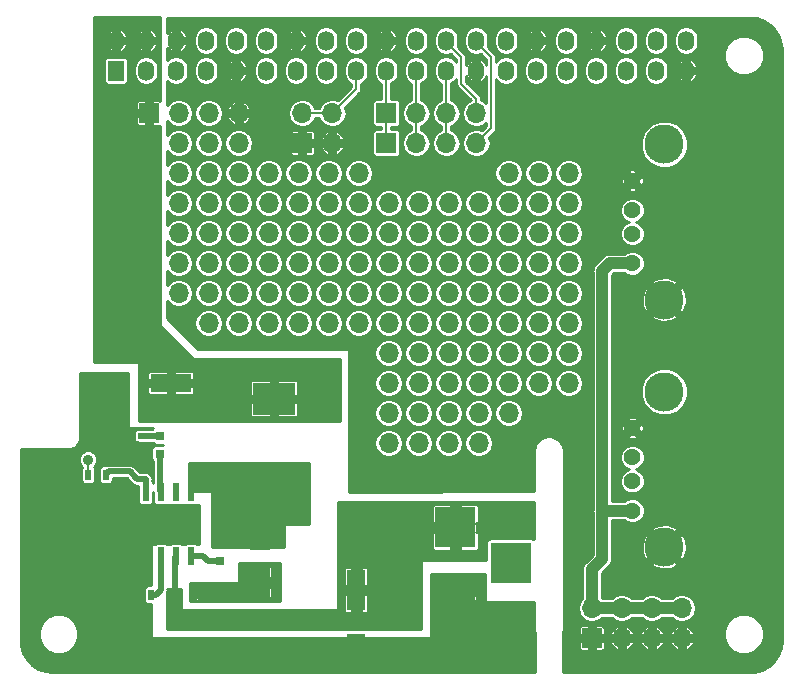
<source format=gtl>
G04 #@! TF.GenerationSoftware,KiCad,Pcbnew,(5.0.2)-1*
G04 #@! TF.CreationDate,2019-01-19T16:51:56-05:00*
G04 #@! TF.ProjectId,2019-Pi-Power,32303139-2d50-4692-9d50-6f7765722e6b,rev?*
G04 #@! TF.SameCoordinates,Original*
G04 #@! TF.FileFunction,Copper,L1,Top*
G04 #@! TF.FilePolarity,Positive*
%FSLAX46Y46*%
G04 Gerber Fmt 4.6, Leading zero omitted, Abs format (unit mm)*
G04 Created by KiCad (PCBNEW (5.0.2)-1) date 1/19/2019 4:51:56 PM*
%MOMM*%
%LPD*%
G01*
G04 APERTURE LIST*
G04 #@! TA.AperFunction,SMDPad,CuDef*
%ADD10R,0.600000X1.550000*%
G04 #@! TD*
G04 #@! TA.AperFunction,ComponentPad*
%ADD11O,1.700000X1.700000*%
G04 #@! TD*
G04 #@! TA.AperFunction,ComponentPad*
%ADD12R,1.400000X1.700000*%
G04 #@! TD*
G04 #@! TA.AperFunction,ComponentPad*
%ADD13O,1.400000X1.700000*%
G04 #@! TD*
G04 #@! TA.AperFunction,SMDPad,CuDef*
%ADD14R,0.800000X0.750000*%
G04 #@! TD*
G04 #@! TA.AperFunction,SMDPad,CuDef*
%ADD15R,0.750000X0.800000*%
G04 #@! TD*
G04 #@! TA.AperFunction,ComponentPad*
%ADD16R,3.500000X3.500000*%
G04 #@! TD*
G04 #@! TA.AperFunction,SMDPad,CuDef*
%ADD17R,3.600000X2.700000*%
G04 #@! TD*
G04 #@! TA.AperFunction,SMDPad,CuDef*
%ADD18R,0.500000X0.900000*%
G04 #@! TD*
G04 #@! TA.AperFunction,SMDPad,CuDef*
%ADD19R,0.900000X0.500000*%
G04 #@! TD*
G04 #@! TA.AperFunction,SMDPad,CuDef*
%ADD20R,1.700000X2.500000*%
G04 #@! TD*
G04 #@! TA.AperFunction,ComponentPad*
%ADD21C,1.428000*%
G04 #@! TD*
G04 #@! TA.AperFunction,ComponentPad*
%ADD22C,3.316000*%
G04 #@! TD*
G04 #@! TA.AperFunction,SMDPad,CuDef*
%ADD23R,1.600000X3.500000*%
G04 #@! TD*
G04 #@! TA.AperFunction,SMDPad,CuDef*
%ADD24R,3.500000X1.600000*%
G04 #@! TD*
G04 #@! TA.AperFunction,ComponentPad*
%ADD25R,1.700000X1.700000*%
G04 #@! TD*
G04 #@! TA.AperFunction,ViaPad*
%ADD26C,0.900000*%
G04 #@! TD*
G04 #@! TA.AperFunction,Conductor*
%ADD27C,0.200000*%
G04 #@! TD*
G04 #@! TA.AperFunction,Conductor*
%ADD28C,1.000000*%
G04 #@! TD*
G04 #@! TA.AperFunction,Conductor*
%ADD29C,0.500000*%
G04 #@! TD*
G04 #@! TA.AperFunction,Conductor*
%ADD30C,0.254000*%
G04 #@! TD*
G04 APERTURE END LIST*
D10*
G04 #@! TO.P,U1,1*
G04 #@! TO.N,Net-(C3-Pad1)*
X214668500Y-134473000D03*
G04 #@! TO.P,U1,2*
G04 #@! TO.N,VCC_EN*
X213398500Y-134473000D03*
G04 #@! TO.P,U1,3*
G04 #@! TO.N,Net-(C4-Pad1)*
X212128500Y-134473000D03*
G04 #@! TO.P,U1,4*
G04 #@! TO.N,Net-(R2-Pad1)*
X210858500Y-134473000D03*
G04 #@! TO.P,U1,5*
G04 #@! TO.N,GND*
X210858500Y-139873000D03*
G04 #@! TO.P,U1,6*
G04 #@! TO.N,Net-(R1-Pad1)*
X212128500Y-139873000D03*
G04 #@! TO.P,U1,7*
G04 #@! TO.N,Net-(C1-Pad1)*
X213398500Y-139873000D03*
G04 #@! TO.P,U1,8*
G04 #@! TO.N,Net-(C3-Pad2)*
X214668500Y-139873000D03*
G04 #@! TD*
D11*
G04 #@! TO.P,0,1*
G04 #@! TO.N,N/C*
X246672500Y-107455000D03*
G04 #@! TD*
G04 #@! TO.P,0,1*
G04 #@! TO.N,N/C*
X244132500Y-107455000D03*
G04 #@! TD*
G04 #@! TO.P,0,1*
G04 #@! TO.N,N/C*
X241592500Y-107455000D03*
G04 #@! TD*
G04 #@! TO.P,0,1*
G04 #@! TO.N,N/C*
X239052500Y-130315000D03*
G04 #@! TD*
G04 #@! TO.P,0,1*
G04 #@! TO.N,N/C*
X231432500Y-130315000D03*
G04 #@! TD*
G04 #@! TO.P,0,1*
G04 #@! TO.N,N/C*
X233972500Y-130315000D03*
G04 #@! TD*
G04 #@! TO.P,0,1*
G04 #@! TO.N,N/C*
X236512500Y-130315000D03*
G04 #@! TD*
G04 #@! TO.P,0,1*
G04 #@! TO.N,N/C*
X239052500Y-127775000D03*
G04 #@! TD*
G04 #@! TO.P,0,1*
G04 #@! TO.N,N/C*
X233972500Y-127775000D03*
G04 #@! TD*
G04 #@! TO.P,0,1*
G04 #@! TO.N,N/C*
X231432500Y-127775000D03*
G04 #@! TD*
G04 #@! TO.P,0,1*
G04 #@! TO.N,N/C*
X236512500Y-127775000D03*
G04 #@! TD*
G04 #@! TO.P,0,1*
G04 #@! TO.N,N/C*
X241592500Y-127775000D03*
G04 #@! TD*
G04 #@! TO.P,0,1*
G04 #@! TO.N,N/C*
X233972500Y-125235000D03*
G04 #@! TD*
G04 #@! TO.P,0,1*
G04 #@! TO.N,N/C*
X239052500Y-125235000D03*
G04 #@! TD*
G04 #@! TO.P,0,1*
G04 #@! TO.N,N/C*
X233972500Y-122695000D03*
G04 #@! TD*
G04 #@! TO.P,0,1*
G04 #@! TO.N,N/C*
X231432500Y-125235000D03*
G04 #@! TD*
G04 #@! TO.P,0,1*
G04 #@! TO.N,N/C*
X246672500Y-125235000D03*
G04 #@! TD*
G04 #@! TO.P,0,1*
G04 #@! TO.N,N/C*
X236512500Y-125235000D03*
G04 #@! TD*
G04 #@! TO.P,0,1*
G04 #@! TO.N,N/C*
X244132500Y-125235000D03*
G04 #@! TD*
G04 #@! TO.P,0,1*
G04 #@! TO.N,N/C*
X241592500Y-125235000D03*
G04 #@! TD*
G04 #@! TO.P,0,1*
G04 #@! TO.N,N/C*
X239052500Y-122695000D03*
G04 #@! TD*
G04 #@! TO.P,0,1*
G04 #@! TO.N,N/C*
X246672500Y-122695000D03*
G04 #@! TD*
G04 #@! TO.P,0,1*
G04 #@! TO.N,N/C*
X236512500Y-122695000D03*
G04 #@! TD*
G04 #@! TO.P,0,1*
G04 #@! TO.N,N/C*
X231432500Y-122695000D03*
G04 #@! TD*
G04 #@! TO.P,0,1*
G04 #@! TO.N,N/C*
X241592500Y-122695000D03*
G04 #@! TD*
G04 #@! TO.P,0,1*
G04 #@! TO.N,N/C*
X244132500Y-122695000D03*
G04 #@! TD*
G04 #@! TO.P,0,1*
G04 #@! TO.N,N/C*
X233972500Y-120155000D03*
G04 #@! TD*
G04 #@! TO.P,0,1*
G04 #@! TO.N,N/C*
X218732500Y-120155000D03*
G04 #@! TD*
G04 #@! TO.P,0,1*
G04 #@! TO.N,N/C*
X239052500Y-120155000D03*
G04 #@! TD*
G04 #@! TO.P,0,1*
G04 #@! TO.N,N/C*
X223812500Y-120155000D03*
G04 #@! TD*
G04 #@! TO.P,0,1*
G04 #@! TO.N,N/C*
X221272500Y-120155000D03*
G04 #@! TD*
G04 #@! TO.P,0,1*
G04 #@! TO.N,N/C*
X246672500Y-120155000D03*
G04 #@! TD*
G04 #@! TO.P,0,1*
G04 #@! TO.N,N/C*
X228892500Y-120155000D03*
G04 #@! TD*
G04 #@! TO.P,0,1*
G04 #@! TO.N,N/C*
X236512500Y-120155000D03*
G04 #@! TD*
G04 #@! TO.P,0,1*
G04 #@! TO.N,N/C*
X231432500Y-120155000D03*
G04 #@! TD*
G04 #@! TO.P,0,1*
G04 #@! TO.N,N/C*
X241592500Y-120155000D03*
G04 #@! TD*
G04 #@! TO.P,0,1*
G04 #@! TO.N,N/C*
X244132500Y-120155000D03*
G04 #@! TD*
G04 #@! TO.P,0,1*
G04 #@! TO.N,N/C*
X216192500Y-120155000D03*
G04 #@! TD*
G04 #@! TO.P,0,1*
G04 #@! TO.N,N/C*
X226352500Y-120155000D03*
G04 #@! TD*
G04 #@! TO.P,0,1*
G04 #@! TO.N,N/C*
X221272500Y-117615000D03*
G04 #@! TD*
G04 #@! TO.P,0,1*
G04 #@! TO.N,N/C*
X239052500Y-117615000D03*
G04 #@! TD*
G04 #@! TO.P,0,1*
G04 #@! TO.N,N/C*
X246672500Y-117615000D03*
G04 #@! TD*
G04 #@! TO.P,0,1*
G04 #@! TO.N,N/C*
X244132500Y-117615000D03*
G04 #@! TD*
G04 #@! TO.P,0,1*
G04 #@! TO.N,N/C*
X241592500Y-117615000D03*
G04 #@! TD*
G04 #@! TO.P,0,1*
G04 #@! TO.N,N/C*
X236512500Y-117615000D03*
G04 #@! TD*
G04 #@! TO.P,0,1*
G04 #@! TO.N,N/C*
X213652500Y-117615000D03*
G04 #@! TD*
G04 #@! TO.P,0,1*
G04 #@! TO.N,N/C*
X228892500Y-117615000D03*
G04 #@! TD*
G04 #@! TO.P,0,1*
G04 #@! TO.N,N/C*
X223812500Y-117615000D03*
G04 #@! TD*
G04 #@! TO.P,0,1*
G04 #@! TO.N,N/C*
X218732500Y-117615000D03*
G04 #@! TD*
G04 #@! TO.P,0,1*
G04 #@! TO.N,N/C*
X246672500Y-115075000D03*
G04 #@! TD*
G04 #@! TO.P,0,1*
G04 #@! TO.N,N/C*
X216192500Y-117615000D03*
G04 #@! TD*
G04 #@! TO.P,0,1*
G04 #@! TO.N,N/C*
X231432500Y-117615000D03*
G04 #@! TD*
G04 #@! TO.P,0,1*
G04 #@! TO.N,N/C*
X233972500Y-117615000D03*
G04 #@! TD*
G04 #@! TO.P,0,1*
G04 #@! TO.N,N/C*
X239052500Y-115075000D03*
G04 #@! TD*
G04 #@! TO.P,0,1*
G04 #@! TO.N,N/C*
X244132500Y-115075000D03*
G04 #@! TD*
G04 #@! TO.P,0,1*
G04 #@! TO.N,N/C*
X241592500Y-115075000D03*
G04 #@! TD*
G04 #@! TO.P,0,1*
G04 #@! TO.N,N/C*
X236512500Y-115075000D03*
G04 #@! TD*
G04 #@! TO.P,0,1*
G04 #@! TO.N,N/C*
X221272500Y-115075000D03*
G04 #@! TD*
G04 #@! TO.P,0,1*
G04 #@! TO.N,N/C*
X213652500Y-115075000D03*
G04 #@! TD*
G04 #@! TO.P,0,1*
G04 #@! TO.N,N/C*
X228892500Y-115075000D03*
G04 #@! TD*
G04 #@! TO.P,0,1*
G04 #@! TO.N,N/C*
X226352500Y-115075000D03*
G04 #@! TD*
G04 #@! TO.P,0,1*
G04 #@! TO.N,N/C*
X223812500Y-115075000D03*
G04 #@! TD*
G04 #@! TO.P,0,1*
G04 #@! TO.N,N/C*
X218732500Y-115075000D03*
G04 #@! TD*
G04 #@! TO.P,0,1*
G04 #@! TO.N,N/C*
X216192500Y-115075000D03*
G04 #@! TD*
G04 #@! TO.P,0,1*
G04 #@! TO.N,N/C*
X226352500Y-117615000D03*
G04 #@! TD*
G04 #@! TO.P,0,1*
G04 #@! TO.N,N/C*
X231432500Y-115075000D03*
G04 #@! TD*
G04 #@! TO.P,0,1*
G04 #@! TO.N,N/C*
X233972500Y-115075000D03*
G04 #@! TD*
G04 #@! TO.P,0,1*
G04 #@! TO.N,N/C*
X246672500Y-112535000D03*
G04 #@! TD*
G04 #@! TO.P,0,1*
G04 #@! TO.N,N/C*
X239052500Y-112535000D03*
G04 #@! TD*
G04 #@! TO.P,0,1*
G04 #@! TO.N,N/C*
X244132500Y-112535000D03*
G04 #@! TD*
G04 #@! TO.P,0,1*
G04 #@! TO.N,N/C*
X241592500Y-112535000D03*
G04 #@! TD*
G04 #@! TO.P,0,1*
G04 #@! TO.N,N/C*
X236512500Y-112535000D03*
G04 #@! TD*
G04 #@! TO.P,0,1*
G04 #@! TO.N,N/C*
X221272500Y-112535000D03*
G04 #@! TD*
G04 #@! TO.P,0,1*
G04 #@! TO.N,N/C*
X213652500Y-112535000D03*
G04 #@! TD*
G04 #@! TO.P,0,1*
G04 #@! TO.N,N/C*
X228892500Y-112535000D03*
G04 #@! TD*
G04 #@! TO.P,0,1*
G04 #@! TO.N,N/C*
X226352500Y-112535000D03*
G04 #@! TD*
G04 #@! TO.P,0,1*
G04 #@! TO.N,N/C*
X223812500Y-112535000D03*
G04 #@! TD*
G04 #@! TO.P,0,1*
G04 #@! TO.N,N/C*
X218732500Y-112535000D03*
G04 #@! TD*
G04 #@! TO.P,0,1*
G04 #@! TO.N,N/C*
X216192500Y-112535000D03*
G04 #@! TD*
G04 #@! TO.P,0,1*
G04 #@! TO.N,N/C*
X231432500Y-112535000D03*
G04 #@! TD*
G04 #@! TO.P,0,1*
G04 #@! TO.N,N/C*
X233972500Y-112535000D03*
G04 #@! TD*
G04 #@! TO.P,0,1*
G04 #@! TO.N,N/C*
X239052500Y-109995000D03*
G04 #@! TD*
G04 #@! TO.P,0,1*
G04 #@! TO.N,N/C*
X231432500Y-109995000D03*
G04 #@! TD*
G04 #@! TO.P,0,1*
G04 #@! TO.N,N/C*
X246672500Y-109995000D03*
G04 #@! TD*
G04 #@! TO.P,0,1*
G04 #@! TO.N,N/C*
X244132500Y-109995000D03*
G04 #@! TD*
G04 #@! TO.P,0,1*
G04 #@! TO.N,N/C*
X241592500Y-109995000D03*
G04 #@! TD*
G04 #@! TO.P,0,1*
G04 #@! TO.N,N/C*
X236512500Y-109995000D03*
G04 #@! TD*
G04 #@! TO.P,0,1*
G04 #@! TO.N,N/C*
X233972500Y-109995000D03*
G04 #@! TD*
G04 #@! TO.P,0,1*
G04 #@! TO.N,N/C*
X223812500Y-109995000D03*
G04 #@! TD*
G04 #@! TO.P,0,1*
G04 #@! TO.N,N/C*
X213652500Y-109995000D03*
G04 #@! TD*
G04 #@! TO.P,0,1*
G04 #@! TO.N,N/C*
X221272500Y-109995000D03*
G04 #@! TD*
G04 #@! TO.P,0,1*
G04 #@! TO.N,N/C*
X218732500Y-109995000D03*
G04 #@! TD*
G04 #@! TO.P,0,1*
G04 #@! TO.N,N/C*
X216192500Y-109995000D03*
G04 #@! TD*
G04 #@! TO.P,0,1*
G04 #@! TO.N,N/C*
X228892500Y-109995000D03*
G04 #@! TD*
G04 #@! TO.P,0,1*
G04 #@! TO.N,N/C*
X226352500Y-109995000D03*
G04 #@! TD*
G04 #@! TO.P,0,1*
G04 #@! TO.N,N/C*
X228892500Y-107455000D03*
G04 #@! TD*
G04 #@! TO.P,0,1*
G04 #@! TO.N,N/C*
X221272500Y-107455000D03*
G04 #@! TD*
G04 #@! TO.P,0,1*
G04 #@! TO.N,N/C*
X226352500Y-107455000D03*
G04 #@! TD*
G04 #@! TO.P,0,1*
G04 #@! TO.N,N/C*
X223812500Y-107455000D03*
G04 #@! TD*
G04 #@! TO.P,0,1*
G04 #@! TO.N,N/C*
X218732500Y-107455000D03*
G04 #@! TD*
G04 #@! TO.P,0,1*
G04 #@! TO.N,N/C*
X216192500Y-107455000D03*
G04 #@! TD*
G04 #@! TO.P,0,1*
G04 #@! TO.N,N/C*
X213652500Y-107455000D03*
G04 #@! TD*
G04 #@! TO.P,0,1*
G04 #@! TO.N,N/C*
X218732500Y-104915000D03*
G04 #@! TD*
G04 #@! TO.P,0,1*
G04 #@! TO.N,N/C*
X216192500Y-104915000D03*
G04 #@! TD*
D12*
G04 #@! TO.P,P1,1*
G04 #@! TO.N,+3V3*
X208370000Y-98770000D03*
D13*
G04 #@! TO.P,P1,2*
G04 #@! TO.N,+5V*
X208370000Y-96230000D03*
G04 #@! TO.P,P1,3*
G04 #@! TO.N,/GPIO2(SDA1)*
X210910000Y-98770000D03*
G04 #@! TO.P,P1,4*
G04 #@! TO.N,+5V*
X210910000Y-96230000D03*
G04 #@! TO.P,P1,5*
G04 #@! TO.N,/GPIO3(SCL1)*
X213450000Y-98770000D03*
G04 #@! TO.P,P1,6*
G04 #@! TO.N,GND*
X213450000Y-96230000D03*
G04 #@! TO.P,P1,7*
G04 #@! TO.N,/GPIO4(GCLK)*
X215990000Y-98770000D03*
G04 #@! TO.P,P1,8*
G04 #@! TO.N,/GPIO14(TXD0)*
X215990000Y-96230000D03*
G04 #@! TO.P,P1,9*
G04 #@! TO.N,GND*
X218530000Y-98770000D03*
G04 #@! TO.P,P1,10*
G04 #@! TO.N,/GPIO15(RXD0)*
X218530000Y-96230000D03*
G04 #@! TO.P,P1,11*
G04 #@! TO.N,/GPIO17(GEN0)*
X221070000Y-98770000D03*
G04 #@! TO.P,P1,12*
G04 #@! TO.N,/GPIO18(GEN1)(PWM0)*
X221070000Y-96230000D03*
G04 #@! TO.P,P1,13*
G04 #@! TO.N,/GPIO27(GEN2)*
X223610000Y-98770000D03*
G04 #@! TO.P,P1,14*
G04 #@! TO.N,GND*
X223610000Y-96230000D03*
G04 #@! TO.P,P1,15*
G04 #@! TO.N,/GPIO22(GEN3)*
X226150000Y-98770000D03*
G04 #@! TO.P,P1,16*
G04 #@! TO.N,/GPIO23(GEN4)*
X226150000Y-96230000D03*
G04 #@! TO.P,P1,17*
G04 #@! TO.N,+3V3*
X228690000Y-98770000D03*
G04 #@! TO.P,P1,18*
G04 #@! TO.N,/GPIO24(GEN5)*
X228690000Y-96230000D03*
G04 #@! TO.P,P1,19*
G04 #@! TO.N,/GPIO10(SPI0_MOSI)*
X231230000Y-98770000D03*
G04 #@! TO.P,P1,20*
G04 #@! TO.N,GND*
X231230000Y-96230000D03*
G04 #@! TO.P,P1,21*
G04 #@! TO.N,/GPIO9(SPI0_MISO)*
X233770000Y-98770000D03*
G04 #@! TO.P,P1,22*
G04 #@! TO.N,/GPIO25(GEN6)*
X233770000Y-96230000D03*
G04 #@! TO.P,P1,23*
G04 #@! TO.N,/GPIO11(SPI0_SCK)*
X236310000Y-98770000D03*
G04 #@! TO.P,P1,24*
G04 #@! TO.N,/SPI0_CE_0*
X236310000Y-96230000D03*
G04 #@! TO.P,P1,25*
G04 #@! TO.N,GND*
X238850000Y-98770000D03*
G04 #@! TO.P,P1,26*
G04 #@! TO.N,/SPI0_CE_1*
X238850000Y-96230000D03*
G04 #@! TO.P,P1,27*
G04 #@! TO.N,/ID_SD*
X241390000Y-98770000D03*
G04 #@! TO.P,P1,28*
G04 #@! TO.N,/ID_SC*
X241390000Y-96230000D03*
G04 #@! TO.P,P1,29*
G04 #@! TO.N,/GPIO5*
X243930000Y-98770000D03*
G04 #@! TO.P,P1,30*
G04 #@! TO.N,GND*
X243930000Y-96230000D03*
G04 #@! TO.P,P1,31*
G04 #@! TO.N,/GPIO6*
X246470000Y-98770000D03*
G04 #@! TO.P,P1,32*
G04 #@! TO.N,/GPIO12(PWM0)*
X246470000Y-96230000D03*
G04 #@! TO.P,P1,33*
G04 #@! TO.N,/GPIO13(PWM1)*
X249010000Y-98770000D03*
G04 #@! TO.P,P1,34*
G04 #@! TO.N,GND*
X249010000Y-96230000D03*
G04 #@! TO.P,P1,35*
G04 #@! TO.N,/GPIO19(SPI1_MISO)*
X251550000Y-98770000D03*
G04 #@! TO.P,P1,36*
G04 #@! TO.N,/GPIO16*
X251550000Y-96230000D03*
G04 #@! TO.P,P1,37*
G04 #@! TO.N,/GPIO26*
X254090000Y-98770000D03*
G04 #@! TO.P,P1,38*
G04 #@! TO.N,/GPIO20(SPI1_MOSI)*
X254090000Y-96230000D03*
G04 #@! TO.P,P1,39*
G04 #@! TO.N,GND*
X256630000Y-98770000D03*
G04 #@! TO.P,P1,40*
G04 #@! TO.N,/GPIO21(SPI1_SCK)*
X256630000Y-96230000D03*
G04 #@! TD*
D14*
G04 #@! TO.P,C2,1*
G04 #@! TO.N,Net-(C1-Pad1)*
X213335000Y-143142000D03*
G04 #@! TO.P,C2,2*
G04 #@! TO.N,GND*
X214835000Y-143142000D03*
G04 #@! TD*
D15*
G04 #@! TO.P,C3,1*
G04 #@! TO.N,Net-(C3-Pad1)*
X217145000Y-138836000D03*
G04 #@! TO.P,C3,2*
G04 #@! TO.N,Net-(C3-Pad2)*
X217145000Y-140336000D03*
G04 #@! TD*
G04 #@! TO.P,C4,2*
G04 #@! TO.N,Net-(C4-Pad2)*
X212065000Y-129704000D03*
G04 #@! TO.P,C4,1*
G04 #@! TO.N,Net-(C4-Pad1)*
X212065000Y-131204000D03*
G04 #@! TD*
D16*
G04 #@! TO.P,J1,3*
G04 #@! TO.N,Net-(J1-Pad3)*
X241784000Y-140459500D03*
G04 #@! TO.P,J1,2*
G04 #@! TO.N,GND*
X237084000Y-143459500D03*
G04 #@! TO.P,J1,1*
G04 #@! TO.N,Net-(C1-Pad1)*
X237084000Y-137459500D03*
G04 #@! TD*
D17*
G04 #@! TO.P,L1,2*
G04 #@! TO.N,Net-(C3-Pad1)*
X221717000Y-134846000D03*
G04 #@! TO.P,L1,1*
G04 #@! TO.N,+5V*
X221717000Y-126546000D03*
G04 #@! TD*
D18*
G04 #@! TO.P,R1,2*
G04 #@! TO.N,GND*
X209791000Y-143142000D03*
G04 #@! TO.P,R1,1*
G04 #@! TO.N,Net-(R1-Pad1)*
X211291000Y-143142000D03*
G04 #@! TD*
D19*
G04 #@! TO.P,R2,2*
G04 #@! TO.N,GND*
X209144000Y-131216000D03*
G04 #@! TO.P,R2,1*
G04 #@! TO.N,Net-(R2-Pad1)*
X209144000Y-132716000D03*
G04 #@! TD*
G04 #@! TO.P,R3,1*
G04 #@! TO.N,Net-(C4-Pad2)*
X210668000Y-129704000D03*
G04 #@! TO.P,R3,2*
G04 #@! TO.N,GND*
X210668000Y-131204000D03*
G04 #@! TD*
D18*
G04 #@! TO.P,R4,1*
G04 #@! TO.N,+5V*
X205993000Y-132982000D03*
G04 #@! TO.P,R4,2*
G04 #@! TO.N,Net-(R2-Pad1)*
X207493000Y-132982000D03*
G04 #@! TD*
D20*
G04 #@! TO.P,D1,A*
G04 #@! TO.N,GND*
X220574000Y-142094000D03*
G04 #@! TO.P,D1,K*
G04 #@! TO.N,Net-(C3-Pad1)*
X220574000Y-138094000D03*
G04 #@! TD*
D21*
G04 #@! TO.P,J2,1*
G04 #@! TO.N,+5V*
X252070000Y-136030000D03*
G04 #@! TO.P,J2,4*
G04 #@! TO.N,GND*
X252070000Y-129030000D03*
G04 #@! TO.P,J2,2*
G04 #@! TO.N,Net-(J2-Pad2)*
X252070000Y-133530000D03*
G04 #@! TO.P,J2,3*
G04 #@! TO.N,Net-(J2-Pad3)*
X252070000Y-131530000D03*
D22*
G04 #@! TO.P,J2,6*
G04 #@! TO.N,N/C*
X254770000Y-125960000D03*
G04 #@! TO.P,J2,5*
G04 #@! TO.N,GND*
X254770000Y-139100000D03*
G04 #@! TD*
G04 #@! TO.P,J3,5*
G04 #@! TO.N,GND*
X254770000Y-118160000D03*
G04 #@! TO.P,J3,6*
G04 #@! TO.N,N/C*
X254770000Y-105020000D03*
D21*
G04 #@! TO.P,J3,3*
G04 #@! TO.N,Net-(J3-Pad3)*
X252070000Y-110590000D03*
G04 #@! TO.P,J3,2*
G04 #@! TO.N,Net-(J3-Pad2)*
X252070000Y-112590000D03*
G04 #@! TO.P,J3,4*
G04 #@! TO.N,GND*
X252070000Y-108090000D03*
G04 #@! TO.P,J3,1*
G04 #@! TO.N,+5V*
X252070000Y-115090000D03*
G04 #@! TD*
D23*
G04 #@! TO.P,C1,2*
G04 #@! TO.N,GND*
X228702000Y-148158500D03*
G04 #@! TO.P,C1,1*
G04 #@! TO.N,Net-(C1-Pad1)*
X228702000Y-142758500D03*
G04 #@! TD*
D24*
G04 #@! TO.P,C5,2*
G04 #@! TO.N,GND*
X207587000Y-125235000D03*
G04 #@! TO.P,C5,1*
G04 #@! TO.N,+5V*
X212987000Y-125235000D03*
G04 #@! TD*
D11*
G04 #@! TO.P,J4,8*
G04 #@! TO.N,+5V*
X256261000Y-144285000D03*
G04 #@! TO.P,J4,7*
G04 #@! TO.N,GND*
X256261000Y-146825000D03*
G04 #@! TO.P,J4,6*
G04 #@! TO.N,+5V*
X253721000Y-144285000D03*
G04 #@! TO.P,J4,5*
G04 #@! TO.N,GND*
X253721000Y-146825000D03*
G04 #@! TO.P,J4,4*
G04 #@! TO.N,+5V*
X251181000Y-144285000D03*
G04 #@! TO.P,J4,3*
G04 #@! TO.N,GND*
X251181000Y-146825000D03*
G04 #@! TO.P,J4,2*
G04 #@! TO.N,+5V*
X248641000Y-144285000D03*
D25*
G04 #@! TO.P,J4,1*
G04 #@! TO.N,GND*
X248641000Y-146825000D03*
G04 #@! TD*
G04 #@! TO.P,J5,1*
G04 #@! TO.N,/GPIO10(SPI0_MOSI)*
X231242000Y-102375000D03*
D11*
G04 #@! TO.P,J5,2*
G04 #@! TO.N,/GPIO9(SPI0_MISO)*
X233782000Y-102375000D03*
G04 #@! TO.P,J5,3*
G04 #@! TO.N,/GPIO11(SPI0_SCK)*
X236322000Y-102375000D03*
G04 #@! TO.P,J5,4*
G04 #@! TO.N,/SPI0_CE_0*
X238862000Y-102375000D03*
G04 #@! TD*
G04 #@! TO.P,J6,4*
G04 #@! TO.N,/SPI0_CE_1*
X238862000Y-104915000D03*
G04 #@! TO.P,J6,3*
G04 #@! TO.N,/GPIO11(SPI0_SCK)*
X236322000Y-104915000D03*
G04 #@! TO.P,J6,2*
G04 #@! TO.N,/GPIO9(SPI0_MISO)*
X233782000Y-104915000D03*
D25*
G04 #@! TO.P,J6,1*
G04 #@! TO.N,/GPIO10(SPI0_MOSI)*
X231242000Y-104915000D03*
G04 #@! TD*
D11*
G04 #@! TO.P,J7,4*
G04 #@! TO.N,GND*
X218732500Y-102375000D03*
G04 #@! TO.P,J7,3*
G04 #@! TO.N,/GPIO3(SCL1)*
X216192500Y-102375000D03*
G04 #@! TO.P,J7,2*
G04 #@! TO.N,/GPIO2(SDA1)*
X213652500Y-102375000D03*
D25*
G04 #@! TO.P,J7,1*
G04 #@! TO.N,+5V*
X211112500Y-102375000D03*
G04 #@! TD*
D11*
G04 #@! TO.P,J8,4*
G04 #@! TO.N,+3V3*
X226670000Y-102375000D03*
G04 #@! TO.P,J8,3*
G04 #@! TO.N,GND*
X226670000Y-104915000D03*
G04 #@! TO.P,J8,2*
G04 #@! TO.N,+3V3*
X224130000Y-102375000D03*
D25*
G04 #@! TO.P,J8,1*
G04 #@! TO.N,GND*
X224130000Y-104915000D03*
G04 #@! TD*
D11*
G04 #@! TO.P,0,1*
G04 #@! TO.N,N/C*
X213652500Y-104915000D03*
G04 #@! TD*
D26*
G04 #@! TO.N,+5V*
X205969000Y-131712000D03*
X224384000Y-123965000D03*
X249530000Y-129172000D03*
X249530000Y-128029000D03*
X249530000Y-130378500D03*
X225527000Y-123965000D03*
X226797000Y-123965000D03*
X207556496Y-122758500D03*
G04 #@! TO.N,GND*
X219050000Y-143015000D03*
X217780000Y-143015000D03*
X216510000Y-143015000D03*
X214224000Y-136030000D03*
X214224000Y-138316000D03*
X212827000Y-136030000D03*
X212827000Y-138316000D03*
X211430000Y-136030000D03*
X211430000Y-138316000D03*
X208636000Y-138570000D03*
X207366000Y-138570000D03*
X206096000Y-138570000D03*
X206096000Y-137300000D03*
X207366000Y-137300000D03*
X208636000Y-136030000D03*
X207366000Y-136030000D03*
X206096000Y-136030000D03*
X208636000Y-139840000D03*
X207366000Y-139840000D03*
X206096000Y-139840000D03*
X208636000Y-134760000D03*
X207366000Y-134760000D03*
X206096000Y-134760000D03*
X214224000Y-137173000D03*
X212827000Y-137173000D03*
X211430000Y-137173000D03*
G04 #@! TD*
D27*
G04 #@! TO.N,+3V3*
X228690000Y-100355000D02*
X226670000Y-102375000D01*
X228690000Y-98770000D02*
X228690000Y-100355000D01*
X225467919Y-102375000D02*
X224130000Y-102375000D01*
X226670000Y-102375000D02*
X225467919Y-102375000D01*
G04 #@! TO.N,+5V*
X205993000Y-132982000D02*
X205993000Y-131736000D01*
X205993000Y-131736000D02*
X205969000Y-131712000D01*
X224012000Y-123965000D02*
X224384000Y-123965000D01*
D28*
X250150000Y-115090000D02*
X252070000Y-115090000D01*
X249530000Y-115710000D02*
X250150000Y-115090000D01*
X249530000Y-115710000D02*
X249530000Y-133490000D01*
X224384000Y-123965000D02*
X225527000Y-123965000D01*
X225527000Y-123965000D02*
X226797000Y-123965000D01*
X248641000Y-144285000D02*
X256261000Y-144285000D01*
X248641000Y-140983000D02*
X248641000Y-144285000D01*
X249530000Y-140094000D02*
X248641000Y-140983000D01*
X251060252Y-136030000D02*
X249530000Y-136030000D01*
X252070000Y-136030000D02*
X251060252Y-136030000D01*
X249530000Y-133490000D02*
X249530000Y-136030000D01*
X249530000Y-136030000D02*
X249530000Y-140094000D01*
D27*
G04 #@! TO.N,/GPIO10(SPI0_MOSI)*
X231242000Y-104915000D02*
X231242000Y-102375000D01*
X231242000Y-98782000D02*
X231230000Y-98770000D01*
X231242000Y-102375000D02*
X231242000Y-98782000D01*
G04 #@! TO.N,/GPIO9(SPI0_MISO)*
X233782000Y-103712919D02*
X233782000Y-102375000D01*
X233782000Y-104915000D02*
X233782000Y-103712919D01*
X233782000Y-98782000D02*
X233770000Y-98770000D01*
X233782000Y-102375000D02*
X233782000Y-98782000D01*
G04 #@! TO.N,/GPIO11(SPI0_SCK)*
X236322000Y-104915000D02*
X236322000Y-102375000D01*
X236322000Y-98782000D02*
X236310000Y-98770000D01*
X236322000Y-102375000D02*
X236322000Y-98782000D01*
D29*
G04 #@! TO.N,Net-(C1-Pad1)*
X213335000Y-139936500D02*
X213398500Y-139873000D01*
X213335000Y-143142000D02*
X213335000Y-139936500D01*
G04 #@! TO.N,Net-(C3-Pad2)*
X216180500Y-140336000D02*
X217145000Y-140336000D01*
X215875000Y-140030500D02*
X216180500Y-140336000D01*
X215717500Y-139873000D02*
X214668500Y-139873000D01*
X215875000Y-140030500D02*
X215717500Y-139873000D01*
G04 #@! TO.N,Net-(C4-Pad2)*
X212065000Y-129704000D02*
X210668000Y-129704000D01*
G04 #@! TO.N,Net-(C4-Pad1)*
X212065000Y-134409500D02*
X212128500Y-134473000D01*
X212065000Y-131204000D02*
X212065000Y-134409500D01*
G04 #@! TO.N,Net-(R1-Pad1)*
X211741000Y-143142000D02*
X211291000Y-143142000D01*
X212128500Y-139873000D02*
X212128500Y-142754500D01*
X212128500Y-142754500D02*
X211741000Y-143142000D01*
G04 #@! TO.N,Net-(R2-Pad1)*
X207759000Y-132716000D02*
X207493000Y-132982000D01*
X209144000Y-132716000D02*
X207759000Y-132716000D01*
X209513000Y-132716000D02*
X210033000Y-133236000D01*
X209144000Y-132716000D02*
X209513000Y-132716000D01*
X210143000Y-133346000D02*
X210812000Y-133346000D01*
X210033000Y-133236000D02*
X210143000Y-133346000D01*
X210858500Y-133392500D02*
X210858500Y-134473000D01*
X210812000Y-133346000D02*
X210858500Y-133392500D01*
D27*
G04 #@! TO.N,/SPI0_CE_0*
X236310000Y-96380000D02*
X236310000Y-96230000D01*
X237592000Y-97662000D02*
X236310000Y-96380000D01*
X237592000Y-99902919D02*
X237592000Y-97662000D01*
X238862000Y-101172919D02*
X237592000Y-99902919D01*
X238862000Y-102375000D02*
X238862000Y-101172919D01*
G04 #@! TO.N,/SPI0_CE_1*
X238850000Y-96380000D02*
X238850000Y-96230000D01*
X240132000Y-97662000D02*
X238850000Y-96380000D01*
X240132000Y-103645000D02*
X240132000Y-97662000D01*
X238862000Y-104915000D02*
X240132000Y-103645000D01*
G04 #@! TD*
D30*
G04 #@! TO.N,GND*
G36*
X222225000Y-143650000D02*
X214605000Y-143650000D01*
X214605000Y-143642250D01*
X214635000Y-143612250D01*
X214635000Y-143329500D01*
X215035000Y-143329500D01*
X215035000Y-143612250D01*
X215066750Y-143644000D01*
X215260262Y-143644000D01*
X215306940Y-143624665D01*
X215342665Y-143588940D01*
X215362000Y-143542262D01*
X215362000Y-143361250D01*
X215330250Y-143329500D01*
X215035000Y-143329500D01*
X214635000Y-143329500D01*
X214605000Y-143329500D01*
X214605000Y-142954500D01*
X214635000Y-142954500D01*
X214635000Y-142671750D01*
X215035000Y-142671750D01*
X215035000Y-142954500D01*
X215330250Y-142954500D01*
X215362000Y-142922750D01*
X215362000Y-142741738D01*
X215342665Y-142695060D01*
X215306940Y-142659335D01*
X215260262Y-142640000D01*
X215066750Y-142640000D01*
X215035000Y-142671750D01*
X214635000Y-142671750D01*
X214605000Y-142641750D01*
X214605000Y-142498750D01*
X219597000Y-142498750D01*
X219597000Y-143369262D01*
X219616335Y-143415940D01*
X219652060Y-143451665D01*
X219698738Y-143471000D01*
X220169250Y-143471000D01*
X220201000Y-143439250D01*
X220201000Y-142467000D01*
X220947000Y-142467000D01*
X220947000Y-143439250D01*
X220978750Y-143471000D01*
X221449262Y-143471000D01*
X221495940Y-143451665D01*
X221531665Y-143415940D01*
X221551000Y-143369262D01*
X221551000Y-142498750D01*
X221519250Y-142467000D01*
X220947000Y-142467000D01*
X220201000Y-142467000D01*
X219628750Y-142467000D01*
X219597000Y-142498750D01*
X214605000Y-142498750D01*
X214605000Y-142126000D01*
X218669000Y-142126000D01*
X218717601Y-142116333D01*
X218758803Y-142088803D01*
X218786333Y-142047601D01*
X218796000Y-141999000D01*
X218796000Y-140818738D01*
X219597000Y-140818738D01*
X219597000Y-141689250D01*
X219628750Y-141721000D01*
X220201000Y-141721000D01*
X220201000Y-140748750D01*
X220947000Y-140748750D01*
X220947000Y-141721000D01*
X221519250Y-141721000D01*
X221551000Y-141689250D01*
X221551000Y-140818738D01*
X221531665Y-140772060D01*
X221495940Y-140736335D01*
X221449262Y-140717000D01*
X220978750Y-140717000D01*
X220947000Y-140748750D01*
X220201000Y-140748750D01*
X220169250Y-140717000D01*
X219698738Y-140717000D01*
X219652060Y-140736335D01*
X219616335Y-140772060D01*
X219597000Y-140818738D01*
X218796000Y-140818738D01*
X218796000Y-140475000D01*
X222225000Y-140475000D01*
X222225000Y-143650000D01*
X222225000Y-143650000D01*
G37*
X222225000Y-143650000D02*
X214605000Y-143650000D01*
X214605000Y-143642250D01*
X214635000Y-143612250D01*
X214635000Y-143329500D01*
X215035000Y-143329500D01*
X215035000Y-143612250D01*
X215066750Y-143644000D01*
X215260262Y-143644000D01*
X215306940Y-143624665D01*
X215342665Y-143588940D01*
X215362000Y-143542262D01*
X215362000Y-143361250D01*
X215330250Y-143329500D01*
X215035000Y-143329500D01*
X214635000Y-143329500D01*
X214605000Y-143329500D01*
X214605000Y-142954500D01*
X214635000Y-142954500D01*
X214635000Y-142671750D01*
X215035000Y-142671750D01*
X215035000Y-142954500D01*
X215330250Y-142954500D01*
X215362000Y-142922750D01*
X215362000Y-142741738D01*
X215342665Y-142695060D01*
X215306940Y-142659335D01*
X215260262Y-142640000D01*
X215066750Y-142640000D01*
X215035000Y-142671750D01*
X214635000Y-142671750D01*
X214605000Y-142641750D01*
X214605000Y-142498750D01*
X219597000Y-142498750D01*
X219597000Y-143369262D01*
X219616335Y-143415940D01*
X219652060Y-143451665D01*
X219698738Y-143471000D01*
X220169250Y-143471000D01*
X220201000Y-143439250D01*
X220201000Y-142467000D01*
X220947000Y-142467000D01*
X220947000Y-143439250D01*
X220978750Y-143471000D01*
X221449262Y-143471000D01*
X221495940Y-143451665D01*
X221531665Y-143415940D01*
X221551000Y-143369262D01*
X221551000Y-142498750D01*
X221519250Y-142467000D01*
X220947000Y-142467000D01*
X220201000Y-142467000D01*
X219628750Y-142467000D01*
X219597000Y-142498750D01*
X214605000Y-142498750D01*
X214605000Y-142126000D01*
X218669000Y-142126000D01*
X218717601Y-142116333D01*
X218758803Y-142088803D01*
X218786333Y-142047601D01*
X218796000Y-141999000D01*
X218796000Y-140818738D01*
X219597000Y-140818738D01*
X219597000Y-141689250D01*
X219628750Y-141721000D01*
X220201000Y-141721000D01*
X220201000Y-140748750D01*
X220947000Y-140748750D01*
X220947000Y-141721000D01*
X221519250Y-141721000D01*
X221551000Y-141689250D01*
X221551000Y-140818738D01*
X221531665Y-140772060D01*
X221495940Y-140736335D01*
X221449262Y-140717000D01*
X220978750Y-140717000D01*
X220947000Y-140748750D01*
X220201000Y-140748750D01*
X220169250Y-140717000D01*
X219698738Y-140717000D01*
X219652060Y-140736335D01*
X219616335Y-140772060D01*
X219597000Y-140818738D01*
X218796000Y-140818738D01*
X218796000Y-140475000D01*
X222225000Y-140475000D01*
X222225000Y-143650000D01*
G04 #@! TO.N,Net-(C1-Pad1)*
G36*
X213843000Y-145428000D02*
X212700000Y-145428000D01*
X212700000Y-142838980D01*
X212716804Y-142754500D01*
X212705500Y-142697671D01*
X212705500Y-142634000D01*
X213843000Y-142634000D01*
X213843000Y-145428000D01*
X213843000Y-145428000D01*
G37*
X213843000Y-145428000D02*
X212700000Y-145428000D01*
X212700000Y-142838980D01*
X212716804Y-142754500D01*
X212705500Y-142697671D01*
X212705500Y-142634000D01*
X213843000Y-142634000D01*
X213843000Y-145428000D01*
G04 #@! TO.N,Net-(C3-Pad1)*
G36*
X224727218Y-137173000D02*
X222695218Y-137173000D01*
X222646617Y-137182667D01*
X222605415Y-137210197D01*
X222577885Y-137251399D01*
X222568218Y-137300000D01*
X222568218Y-139078000D01*
X216472218Y-139078000D01*
X216472218Y-134506000D01*
X216462551Y-134457399D01*
X216435021Y-134416197D01*
X216393819Y-134388667D01*
X216345218Y-134379000D01*
X214567218Y-134379000D01*
X214567218Y-131966000D01*
X224727218Y-131966000D01*
X224727218Y-137173000D01*
X224727218Y-137173000D01*
G37*
X224727218Y-137173000D02*
X222695218Y-137173000D01*
X222646617Y-137182667D01*
X222605415Y-137210197D01*
X222577885Y-137251399D01*
X222568218Y-137300000D01*
X222568218Y-139078000D01*
X216472218Y-139078000D01*
X216472218Y-134506000D01*
X216462551Y-134457399D01*
X216435021Y-134416197D01*
X216393819Y-134388667D01*
X216345218Y-134379000D01*
X214567218Y-134379000D01*
X214567218Y-131966000D01*
X224727218Y-131966000D01*
X224727218Y-137173000D01*
G04 #@! TO.N,GND*
G36*
X209398000Y-128918000D02*
X209407667Y-128966601D01*
X209435197Y-129007803D01*
X209476399Y-129035333D01*
X209525000Y-129045000D01*
X211489036Y-129045000D01*
X211454246Y-129068246D01*
X211414988Y-129127000D01*
X211150205Y-129127000D01*
X211118000Y-129120594D01*
X210218000Y-129120594D01*
X210090411Y-129145973D01*
X209982246Y-129218246D01*
X209909973Y-129326411D01*
X209884594Y-129454000D01*
X209884594Y-129954000D01*
X209909973Y-130081589D01*
X209982246Y-130189754D01*
X210090411Y-130262027D01*
X210218000Y-130287406D01*
X211118000Y-130287406D01*
X211150205Y-130281000D01*
X211414988Y-130281000D01*
X211454246Y-130339754D01*
X211562411Y-130412027D01*
X211690000Y-130437406D01*
X212319000Y-130437406D01*
X212319000Y-130470594D01*
X211690000Y-130470594D01*
X211562411Y-130495973D01*
X211454246Y-130568246D01*
X211381973Y-130676411D01*
X211356594Y-130804000D01*
X211356594Y-131604000D01*
X211381973Y-131731589D01*
X211454246Y-131839754D01*
X211488000Y-131862308D01*
X211488001Y-133678367D01*
X211466527Y-133570411D01*
X211435500Y-133523975D01*
X211435500Y-133449328D01*
X211446804Y-133392500D01*
X211427012Y-133293000D01*
X211402022Y-133167366D01*
X211274494Y-132976506D01*
X211246619Y-132957881D01*
X211227994Y-132930006D01*
X211037134Y-132802478D01*
X210868829Y-132769000D01*
X210868828Y-132769000D01*
X210812000Y-132757696D01*
X210755172Y-132769000D01*
X210382001Y-132769000D01*
X209961188Y-132348188D01*
X209928994Y-132300006D01*
X209833919Y-132236479D01*
X209829754Y-132230246D01*
X209721589Y-132157973D01*
X209594000Y-132132594D01*
X209537623Y-132132594D01*
X209513000Y-132127696D01*
X209488377Y-132132594D01*
X208694000Y-132132594D01*
X208661795Y-132139000D01*
X207815829Y-132139000D01*
X207759000Y-132127696D01*
X207533865Y-132172478D01*
X207494780Y-132198594D01*
X207243000Y-132198594D01*
X207115411Y-132223973D01*
X207007246Y-132296246D01*
X206934973Y-132404411D01*
X206909594Y-132532000D01*
X206909594Y-132957377D01*
X206904696Y-132982000D01*
X206909594Y-133006623D01*
X206909594Y-133432000D01*
X206934973Y-133559589D01*
X207007246Y-133667754D01*
X207115411Y-133740027D01*
X207243000Y-133765406D01*
X207743000Y-133765406D01*
X207870589Y-133740027D01*
X207978754Y-133667754D01*
X208051027Y-133559589D01*
X208076406Y-133432000D01*
X208076406Y-133293000D01*
X208661795Y-133293000D01*
X208694000Y-133299406D01*
X209280406Y-133299406D01*
X209665183Y-133684184D01*
X209665186Y-133684186D01*
X209694812Y-133713812D01*
X209727006Y-133761994D01*
X209917866Y-133889522D01*
X210086171Y-133923000D01*
X210086172Y-133923000D01*
X210142999Y-133934304D01*
X210199827Y-133923000D01*
X210225094Y-133923000D01*
X210225094Y-135248000D01*
X210250473Y-135375589D01*
X210322746Y-135483754D01*
X210430911Y-135556027D01*
X210558500Y-135581406D01*
X211158500Y-135581406D01*
X211286089Y-135556027D01*
X211394254Y-135483754D01*
X211466527Y-135375589D01*
X211491906Y-135248000D01*
X211491906Y-134485964D01*
X211495094Y-134501991D01*
X211495094Y-135248000D01*
X211520473Y-135375589D01*
X211592746Y-135483754D01*
X211700911Y-135556027D01*
X211828500Y-135581406D01*
X212428500Y-135581406D01*
X212556089Y-135556027D01*
X212607014Y-135522000D01*
X212919986Y-135522000D01*
X212970911Y-135556027D01*
X213098500Y-135581406D01*
X213698500Y-135581406D01*
X213826089Y-135556027D01*
X213877014Y-135522000D01*
X214189986Y-135522000D01*
X214240911Y-135556027D01*
X214368500Y-135581406D01*
X214968500Y-135581406D01*
X215096089Y-135556027D01*
X215147014Y-135522000D01*
X215367000Y-135522000D01*
X215367000Y-138824000D01*
X215147014Y-138824000D01*
X215096089Y-138789973D01*
X214968500Y-138764594D01*
X214368500Y-138764594D01*
X214240911Y-138789973D01*
X214189986Y-138824000D01*
X213877014Y-138824000D01*
X213826089Y-138789973D01*
X213698500Y-138764594D01*
X213098500Y-138764594D01*
X212970911Y-138789973D01*
X212919986Y-138824000D01*
X212607014Y-138824000D01*
X212556089Y-138789973D01*
X212428500Y-138764594D01*
X211828500Y-138764594D01*
X211700911Y-138789973D01*
X211649986Y-138824000D01*
X211430000Y-138824000D01*
X211381399Y-138833667D01*
X211340197Y-138861197D01*
X211312667Y-138902399D01*
X211303000Y-138951000D01*
X211303000Y-142358594D01*
X211041000Y-142358594D01*
X210913411Y-142383973D01*
X210805246Y-142456246D01*
X210732973Y-142564411D01*
X210707594Y-142692000D01*
X210707594Y-143117376D01*
X210702696Y-143142000D01*
X210707594Y-143166624D01*
X210707594Y-143592000D01*
X210732973Y-143719589D01*
X210805246Y-143827754D01*
X210913411Y-143900027D01*
X211041000Y-143925406D01*
X211303000Y-143925406D01*
X211303000Y-146698000D01*
X211312667Y-146746601D01*
X211340197Y-146787803D01*
X211381399Y-146815333D01*
X211430000Y-146825000D01*
X234925000Y-146825000D01*
X234973601Y-146815333D01*
X235014803Y-146787803D01*
X235042333Y-146746601D01*
X235052000Y-146698000D01*
X235052000Y-143405460D01*
X235288322Y-143405460D01*
X235288322Y-143513540D01*
X235326991Y-143707938D01*
X235326991Y-143707944D01*
X235350488Y-143764669D01*
X235368351Y-143807796D01*
X235368354Y-143807799D01*
X235478473Y-143972603D01*
X235554897Y-144049027D01*
X235719701Y-144159146D01*
X235719704Y-144159149D01*
X235790310Y-144188395D01*
X235819556Y-144200509D01*
X235819557Y-144200509D01*
X236013961Y-144239178D01*
X236013965Y-144239178D01*
X236040721Y-144244500D01*
X238127279Y-144244500D01*
X238154035Y-144239178D01*
X238154040Y-144239178D01*
X238348438Y-144200509D01*
X238348444Y-144200509D01*
X238406936Y-144176280D01*
X238448296Y-144159149D01*
X238448299Y-144159146D01*
X238613103Y-144049027D01*
X238689527Y-143972603D01*
X238799646Y-143807799D01*
X238799649Y-143807796D01*
X238841009Y-143707943D01*
X238879678Y-143513539D01*
X238879678Y-143405459D01*
X238841009Y-143211057D01*
X238799649Y-143111204D01*
X238799646Y-143111201D01*
X238689527Y-142946397D01*
X238613103Y-142869973D01*
X238448299Y-142759854D01*
X238448296Y-142759851D01*
X238406936Y-142742720D01*
X238348444Y-142718491D01*
X238348438Y-142718491D01*
X238154040Y-142679822D01*
X238154035Y-142679822D01*
X238127279Y-142674500D01*
X236040721Y-142674500D01*
X236013965Y-142679822D01*
X236013961Y-142679822D01*
X235819557Y-142718491D01*
X235819556Y-142718491D01*
X235801414Y-142726006D01*
X235719704Y-142759851D01*
X235719701Y-142759854D01*
X235554897Y-142869973D01*
X235478473Y-142946397D01*
X235368354Y-143111201D01*
X235368351Y-143111204D01*
X235354741Y-143144062D01*
X235326991Y-143211056D01*
X235326991Y-143211062D01*
X235288322Y-143405460D01*
X235052000Y-143405460D01*
X235052000Y-141364000D01*
X239624000Y-141364000D01*
X239624000Y-143650000D01*
X239633667Y-143698601D01*
X239661197Y-143739803D01*
X239702399Y-143767333D01*
X239751000Y-143777000D01*
X243723000Y-143777000D01*
X243723000Y-146027278D01*
X243728322Y-146054034D01*
X243728322Y-146054040D01*
X243804442Y-146436723D01*
X243815000Y-146462212D01*
X243815000Y-149723000D01*
X203016090Y-149723000D01*
X202374007Y-149648141D01*
X201781595Y-149433106D01*
X201254537Y-149087552D01*
X200821112Y-148630019D01*
X200504565Y-148085043D01*
X200320782Y-147478241D01*
X200277000Y-146987668D01*
X200277000Y-146166424D01*
X201823000Y-146166424D01*
X201823000Y-146833576D01*
X202078308Y-147449944D01*
X202550056Y-147921692D01*
X203166424Y-148177000D01*
X203833576Y-148177000D01*
X204449944Y-147921692D01*
X204921692Y-147449944D01*
X205177000Y-146833576D01*
X205177000Y-146166424D01*
X204921692Y-145550056D01*
X204449944Y-145078308D01*
X203833576Y-144823000D01*
X203166424Y-144823000D01*
X202550056Y-145078308D01*
X202078308Y-145550056D01*
X201823000Y-146166424D01*
X200277000Y-146166424D01*
X200277000Y-131557445D01*
X205192000Y-131557445D01*
X205192000Y-131866555D01*
X205310291Y-132152135D01*
X205486080Y-132327924D01*
X205434973Y-132404411D01*
X205409594Y-132532000D01*
X205409594Y-133432000D01*
X205434973Y-133559589D01*
X205507246Y-133667754D01*
X205615411Y-133740027D01*
X205743000Y-133765406D01*
X206243000Y-133765406D01*
X206370589Y-133740027D01*
X206478754Y-133667754D01*
X206551027Y-133559589D01*
X206576406Y-133432000D01*
X206576406Y-132532000D01*
X206551027Y-132404411D01*
X206480694Y-132299150D01*
X206627709Y-132152135D01*
X206746000Y-131866555D01*
X206746000Y-131557445D01*
X206627709Y-131271865D01*
X206409135Y-131053291D01*
X206123555Y-130935000D01*
X205814445Y-130935000D01*
X205528865Y-131053291D01*
X205310291Y-131271865D01*
X205192000Y-131557445D01*
X200277000Y-131557445D01*
X200277000Y-131027284D01*
X200298989Y-130916737D01*
X200346152Y-130846152D01*
X200416843Y-130798918D01*
X200526533Y-130777000D01*
X204527279Y-130777000D01*
X204554035Y-130771678D01*
X204554040Y-130771678D01*
X204745382Y-130733618D01*
X204845235Y-130692258D01*
X204845239Y-130692254D01*
X205007442Y-130583872D01*
X205007445Y-130583871D01*
X205083871Y-130507445D01*
X205083872Y-130507442D01*
X205192256Y-130345236D01*
X205192258Y-130345234D01*
X205233618Y-130245382D01*
X205271678Y-130054039D01*
X205271678Y-130054035D01*
X205277000Y-130027279D01*
X205277000Y-124346000D01*
X209398000Y-124346000D01*
X209398000Y-128918000D01*
X209398000Y-128918000D01*
G37*
X209398000Y-128918000D02*
X209407667Y-128966601D01*
X209435197Y-129007803D01*
X209476399Y-129035333D01*
X209525000Y-129045000D01*
X211489036Y-129045000D01*
X211454246Y-129068246D01*
X211414988Y-129127000D01*
X211150205Y-129127000D01*
X211118000Y-129120594D01*
X210218000Y-129120594D01*
X210090411Y-129145973D01*
X209982246Y-129218246D01*
X209909973Y-129326411D01*
X209884594Y-129454000D01*
X209884594Y-129954000D01*
X209909973Y-130081589D01*
X209982246Y-130189754D01*
X210090411Y-130262027D01*
X210218000Y-130287406D01*
X211118000Y-130287406D01*
X211150205Y-130281000D01*
X211414988Y-130281000D01*
X211454246Y-130339754D01*
X211562411Y-130412027D01*
X211690000Y-130437406D01*
X212319000Y-130437406D01*
X212319000Y-130470594D01*
X211690000Y-130470594D01*
X211562411Y-130495973D01*
X211454246Y-130568246D01*
X211381973Y-130676411D01*
X211356594Y-130804000D01*
X211356594Y-131604000D01*
X211381973Y-131731589D01*
X211454246Y-131839754D01*
X211488000Y-131862308D01*
X211488001Y-133678367D01*
X211466527Y-133570411D01*
X211435500Y-133523975D01*
X211435500Y-133449328D01*
X211446804Y-133392500D01*
X211427012Y-133293000D01*
X211402022Y-133167366D01*
X211274494Y-132976506D01*
X211246619Y-132957881D01*
X211227994Y-132930006D01*
X211037134Y-132802478D01*
X210868829Y-132769000D01*
X210868828Y-132769000D01*
X210812000Y-132757696D01*
X210755172Y-132769000D01*
X210382001Y-132769000D01*
X209961188Y-132348188D01*
X209928994Y-132300006D01*
X209833919Y-132236479D01*
X209829754Y-132230246D01*
X209721589Y-132157973D01*
X209594000Y-132132594D01*
X209537623Y-132132594D01*
X209513000Y-132127696D01*
X209488377Y-132132594D01*
X208694000Y-132132594D01*
X208661795Y-132139000D01*
X207815829Y-132139000D01*
X207759000Y-132127696D01*
X207533865Y-132172478D01*
X207494780Y-132198594D01*
X207243000Y-132198594D01*
X207115411Y-132223973D01*
X207007246Y-132296246D01*
X206934973Y-132404411D01*
X206909594Y-132532000D01*
X206909594Y-132957377D01*
X206904696Y-132982000D01*
X206909594Y-133006623D01*
X206909594Y-133432000D01*
X206934973Y-133559589D01*
X207007246Y-133667754D01*
X207115411Y-133740027D01*
X207243000Y-133765406D01*
X207743000Y-133765406D01*
X207870589Y-133740027D01*
X207978754Y-133667754D01*
X208051027Y-133559589D01*
X208076406Y-133432000D01*
X208076406Y-133293000D01*
X208661795Y-133293000D01*
X208694000Y-133299406D01*
X209280406Y-133299406D01*
X209665183Y-133684184D01*
X209665186Y-133684186D01*
X209694812Y-133713812D01*
X209727006Y-133761994D01*
X209917866Y-133889522D01*
X210086171Y-133923000D01*
X210086172Y-133923000D01*
X210142999Y-133934304D01*
X210199827Y-133923000D01*
X210225094Y-133923000D01*
X210225094Y-135248000D01*
X210250473Y-135375589D01*
X210322746Y-135483754D01*
X210430911Y-135556027D01*
X210558500Y-135581406D01*
X211158500Y-135581406D01*
X211286089Y-135556027D01*
X211394254Y-135483754D01*
X211466527Y-135375589D01*
X211491906Y-135248000D01*
X211491906Y-134485964D01*
X211495094Y-134501991D01*
X211495094Y-135248000D01*
X211520473Y-135375589D01*
X211592746Y-135483754D01*
X211700911Y-135556027D01*
X211828500Y-135581406D01*
X212428500Y-135581406D01*
X212556089Y-135556027D01*
X212607014Y-135522000D01*
X212919986Y-135522000D01*
X212970911Y-135556027D01*
X213098500Y-135581406D01*
X213698500Y-135581406D01*
X213826089Y-135556027D01*
X213877014Y-135522000D01*
X214189986Y-135522000D01*
X214240911Y-135556027D01*
X214368500Y-135581406D01*
X214968500Y-135581406D01*
X215096089Y-135556027D01*
X215147014Y-135522000D01*
X215367000Y-135522000D01*
X215367000Y-138824000D01*
X215147014Y-138824000D01*
X215096089Y-138789973D01*
X214968500Y-138764594D01*
X214368500Y-138764594D01*
X214240911Y-138789973D01*
X214189986Y-138824000D01*
X213877014Y-138824000D01*
X213826089Y-138789973D01*
X213698500Y-138764594D01*
X213098500Y-138764594D01*
X212970911Y-138789973D01*
X212919986Y-138824000D01*
X212607014Y-138824000D01*
X212556089Y-138789973D01*
X212428500Y-138764594D01*
X211828500Y-138764594D01*
X211700911Y-138789973D01*
X211649986Y-138824000D01*
X211430000Y-138824000D01*
X211381399Y-138833667D01*
X211340197Y-138861197D01*
X211312667Y-138902399D01*
X211303000Y-138951000D01*
X211303000Y-142358594D01*
X211041000Y-142358594D01*
X210913411Y-142383973D01*
X210805246Y-142456246D01*
X210732973Y-142564411D01*
X210707594Y-142692000D01*
X210707594Y-143117376D01*
X210702696Y-143142000D01*
X210707594Y-143166624D01*
X210707594Y-143592000D01*
X210732973Y-143719589D01*
X210805246Y-143827754D01*
X210913411Y-143900027D01*
X211041000Y-143925406D01*
X211303000Y-143925406D01*
X211303000Y-146698000D01*
X211312667Y-146746601D01*
X211340197Y-146787803D01*
X211381399Y-146815333D01*
X211430000Y-146825000D01*
X234925000Y-146825000D01*
X234973601Y-146815333D01*
X235014803Y-146787803D01*
X235042333Y-146746601D01*
X235052000Y-146698000D01*
X235052000Y-143405460D01*
X235288322Y-143405460D01*
X235288322Y-143513540D01*
X235326991Y-143707938D01*
X235326991Y-143707944D01*
X235350488Y-143764669D01*
X235368351Y-143807796D01*
X235368354Y-143807799D01*
X235478473Y-143972603D01*
X235554897Y-144049027D01*
X235719701Y-144159146D01*
X235719704Y-144159149D01*
X235790310Y-144188395D01*
X235819556Y-144200509D01*
X235819557Y-144200509D01*
X236013961Y-144239178D01*
X236013965Y-144239178D01*
X236040721Y-144244500D01*
X238127279Y-144244500D01*
X238154035Y-144239178D01*
X238154040Y-144239178D01*
X238348438Y-144200509D01*
X238348444Y-144200509D01*
X238406936Y-144176280D01*
X238448296Y-144159149D01*
X238448299Y-144159146D01*
X238613103Y-144049027D01*
X238689527Y-143972603D01*
X238799646Y-143807799D01*
X238799649Y-143807796D01*
X238841009Y-143707943D01*
X238879678Y-143513539D01*
X238879678Y-143405459D01*
X238841009Y-143211057D01*
X238799649Y-143111204D01*
X238799646Y-143111201D01*
X238689527Y-142946397D01*
X238613103Y-142869973D01*
X238448299Y-142759854D01*
X238448296Y-142759851D01*
X238406936Y-142742720D01*
X238348444Y-142718491D01*
X238348438Y-142718491D01*
X238154040Y-142679822D01*
X238154035Y-142679822D01*
X238127279Y-142674500D01*
X236040721Y-142674500D01*
X236013965Y-142679822D01*
X236013961Y-142679822D01*
X235819557Y-142718491D01*
X235819556Y-142718491D01*
X235801414Y-142726006D01*
X235719704Y-142759851D01*
X235719701Y-142759854D01*
X235554897Y-142869973D01*
X235478473Y-142946397D01*
X235368354Y-143111201D01*
X235368351Y-143111204D01*
X235354741Y-143144062D01*
X235326991Y-143211056D01*
X235326991Y-143211062D01*
X235288322Y-143405460D01*
X235052000Y-143405460D01*
X235052000Y-141364000D01*
X239624000Y-141364000D01*
X239624000Y-143650000D01*
X239633667Y-143698601D01*
X239661197Y-143739803D01*
X239702399Y-143767333D01*
X239751000Y-143777000D01*
X243723000Y-143777000D01*
X243723000Y-146027278D01*
X243728322Y-146054034D01*
X243728322Y-146054040D01*
X243804442Y-146436723D01*
X243815000Y-146462212D01*
X243815000Y-149723000D01*
X203016090Y-149723000D01*
X202374007Y-149648141D01*
X201781595Y-149433106D01*
X201254537Y-149087552D01*
X200821112Y-148630019D01*
X200504565Y-148085043D01*
X200320782Y-147478241D01*
X200277000Y-146987668D01*
X200277000Y-146166424D01*
X201823000Y-146166424D01*
X201823000Y-146833576D01*
X202078308Y-147449944D01*
X202550056Y-147921692D01*
X203166424Y-148177000D01*
X203833576Y-148177000D01*
X204449944Y-147921692D01*
X204921692Y-147449944D01*
X205177000Y-146833576D01*
X205177000Y-146166424D01*
X204921692Y-145550056D01*
X204449944Y-145078308D01*
X203833576Y-144823000D01*
X203166424Y-144823000D01*
X202550056Y-145078308D01*
X202078308Y-145550056D01*
X201823000Y-146166424D01*
X200277000Y-146166424D01*
X200277000Y-131557445D01*
X205192000Y-131557445D01*
X205192000Y-131866555D01*
X205310291Y-132152135D01*
X205486080Y-132327924D01*
X205434973Y-132404411D01*
X205409594Y-132532000D01*
X205409594Y-133432000D01*
X205434973Y-133559589D01*
X205507246Y-133667754D01*
X205615411Y-133740027D01*
X205743000Y-133765406D01*
X206243000Y-133765406D01*
X206370589Y-133740027D01*
X206478754Y-133667754D01*
X206551027Y-133559589D01*
X206576406Y-133432000D01*
X206576406Y-132532000D01*
X206551027Y-132404411D01*
X206480694Y-132299150D01*
X206627709Y-132152135D01*
X206746000Y-131866555D01*
X206746000Y-131557445D01*
X206627709Y-131271865D01*
X206409135Y-131053291D01*
X206123555Y-130935000D01*
X205814445Y-130935000D01*
X205528865Y-131053291D01*
X205310291Y-131271865D01*
X205192000Y-131557445D01*
X200277000Y-131557445D01*
X200277000Y-131027284D01*
X200298989Y-130916737D01*
X200346152Y-130846152D01*
X200416843Y-130798918D01*
X200526533Y-130777000D01*
X204527279Y-130777000D01*
X204554035Y-130771678D01*
X204554040Y-130771678D01*
X204745382Y-130733618D01*
X204845235Y-130692258D01*
X204845239Y-130692254D01*
X205007442Y-130583872D01*
X205007445Y-130583871D01*
X205083871Y-130507445D01*
X205083872Y-130507442D01*
X205192256Y-130345236D01*
X205192258Y-130345234D01*
X205233618Y-130245382D01*
X205271678Y-130054039D01*
X205271678Y-130054035D01*
X205277000Y-130027279D01*
X205277000Y-124346000D01*
X209398000Y-124346000D01*
X209398000Y-128918000D01*
G36*
X238186324Y-143251098D02*
X238259504Y-143299996D01*
X238308402Y-143373177D01*
X238325574Y-143459500D01*
X238308402Y-143545823D01*
X238259504Y-143619004D01*
X238186324Y-143667902D01*
X238072716Y-143690500D01*
X236095280Y-143690500D01*
X235981677Y-143667902D01*
X235908496Y-143619004D01*
X235859598Y-143545824D01*
X235842427Y-143459500D01*
X235859598Y-143373176D01*
X235908496Y-143299996D01*
X235981677Y-143251098D01*
X236095280Y-143228500D01*
X238072716Y-143228500D01*
X238186324Y-143251098D01*
X238186324Y-143251098D01*
G37*
X238186324Y-143251098D02*
X238259504Y-143299996D01*
X238308402Y-143373177D01*
X238325574Y-143459500D01*
X238308402Y-143545823D01*
X238259504Y-143619004D01*
X238186324Y-143667902D01*
X238072716Y-143690500D01*
X236095280Y-143690500D01*
X235981677Y-143667902D01*
X235908496Y-143619004D01*
X235859598Y-143545824D01*
X235842427Y-143459500D01*
X235859598Y-143373176D01*
X235908496Y-143299996D01*
X235981677Y-143251098D01*
X236095280Y-143228500D01*
X238072716Y-143228500D01*
X238186324Y-143251098D01*
G04 #@! TO.N,+5V*
G36*
X212065000Y-101321754D02*
X212007653Y-101298000D01*
X211417250Y-101298000D01*
X211360500Y-101354750D01*
X211360500Y-102127000D01*
X211380500Y-102127000D01*
X211380500Y-102623000D01*
X211360500Y-102623000D01*
X211360500Y-103395250D01*
X211417250Y-103452000D01*
X212007653Y-103452000D01*
X212065000Y-103428246D01*
X212065000Y-120282000D01*
X212074667Y-120330601D01*
X212102197Y-120371803D01*
X214896197Y-123165803D01*
X214937399Y-123193333D01*
X214986000Y-123203000D01*
X227305000Y-123203000D01*
X227305000Y-128410000D01*
X210287000Y-128410000D01*
X210287000Y-126850750D01*
X219690000Y-126850750D01*
X219690000Y-127941153D01*
X219724559Y-128024585D01*
X219788415Y-128088441D01*
X219871847Y-128123000D01*
X221412250Y-128123000D01*
X221469000Y-128066250D01*
X221469000Y-126794000D01*
X221965000Y-126794000D01*
X221965000Y-128066250D01*
X222021750Y-128123000D01*
X223562153Y-128123000D01*
X223645585Y-128088441D01*
X223709441Y-128024585D01*
X223744000Y-127941153D01*
X223744000Y-126850750D01*
X223687250Y-126794000D01*
X221965000Y-126794000D01*
X221469000Y-126794000D01*
X219746750Y-126794000D01*
X219690000Y-126850750D01*
X210287000Y-126850750D01*
X210287000Y-125539750D01*
X211010000Y-125539750D01*
X211010000Y-126080153D01*
X211044559Y-126163585D01*
X211108415Y-126227441D01*
X211191847Y-126262000D01*
X212682250Y-126262000D01*
X212739000Y-126205250D01*
X212739000Y-125483000D01*
X213235000Y-125483000D01*
X213235000Y-126205250D01*
X213291750Y-126262000D01*
X214782153Y-126262000D01*
X214865585Y-126227441D01*
X214929441Y-126163585D01*
X214964000Y-126080153D01*
X214964000Y-125539750D01*
X214907250Y-125483000D01*
X213235000Y-125483000D01*
X212739000Y-125483000D01*
X211066750Y-125483000D01*
X211010000Y-125539750D01*
X210287000Y-125539750D01*
X210287000Y-125150847D01*
X219690000Y-125150847D01*
X219690000Y-126241250D01*
X219746750Y-126298000D01*
X221469000Y-126298000D01*
X221469000Y-125025750D01*
X221965000Y-125025750D01*
X221965000Y-126298000D01*
X223687250Y-126298000D01*
X223744000Y-126241250D01*
X223744000Y-125150847D01*
X223709441Y-125067415D01*
X223645585Y-125003559D01*
X223562153Y-124969000D01*
X222021750Y-124969000D01*
X221965000Y-125025750D01*
X221469000Y-125025750D01*
X221412250Y-124969000D01*
X219871847Y-124969000D01*
X219788415Y-125003559D01*
X219724559Y-125067415D01*
X219690000Y-125150847D01*
X210287000Y-125150847D01*
X210287000Y-124389847D01*
X211010000Y-124389847D01*
X211010000Y-124930250D01*
X211066750Y-124987000D01*
X212739000Y-124987000D01*
X212739000Y-124264750D01*
X213235000Y-124264750D01*
X213235000Y-124987000D01*
X214907250Y-124987000D01*
X214964000Y-124930250D01*
X214964000Y-124389847D01*
X214929441Y-124306415D01*
X214865585Y-124242559D01*
X214782153Y-124208000D01*
X213291750Y-124208000D01*
X213235000Y-124264750D01*
X212739000Y-124264750D01*
X212682250Y-124208000D01*
X211191847Y-124208000D01*
X211108415Y-124242559D01*
X211044559Y-124306415D01*
X211010000Y-124389847D01*
X210287000Y-124389847D01*
X210287000Y-123584000D01*
X210277333Y-123535399D01*
X210249803Y-123494197D01*
X210208601Y-123466667D01*
X210160000Y-123457000D01*
X206477000Y-123457000D01*
X206477000Y-102679750D01*
X210035500Y-102679750D01*
X210035500Y-103270153D01*
X210070059Y-103353585D01*
X210133915Y-103417441D01*
X210217347Y-103452000D01*
X210807750Y-103452000D01*
X210864500Y-103395250D01*
X210864500Y-102623000D01*
X210092250Y-102623000D01*
X210035500Y-102679750D01*
X206477000Y-102679750D01*
X206477000Y-101479847D01*
X210035500Y-101479847D01*
X210035500Y-102070250D01*
X210092250Y-102127000D01*
X210864500Y-102127000D01*
X210864500Y-101354750D01*
X210807750Y-101298000D01*
X210217347Y-101298000D01*
X210133915Y-101332559D01*
X210070059Y-101396415D01*
X210035500Y-101479847D01*
X206477000Y-101479847D01*
X206477000Y-97920000D01*
X207336594Y-97920000D01*
X207336594Y-99620000D01*
X207361973Y-99747589D01*
X207434246Y-99855754D01*
X207542411Y-99928027D01*
X207670000Y-99953406D01*
X209070000Y-99953406D01*
X209197589Y-99928027D01*
X209305754Y-99855754D01*
X209378027Y-99747589D01*
X209403406Y-99620000D01*
X209403406Y-98518850D01*
X209883000Y-98518850D01*
X209883000Y-99021149D01*
X209942587Y-99320714D01*
X210169574Y-99660426D01*
X210509285Y-99887413D01*
X210910000Y-99967120D01*
X211310714Y-99887413D01*
X211650426Y-99660426D01*
X211877413Y-99320715D01*
X211937000Y-99021150D01*
X211937000Y-98518851D01*
X211877413Y-98219286D01*
X211650426Y-97879574D01*
X211310715Y-97652587D01*
X210910000Y-97572880D01*
X210509286Y-97652587D01*
X210169575Y-97879574D01*
X209942587Y-98219285D01*
X209883000Y-98518850D01*
X209403406Y-98518850D01*
X209403406Y-97920000D01*
X209378027Y-97792411D01*
X209305754Y-97684246D01*
X209197589Y-97611973D01*
X209070000Y-97586594D01*
X207670000Y-97586594D01*
X207542411Y-97611973D01*
X207434246Y-97684246D01*
X207361973Y-97792411D01*
X207336594Y-97920000D01*
X206477000Y-97920000D01*
X206477000Y-96619745D01*
X207482772Y-96619745D01*
X207642055Y-96941023D01*
X207912161Y-97176890D01*
X207985324Y-97223418D01*
X208122000Y-97214165D01*
X208122000Y-96478000D01*
X208618000Y-96478000D01*
X208618000Y-97214165D01*
X208754676Y-97223418D01*
X208827839Y-97176890D01*
X209097945Y-96941023D01*
X209257228Y-96619745D01*
X210022772Y-96619745D01*
X210182055Y-96941023D01*
X210452161Y-97176890D01*
X210525324Y-97223418D01*
X210662000Y-97214165D01*
X210662000Y-96478000D01*
X211158000Y-96478000D01*
X211158000Y-97214165D01*
X211294676Y-97223418D01*
X211367839Y-97176890D01*
X211637945Y-96941023D01*
X211797228Y-96619745D01*
X211767059Y-96478000D01*
X211158000Y-96478000D01*
X210662000Y-96478000D01*
X210052941Y-96478000D01*
X210022772Y-96619745D01*
X209257228Y-96619745D01*
X209227059Y-96478000D01*
X208618000Y-96478000D01*
X208122000Y-96478000D01*
X207512941Y-96478000D01*
X207482772Y-96619745D01*
X206477000Y-96619745D01*
X206477000Y-95840255D01*
X207482772Y-95840255D01*
X207512941Y-95982000D01*
X208122000Y-95982000D01*
X208122000Y-95245835D01*
X208618000Y-95245835D01*
X208618000Y-95982000D01*
X209227059Y-95982000D01*
X209257228Y-95840255D01*
X210022772Y-95840255D01*
X210052941Y-95982000D01*
X210662000Y-95982000D01*
X210662000Y-95245835D01*
X211158000Y-95245835D01*
X211158000Y-95982000D01*
X211767059Y-95982000D01*
X211797228Y-95840255D01*
X211637945Y-95518977D01*
X211367839Y-95283110D01*
X211294676Y-95236582D01*
X211158000Y-95245835D01*
X210662000Y-95245835D01*
X210525324Y-95236582D01*
X210452161Y-95283110D01*
X210182055Y-95518977D01*
X210022772Y-95840255D01*
X209257228Y-95840255D01*
X209097945Y-95518977D01*
X208827839Y-95283110D01*
X208754676Y-95236582D01*
X208618000Y-95245835D01*
X208122000Y-95245835D01*
X207985324Y-95236582D01*
X207912161Y-95283110D01*
X207642055Y-95518977D01*
X207482772Y-95840255D01*
X206477000Y-95840255D01*
X206477000Y-94277000D01*
X212065000Y-94277000D01*
X212065000Y-101321754D01*
X212065000Y-101321754D01*
G37*
X212065000Y-101321754D02*
X212007653Y-101298000D01*
X211417250Y-101298000D01*
X211360500Y-101354750D01*
X211360500Y-102127000D01*
X211380500Y-102127000D01*
X211380500Y-102623000D01*
X211360500Y-102623000D01*
X211360500Y-103395250D01*
X211417250Y-103452000D01*
X212007653Y-103452000D01*
X212065000Y-103428246D01*
X212065000Y-120282000D01*
X212074667Y-120330601D01*
X212102197Y-120371803D01*
X214896197Y-123165803D01*
X214937399Y-123193333D01*
X214986000Y-123203000D01*
X227305000Y-123203000D01*
X227305000Y-128410000D01*
X210287000Y-128410000D01*
X210287000Y-126850750D01*
X219690000Y-126850750D01*
X219690000Y-127941153D01*
X219724559Y-128024585D01*
X219788415Y-128088441D01*
X219871847Y-128123000D01*
X221412250Y-128123000D01*
X221469000Y-128066250D01*
X221469000Y-126794000D01*
X221965000Y-126794000D01*
X221965000Y-128066250D01*
X222021750Y-128123000D01*
X223562153Y-128123000D01*
X223645585Y-128088441D01*
X223709441Y-128024585D01*
X223744000Y-127941153D01*
X223744000Y-126850750D01*
X223687250Y-126794000D01*
X221965000Y-126794000D01*
X221469000Y-126794000D01*
X219746750Y-126794000D01*
X219690000Y-126850750D01*
X210287000Y-126850750D01*
X210287000Y-125539750D01*
X211010000Y-125539750D01*
X211010000Y-126080153D01*
X211044559Y-126163585D01*
X211108415Y-126227441D01*
X211191847Y-126262000D01*
X212682250Y-126262000D01*
X212739000Y-126205250D01*
X212739000Y-125483000D01*
X213235000Y-125483000D01*
X213235000Y-126205250D01*
X213291750Y-126262000D01*
X214782153Y-126262000D01*
X214865585Y-126227441D01*
X214929441Y-126163585D01*
X214964000Y-126080153D01*
X214964000Y-125539750D01*
X214907250Y-125483000D01*
X213235000Y-125483000D01*
X212739000Y-125483000D01*
X211066750Y-125483000D01*
X211010000Y-125539750D01*
X210287000Y-125539750D01*
X210287000Y-125150847D01*
X219690000Y-125150847D01*
X219690000Y-126241250D01*
X219746750Y-126298000D01*
X221469000Y-126298000D01*
X221469000Y-125025750D01*
X221965000Y-125025750D01*
X221965000Y-126298000D01*
X223687250Y-126298000D01*
X223744000Y-126241250D01*
X223744000Y-125150847D01*
X223709441Y-125067415D01*
X223645585Y-125003559D01*
X223562153Y-124969000D01*
X222021750Y-124969000D01*
X221965000Y-125025750D01*
X221469000Y-125025750D01*
X221412250Y-124969000D01*
X219871847Y-124969000D01*
X219788415Y-125003559D01*
X219724559Y-125067415D01*
X219690000Y-125150847D01*
X210287000Y-125150847D01*
X210287000Y-124389847D01*
X211010000Y-124389847D01*
X211010000Y-124930250D01*
X211066750Y-124987000D01*
X212739000Y-124987000D01*
X212739000Y-124264750D01*
X213235000Y-124264750D01*
X213235000Y-124987000D01*
X214907250Y-124987000D01*
X214964000Y-124930250D01*
X214964000Y-124389847D01*
X214929441Y-124306415D01*
X214865585Y-124242559D01*
X214782153Y-124208000D01*
X213291750Y-124208000D01*
X213235000Y-124264750D01*
X212739000Y-124264750D01*
X212682250Y-124208000D01*
X211191847Y-124208000D01*
X211108415Y-124242559D01*
X211044559Y-124306415D01*
X211010000Y-124389847D01*
X210287000Y-124389847D01*
X210287000Y-123584000D01*
X210277333Y-123535399D01*
X210249803Y-123494197D01*
X210208601Y-123466667D01*
X210160000Y-123457000D01*
X206477000Y-123457000D01*
X206477000Y-102679750D01*
X210035500Y-102679750D01*
X210035500Y-103270153D01*
X210070059Y-103353585D01*
X210133915Y-103417441D01*
X210217347Y-103452000D01*
X210807750Y-103452000D01*
X210864500Y-103395250D01*
X210864500Y-102623000D01*
X210092250Y-102623000D01*
X210035500Y-102679750D01*
X206477000Y-102679750D01*
X206477000Y-101479847D01*
X210035500Y-101479847D01*
X210035500Y-102070250D01*
X210092250Y-102127000D01*
X210864500Y-102127000D01*
X210864500Y-101354750D01*
X210807750Y-101298000D01*
X210217347Y-101298000D01*
X210133915Y-101332559D01*
X210070059Y-101396415D01*
X210035500Y-101479847D01*
X206477000Y-101479847D01*
X206477000Y-97920000D01*
X207336594Y-97920000D01*
X207336594Y-99620000D01*
X207361973Y-99747589D01*
X207434246Y-99855754D01*
X207542411Y-99928027D01*
X207670000Y-99953406D01*
X209070000Y-99953406D01*
X209197589Y-99928027D01*
X209305754Y-99855754D01*
X209378027Y-99747589D01*
X209403406Y-99620000D01*
X209403406Y-98518850D01*
X209883000Y-98518850D01*
X209883000Y-99021149D01*
X209942587Y-99320714D01*
X210169574Y-99660426D01*
X210509285Y-99887413D01*
X210910000Y-99967120D01*
X211310714Y-99887413D01*
X211650426Y-99660426D01*
X211877413Y-99320715D01*
X211937000Y-99021150D01*
X211937000Y-98518851D01*
X211877413Y-98219286D01*
X211650426Y-97879574D01*
X211310715Y-97652587D01*
X210910000Y-97572880D01*
X210509286Y-97652587D01*
X210169575Y-97879574D01*
X209942587Y-98219285D01*
X209883000Y-98518850D01*
X209403406Y-98518850D01*
X209403406Y-97920000D01*
X209378027Y-97792411D01*
X209305754Y-97684246D01*
X209197589Y-97611973D01*
X209070000Y-97586594D01*
X207670000Y-97586594D01*
X207542411Y-97611973D01*
X207434246Y-97684246D01*
X207361973Y-97792411D01*
X207336594Y-97920000D01*
X206477000Y-97920000D01*
X206477000Y-96619745D01*
X207482772Y-96619745D01*
X207642055Y-96941023D01*
X207912161Y-97176890D01*
X207985324Y-97223418D01*
X208122000Y-97214165D01*
X208122000Y-96478000D01*
X208618000Y-96478000D01*
X208618000Y-97214165D01*
X208754676Y-97223418D01*
X208827839Y-97176890D01*
X209097945Y-96941023D01*
X209257228Y-96619745D01*
X210022772Y-96619745D01*
X210182055Y-96941023D01*
X210452161Y-97176890D01*
X210525324Y-97223418D01*
X210662000Y-97214165D01*
X210662000Y-96478000D01*
X211158000Y-96478000D01*
X211158000Y-97214165D01*
X211294676Y-97223418D01*
X211367839Y-97176890D01*
X211637945Y-96941023D01*
X211797228Y-96619745D01*
X211767059Y-96478000D01*
X211158000Y-96478000D01*
X210662000Y-96478000D01*
X210052941Y-96478000D01*
X210022772Y-96619745D01*
X209257228Y-96619745D01*
X209227059Y-96478000D01*
X208618000Y-96478000D01*
X208122000Y-96478000D01*
X207512941Y-96478000D01*
X207482772Y-96619745D01*
X206477000Y-96619745D01*
X206477000Y-95840255D01*
X207482772Y-95840255D01*
X207512941Y-95982000D01*
X208122000Y-95982000D01*
X208122000Y-95245835D01*
X208618000Y-95245835D01*
X208618000Y-95982000D01*
X209227059Y-95982000D01*
X209257228Y-95840255D01*
X210022772Y-95840255D01*
X210052941Y-95982000D01*
X210662000Y-95982000D01*
X210662000Y-95245835D01*
X211158000Y-95245835D01*
X211158000Y-95982000D01*
X211767059Y-95982000D01*
X211797228Y-95840255D01*
X211637945Y-95518977D01*
X211367839Y-95283110D01*
X211294676Y-95236582D01*
X211158000Y-95245835D01*
X210662000Y-95245835D01*
X210525324Y-95236582D01*
X210452161Y-95283110D01*
X210182055Y-95518977D01*
X210022772Y-95840255D01*
X209257228Y-95840255D01*
X209097945Y-95518977D01*
X208827839Y-95283110D01*
X208754676Y-95236582D01*
X208618000Y-95245835D01*
X208122000Y-95245835D01*
X207985324Y-95236582D01*
X207912161Y-95283110D01*
X207642055Y-95518977D01*
X207482772Y-95840255D01*
X206477000Y-95840255D01*
X206477000Y-94277000D01*
X212065000Y-94277000D01*
X212065000Y-101321754D01*
G04 #@! TO.N,GND*
G36*
X262625994Y-94351859D02*
X263218407Y-94566895D01*
X263745462Y-94912448D01*
X264178889Y-95369983D01*
X264495435Y-95914957D01*
X264679218Y-96521763D01*
X264723001Y-97012344D01*
X264723000Y-146983910D01*
X264648141Y-147625993D01*
X264433106Y-148218405D01*
X264087552Y-148745463D01*
X263630019Y-149178888D01*
X263085043Y-149495435D01*
X262478241Y-149679218D01*
X261987668Y-149723000D01*
X246228000Y-149723000D01*
X246228000Y-147129750D01*
X247564000Y-147129750D01*
X247564000Y-147720153D01*
X247598559Y-147803585D01*
X247662415Y-147867441D01*
X247745847Y-147902000D01*
X248336250Y-147902000D01*
X248393000Y-147845250D01*
X248393000Y-147073000D01*
X248889000Y-147073000D01*
X248889000Y-147845250D01*
X248945750Y-147902000D01*
X249536153Y-147902000D01*
X249619585Y-147867441D01*
X249683441Y-147803585D01*
X249718000Y-147720153D01*
X249718000Y-147233903D01*
X250184615Y-147233903D01*
X250416941Y-147584077D01*
X250765588Y-147818688D01*
X250772101Y-147821359D01*
X250933000Y-147814649D01*
X250933000Y-147073000D01*
X251429000Y-147073000D01*
X251429000Y-147814649D01*
X251589899Y-147821359D01*
X251596412Y-147818688D01*
X251945059Y-147584077D01*
X252177385Y-147233903D01*
X252724615Y-147233903D01*
X252956941Y-147584077D01*
X253305588Y-147818688D01*
X253312101Y-147821359D01*
X253473000Y-147814649D01*
X253473000Y-147073000D01*
X253969000Y-147073000D01*
X253969000Y-147814649D01*
X254129899Y-147821359D01*
X254136412Y-147818688D01*
X254485059Y-147584077D01*
X254717385Y-147233903D01*
X255264615Y-147233903D01*
X255496941Y-147584077D01*
X255845588Y-147818688D01*
X255852101Y-147821359D01*
X256013000Y-147814649D01*
X256013000Y-147073000D01*
X256509000Y-147073000D01*
X256509000Y-147814649D01*
X256669899Y-147821359D01*
X256676412Y-147818688D01*
X257025059Y-147584077D01*
X257257385Y-147233903D01*
X257252334Y-147073000D01*
X256509000Y-147073000D01*
X256013000Y-147073000D01*
X255269666Y-147073000D01*
X255264615Y-147233903D01*
X254717385Y-147233903D01*
X254712334Y-147073000D01*
X253969000Y-147073000D01*
X253473000Y-147073000D01*
X252729666Y-147073000D01*
X252724615Y-147233903D01*
X252177385Y-147233903D01*
X252172334Y-147073000D01*
X251429000Y-147073000D01*
X250933000Y-147073000D01*
X250189666Y-147073000D01*
X250184615Y-147233903D01*
X249718000Y-147233903D01*
X249718000Y-147129750D01*
X249661250Y-147073000D01*
X248889000Y-147073000D01*
X248393000Y-147073000D01*
X247620750Y-147073000D01*
X247564000Y-147129750D01*
X246228000Y-147129750D01*
X246228000Y-146273625D01*
X246271678Y-146054040D01*
X246271678Y-146054035D01*
X246277000Y-146027279D01*
X246277000Y-145929847D01*
X247564000Y-145929847D01*
X247564000Y-146520250D01*
X247620750Y-146577000D01*
X248393000Y-146577000D01*
X248393000Y-145804750D01*
X248889000Y-145804750D01*
X248889000Y-146577000D01*
X249661250Y-146577000D01*
X249718000Y-146520250D01*
X249718000Y-146416097D01*
X250184615Y-146416097D01*
X250189666Y-146577000D01*
X250933000Y-146577000D01*
X250933000Y-145835351D01*
X251429000Y-145835351D01*
X251429000Y-146577000D01*
X252172334Y-146577000D01*
X252177385Y-146416097D01*
X252724615Y-146416097D01*
X252729666Y-146577000D01*
X253473000Y-146577000D01*
X253473000Y-145835351D01*
X253969000Y-145835351D01*
X253969000Y-146577000D01*
X254712334Y-146577000D01*
X254717385Y-146416097D01*
X255264615Y-146416097D01*
X255269666Y-146577000D01*
X256013000Y-146577000D01*
X256013000Y-145835351D01*
X256509000Y-145835351D01*
X256509000Y-146577000D01*
X257252334Y-146577000D01*
X257257385Y-146416097D01*
X257091738Y-146166424D01*
X259823000Y-146166424D01*
X259823000Y-146833576D01*
X260078308Y-147449944D01*
X260550056Y-147921692D01*
X261166424Y-148177000D01*
X261833576Y-148177000D01*
X262449944Y-147921692D01*
X262921692Y-147449944D01*
X263177000Y-146833576D01*
X263177000Y-146166424D01*
X262921692Y-145550056D01*
X262449944Y-145078308D01*
X261833576Y-144823000D01*
X261166424Y-144823000D01*
X260550056Y-145078308D01*
X260078308Y-145550056D01*
X259823000Y-146166424D01*
X257091738Y-146166424D01*
X257025059Y-146065923D01*
X256676412Y-145831312D01*
X256669899Y-145828641D01*
X256509000Y-145835351D01*
X256013000Y-145835351D01*
X255852101Y-145828641D01*
X255845588Y-145831312D01*
X255496941Y-146065923D01*
X255264615Y-146416097D01*
X254717385Y-146416097D01*
X254485059Y-146065923D01*
X254136412Y-145831312D01*
X254129899Y-145828641D01*
X253969000Y-145835351D01*
X253473000Y-145835351D01*
X253312101Y-145828641D01*
X253305588Y-145831312D01*
X252956941Y-146065923D01*
X252724615Y-146416097D01*
X252177385Y-146416097D01*
X251945059Y-146065923D01*
X251596412Y-145831312D01*
X251589899Y-145828641D01*
X251429000Y-145835351D01*
X250933000Y-145835351D01*
X250772101Y-145828641D01*
X250765588Y-145831312D01*
X250416941Y-146065923D01*
X250184615Y-146416097D01*
X249718000Y-146416097D01*
X249718000Y-145929847D01*
X249683441Y-145846415D01*
X249619585Y-145782559D01*
X249536153Y-145748000D01*
X248945750Y-145748000D01*
X248889000Y-145804750D01*
X248393000Y-145804750D01*
X248336250Y-145748000D01*
X247745847Y-145748000D01*
X247662415Y-145782559D01*
X247598559Y-145846415D01*
X247564000Y-145929847D01*
X246277000Y-145929847D01*
X246277000Y-144285000D01*
X247440942Y-144285000D01*
X247532291Y-144744242D01*
X247792431Y-145133569D01*
X248181758Y-145393709D01*
X248525080Y-145462000D01*
X248756920Y-145462000D01*
X249100242Y-145393709D01*
X249489569Y-145133569D01*
X249503981Y-145112000D01*
X250318019Y-145112000D01*
X250332431Y-145133569D01*
X250721758Y-145393709D01*
X251065080Y-145462000D01*
X251296920Y-145462000D01*
X251640242Y-145393709D01*
X252029569Y-145133569D01*
X252043981Y-145112000D01*
X252858019Y-145112000D01*
X252872431Y-145133569D01*
X253261758Y-145393709D01*
X253605080Y-145462000D01*
X253836920Y-145462000D01*
X254180242Y-145393709D01*
X254569569Y-145133569D01*
X254583981Y-145112000D01*
X255398019Y-145112000D01*
X255412431Y-145133569D01*
X255801758Y-145393709D01*
X256145080Y-145462000D01*
X256376920Y-145462000D01*
X256720242Y-145393709D01*
X257109569Y-145133569D01*
X257369709Y-144744242D01*
X257461058Y-144285000D01*
X257369709Y-143825758D01*
X257109569Y-143436431D01*
X256720242Y-143176291D01*
X256376920Y-143108000D01*
X256145080Y-143108000D01*
X255801758Y-143176291D01*
X255412431Y-143436431D01*
X255398019Y-143458000D01*
X254583981Y-143458000D01*
X254569569Y-143436431D01*
X254180242Y-143176291D01*
X253836920Y-143108000D01*
X253605080Y-143108000D01*
X253261758Y-143176291D01*
X252872431Y-143436431D01*
X252858019Y-143458000D01*
X252043981Y-143458000D01*
X252029569Y-143436431D01*
X251640242Y-143176291D01*
X251296920Y-143108000D01*
X251065080Y-143108000D01*
X250721758Y-143176291D01*
X250332431Y-143436431D01*
X250318019Y-143458000D01*
X249503981Y-143458000D01*
X249489569Y-143436431D01*
X249468000Y-143422019D01*
X249468000Y-141325553D01*
X250057183Y-140736370D01*
X250126233Y-140690233D01*
X250198195Y-140582533D01*
X253638192Y-140582533D01*
X253850399Y-140787645D01*
X254566233Y-141011096D01*
X255313088Y-140943601D01*
X255689601Y-140787645D01*
X255901808Y-140582533D01*
X254770000Y-139450725D01*
X253638192Y-140582533D01*
X250198195Y-140582533D01*
X250309016Y-140416679D01*
X250357000Y-140175448D01*
X250357000Y-140175444D01*
X250373200Y-140094000D01*
X250357000Y-140012556D01*
X250357000Y-138896233D01*
X252858904Y-138896233D01*
X252926399Y-139643088D01*
X253082355Y-140019601D01*
X253287467Y-140231808D01*
X254419275Y-139100000D01*
X255120725Y-139100000D01*
X256252533Y-140231808D01*
X256457645Y-140019601D01*
X256681096Y-139303767D01*
X256613601Y-138556912D01*
X256457645Y-138180399D01*
X256252533Y-137968192D01*
X255120725Y-139100000D01*
X254419275Y-139100000D01*
X253287467Y-137968192D01*
X253082355Y-138180399D01*
X252858904Y-138896233D01*
X250357000Y-138896233D01*
X250357000Y-137617467D01*
X253638192Y-137617467D01*
X254770000Y-138749275D01*
X255901808Y-137617467D01*
X255689601Y-137412355D01*
X254973767Y-137188904D01*
X254226912Y-137256399D01*
X253850399Y-137412355D01*
X253638192Y-137617467D01*
X250357000Y-137617467D01*
X250357000Y-136857000D01*
X251424804Y-136857000D01*
X251480321Y-136912517D01*
X251862932Y-137071000D01*
X252277068Y-137071000D01*
X252659679Y-136912517D01*
X252952517Y-136619679D01*
X253111000Y-136237068D01*
X253111000Y-135822932D01*
X252952517Y-135440321D01*
X252659679Y-135147483D01*
X252277068Y-134989000D01*
X251862932Y-134989000D01*
X251480321Y-135147483D01*
X251424804Y-135203000D01*
X250357000Y-135203000D01*
X250357000Y-131322932D01*
X251029000Y-131322932D01*
X251029000Y-131737068D01*
X251187483Y-132119679D01*
X251480321Y-132412517D01*
X251763949Y-132530000D01*
X251480321Y-132647483D01*
X251187483Y-132940321D01*
X251029000Y-133322932D01*
X251029000Y-133737068D01*
X251187483Y-134119679D01*
X251480321Y-134412517D01*
X251862932Y-134571000D01*
X252277068Y-134571000D01*
X252659679Y-134412517D01*
X252952517Y-134119679D01*
X253111000Y-133737068D01*
X253111000Y-133322932D01*
X252952517Y-132940321D01*
X252659679Y-132647483D01*
X252376051Y-132530000D01*
X252659679Y-132412517D01*
X252952517Y-132119679D01*
X253111000Y-131737068D01*
X253111000Y-131322932D01*
X252952517Y-130940321D01*
X252659679Y-130647483D01*
X252277068Y-130489000D01*
X251862932Y-130489000D01*
X251480321Y-130647483D01*
X251187483Y-130940321D01*
X251029000Y-131322932D01*
X250357000Y-131322932D01*
X250357000Y-129819095D01*
X251631630Y-129819095D01*
X251725860Y-129925591D01*
X252094785Y-129989115D01*
X252414140Y-129925591D01*
X252508370Y-129819095D01*
X252070000Y-129380725D01*
X251631630Y-129819095D01*
X250357000Y-129819095D01*
X250357000Y-129054785D01*
X251110885Y-129054785D01*
X251174409Y-129374140D01*
X251280905Y-129468370D01*
X251719275Y-129030000D01*
X252420725Y-129030000D01*
X252859095Y-129468370D01*
X252965591Y-129374140D01*
X253029115Y-129005215D01*
X252965591Y-128685860D01*
X252859095Y-128591630D01*
X252420725Y-129030000D01*
X251719275Y-129030000D01*
X251280905Y-128591630D01*
X251174409Y-128685860D01*
X251110885Y-129054785D01*
X250357000Y-129054785D01*
X250357000Y-128240905D01*
X251631630Y-128240905D01*
X252070000Y-128679275D01*
X252508370Y-128240905D01*
X252414140Y-128134409D01*
X252045215Y-128070885D01*
X251725860Y-128134409D01*
X251631630Y-128240905D01*
X250357000Y-128240905D01*
X250357000Y-125565159D01*
X252785000Y-125565159D01*
X252785000Y-126354841D01*
X253087199Y-127084412D01*
X253645588Y-127642801D01*
X254375159Y-127945000D01*
X255164841Y-127945000D01*
X255894412Y-127642801D01*
X256452801Y-127084412D01*
X256755000Y-126354841D01*
X256755000Y-125565159D01*
X256452801Y-124835588D01*
X255894412Y-124277199D01*
X255164841Y-123975000D01*
X254375159Y-123975000D01*
X253645588Y-124277199D01*
X253087199Y-124835588D01*
X252785000Y-125565159D01*
X250357000Y-125565159D01*
X250357000Y-119642533D01*
X253638192Y-119642533D01*
X253850399Y-119847645D01*
X254566233Y-120071096D01*
X255313088Y-120003601D01*
X255689601Y-119847645D01*
X255901808Y-119642533D01*
X254770000Y-118510725D01*
X253638192Y-119642533D01*
X250357000Y-119642533D01*
X250357000Y-117956233D01*
X252858904Y-117956233D01*
X252926399Y-118703088D01*
X253082355Y-119079601D01*
X253287467Y-119291808D01*
X254419275Y-118160000D01*
X255120725Y-118160000D01*
X256252533Y-119291808D01*
X256457645Y-119079601D01*
X256681096Y-118363767D01*
X256613601Y-117616912D01*
X256457645Y-117240399D01*
X256252533Y-117028192D01*
X255120725Y-118160000D01*
X254419275Y-118160000D01*
X253287467Y-117028192D01*
X253082355Y-117240399D01*
X252858904Y-117956233D01*
X250357000Y-117956233D01*
X250357000Y-116677467D01*
X253638192Y-116677467D01*
X254770000Y-117809275D01*
X255901808Y-116677467D01*
X255689601Y-116472355D01*
X254973767Y-116248904D01*
X254226912Y-116316399D01*
X253850399Y-116472355D01*
X253638192Y-116677467D01*
X250357000Y-116677467D01*
X250357000Y-116052554D01*
X250492554Y-115917000D01*
X251424804Y-115917000D01*
X251480321Y-115972517D01*
X251862932Y-116131000D01*
X252277068Y-116131000D01*
X252659679Y-115972517D01*
X252952517Y-115679679D01*
X253111000Y-115297068D01*
X253111000Y-114882932D01*
X252952517Y-114500321D01*
X252659679Y-114207483D01*
X252277068Y-114049000D01*
X251862932Y-114049000D01*
X251480321Y-114207483D01*
X251424804Y-114263000D01*
X250231442Y-114263000D01*
X250149999Y-114246800D01*
X250068556Y-114263000D01*
X250068552Y-114263000D01*
X249827321Y-114310984D01*
X249553767Y-114493767D01*
X249507631Y-114562814D01*
X249002818Y-115067628D01*
X248933767Y-115113767D01*
X248750984Y-115387322D01*
X248703000Y-115628553D01*
X248703000Y-115628556D01*
X248686800Y-115710000D01*
X248703000Y-115791444D01*
X248703001Y-133408548D01*
X248703000Y-133408553D01*
X248703001Y-135948548D01*
X248686799Y-136030000D01*
X248703000Y-136111448D01*
X248703001Y-139751445D01*
X248113819Y-140340628D01*
X248044767Y-140386767D01*
X247861984Y-140660322D01*
X247814000Y-140901553D01*
X247814000Y-140901556D01*
X247797800Y-140983000D01*
X247814000Y-141064444D01*
X247814001Y-143422019D01*
X247792431Y-143436431D01*
X247532291Y-143825758D01*
X247440942Y-144285000D01*
X246277000Y-144285000D01*
X246277000Y-130972721D01*
X246271678Y-130945965D01*
X246271678Y-130945960D01*
X246195558Y-130563277D01*
X246154198Y-130463424D01*
X246154195Y-130463421D01*
X245937424Y-130139000D01*
X245937424Y-130138999D01*
X245899212Y-130100788D01*
X245861001Y-130062576D01*
X245860998Y-130062575D01*
X245536576Y-129845803D01*
X245536575Y-129845802D01*
X245436723Y-129804442D01*
X245054040Y-129728322D01*
X244945960Y-129728322D01*
X244563277Y-129804442D01*
X244463424Y-129845802D01*
X244463421Y-129845805D01*
X244139002Y-130062575D01*
X244138999Y-130062576D01*
X244100788Y-130100788D01*
X244062576Y-130138999D01*
X244062576Y-130139000D01*
X243845804Y-130463423D01*
X243845802Y-130463425D01*
X243804442Y-130563277D01*
X243728322Y-130945960D01*
X243728322Y-130945970D01*
X243723001Y-130972721D01*
X243723001Y-134387314D01*
X228067000Y-134442055D01*
X228067000Y-130315000D01*
X230232442Y-130315000D01*
X230323791Y-130774242D01*
X230583931Y-131163569D01*
X230973258Y-131423709D01*
X231316580Y-131492000D01*
X231548420Y-131492000D01*
X231891742Y-131423709D01*
X232281069Y-131163569D01*
X232541209Y-130774242D01*
X232632558Y-130315000D01*
X232772442Y-130315000D01*
X232863791Y-130774242D01*
X233123931Y-131163569D01*
X233513258Y-131423709D01*
X233856580Y-131492000D01*
X234088420Y-131492000D01*
X234431742Y-131423709D01*
X234821069Y-131163569D01*
X235081209Y-130774242D01*
X235172558Y-130315000D01*
X235312442Y-130315000D01*
X235403791Y-130774242D01*
X235663931Y-131163569D01*
X236053258Y-131423709D01*
X236396580Y-131492000D01*
X236628420Y-131492000D01*
X236971742Y-131423709D01*
X237361069Y-131163569D01*
X237621209Y-130774242D01*
X237712558Y-130315000D01*
X237852442Y-130315000D01*
X237943791Y-130774242D01*
X238203931Y-131163569D01*
X238593258Y-131423709D01*
X238936580Y-131492000D01*
X239168420Y-131492000D01*
X239511742Y-131423709D01*
X239901069Y-131163569D01*
X240161209Y-130774242D01*
X240252558Y-130315000D01*
X240161209Y-129855758D01*
X239901069Y-129466431D01*
X239511742Y-129206291D01*
X239168420Y-129138000D01*
X238936580Y-129138000D01*
X238593258Y-129206291D01*
X238203931Y-129466431D01*
X237943791Y-129855758D01*
X237852442Y-130315000D01*
X237712558Y-130315000D01*
X237621209Y-129855758D01*
X237361069Y-129466431D01*
X236971742Y-129206291D01*
X236628420Y-129138000D01*
X236396580Y-129138000D01*
X236053258Y-129206291D01*
X235663931Y-129466431D01*
X235403791Y-129855758D01*
X235312442Y-130315000D01*
X235172558Y-130315000D01*
X235081209Y-129855758D01*
X234821069Y-129466431D01*
X234431742Y-129206291D01*
X234088420Y-129138000D01*
X233856580Y-129138000D01*
X233513258Y-129206291D01*
X233123931Y-129466431D01*
X232863791Y-129855758D01*
X232772442Y-130315000D01*
X232632558Y-130315000D01*
X232541209Y-129855758D01*
X232281069Y-129466431D01*
X231891742Y-129206291D01*
X231548420Y-129138000D01*
X231316580Y-129138000D01*
X230973258Y-129206291D01*
X230583931Y-129466431D01*
X230323791Y-129855758D01*
X230232442Y-130315000D01*
X228067000Y-130315000D01*
X228067000Y-127775000D01*
X230232442Y-127775000D01*
X230323791Y-128234242D01*
X230583931Y-128623569D01*
X230973258Y-128883709D01*
X231316580Y-128952000D01*
X231548420Y-128952000D01*
X231891742Y-128883709D01*
X232281069Y-128623569D01*
X232541209Y-128234242D01*
X232632558Y-127775000D01*
X232772442Y-127775000D01*
X232863791Y-128234242D01*
X233123931Y-128623569D01*
X233513258Y-128883709D01*
X233856580Y-128952000D01*
X234088420Y-128952000D01*
X234431742Y-128883709D01*
X234821069Y-128623569D01*
X235081209Y-128234242D01*
X235172558Y-127775000D01*
X235312442Y-127775000D01*
X235403791Y-128234242D01*
X235663931Y-128623569D01*
X236053258Y-128883709D01*
X236396580Y-128952000D01*
X236628420Y-128952000D01*
X236971742Y-128883709D01*
X237361069Y-128623569D01*
X237621209Y-128234242D01*
X237712558Y-127775000D01*
X237852442Y-127775000D01*
X237943791Y-128234242D01*
X238203931Y-128623569D01*
X238593258Y-128883709D01*
X238936580Y-128952000D01*
X239168420Y-128952000D01*
X239511742Y-128883709D01*
X239901069Y-128623569D01*
X240161209Y-128234242D01*
X240252558Y-127775000D01*
X240392442Y-127775000D01*
X240483791Y-128234242D01*
X240743931Y-128623569D01*
X241133258Y-128883709D01*
X241476580Y-128952000D01*
X241708420Y-128952000D01*
X242051742Y-128883709D01*
X242441069Y-128623569D01*
X242701209Y-128234242D01*
X242792558Y-127775000D01*
X242701209Y-127315758D01*
X242441069Y-126926431D01*
X242051742Y-126666291D01*
X241708420Y-126598000D01*
X241476580Y-126598000D01*
X241133258Y-126666291D01*
X240743931Y-126926431D01*
X240483791Y-127315758D01*
X240392442Y-127775000D01*
X240252558Y-127775000D01*
X240161209Y-127315758D01*
X239901069Y-126926431D01*
X239511742Y-126666291D01*
X239168420Y-126598000D01*
X238936580Y-126598000D01*
X238593258Y-126666291D01*
X238203931Y-126926431D01*
X237943791Y-127315758D01*
X237852442Y-127775000D01*
X237712558Y-127775000D01*
X237621209Y-127315758D01*
X237361069Y-126926431D01*
X236971742Y-126666291D01*
X236628420Y-126598000D01*
X236396580Y-126598000D01*
X236053258Y-126666291D01*
X235663931Y-126926431D01*
X235403791Y-127315758D01*
X235312442Y-127775000D01*
X235172558Y-127775000D01*
X235081209Y-127315758D01*
X234821069Y-126926431D01*
X234431742Y-126666291D01*
X234088420Y-126598000D01*
X233856580Y-126598000D01*
X233513258Y-126666291D01*
X233123931Y-126926431D01*
X232863791Y-127315758D01*
X232772442Y-127775000D01*
X232632558Y-127775000D01*
X232541209Y-127315758D01*
X232281069Y-126926431D01*
X231891742Y-126666291D01*
X231548420Y-126598000D01*
X231316580Y-126598000D01*
X230973258Y-126666291D01*
X230583931Y-126926431D01*
X230323791Y-127315758D01*
X230232442Y-127775000D01*
X228067000Y-127775000D01*
X228067000Y-125235000D01*
X230232442Y-125235000D01*
X230323791Y-125694242D01*
X230583931Y-126083569D01*
X230973258Y-126343709D01*
X231316580Y-126412000D01*
X231548420Y-126412000D01*
X231891742Y-126343709D01*
X232281069Y-126083569D01*
X232541209Y-125694242D01*
X232632558Y-125235000D01*
X232772442Y-125235000D01*
X232863791Y-125694242D01*
X233123931Y-126083569D01*
X233513258Y-126343709D01*
X233856580Y-126412000D01*
X234088420Y-126412000D01*
X234431742Y-126343709D01*
X234821069Y-126083569D01*
X235081209Y-125694242D01*
X235172558Y-125235000D01*
X235312442Y-125235000D01*
X235403791Y-125694242D01*
X235663931Y-126083569D01*
X236053258Y-126343709D01*
X236396580Y-126412000D01*
X236628420Y-126412000D01*
X236971742Y-126343709D01*
X237361069Y-126083569D01*
X237621209Y-125694242D01*
X237712558Y-125235000D01*
X237852442Y-125235000D01*
X237943791Y-125694242D01*
X238203931Y-126083569D01*
X238593258Y-126343709D01*
X238936580Y-126412000D01*
X239168420Y-126412000D01*
X239511742Y-126343709D01*
X239901069Y-126083569D01*
X240161209Y-125694242D01*
X240252558Y-125235000D01*
X240392442Y-125235000D01*
X240483791Y-125694242D01*
X240743931Y-126083569D01*
X241133258Y-126343709D01*
X241476580Y-126412000D01*
X241708420Y-126412000D01*
X242051742Y-126343709D01*
X242441069Y-126083569D01*
X242701209Y-125694242D01*
X242792558Y-125235000D01*
X242932442Y-125235000D01*
X243023791Y-125694242D01*
X243283931Y-126083569D01*
X243673258Y-126343709D01*
X244016580Y-126412000D01*
X244248420Y-126412000D01*
X244591742Y-126343709D01*
X244981069Y-126083569D01*
X245241209Y-125694242D01*
X245332558Y-125235000D01*
X245472442Y-125235000D01*
X245563791Y-125694242D01*
X245823931Y-126083569D01*
X246213258Y-126343709D01*
X246556580Y-126412000D01*
X246788420Y-126412000D01*
X247131742Y-126343709D01*
X247521069Y-126083569D01*
X247781209Y-125694242D01*
X247872558Y-125235000D01*
X247781209Y-124775758D01*
X247521069Y-124386431D01*
X247131742Y-124126291D01*
X246788420Y-124058000D01*
X246556580Y-124058000D01*
X246213258Y-124126291D01*
X245823931Y-124386431D01*
X245563791Y-124775758D01*
X245472442Y-125235000D01*
X245332558Y-125235000D01*
X245241209Y-124775758D01*
X244981069Y-124386431D01*
X244591742Y-124126291D01*
X244248420Y-124058000D01*
X244016580Y-124058000D01*
X243673258Y-124126291D01*
X243283931Y-124386431D01*
X243023791Y-124775758D01*
X242932442Y-125235000D01*
X242792558Y-125235000D01*
X242701209Y-124775758D01*
X242441069Y-124386431D01*
X242051742Y-124126291D01*
X241708420Y-124058000D01*
X241476580Y-124058000D01*
X241133258Y-124126291D01*
X240743931Y-124386431D01*
X240483791Y-124775758D01*
X240392442Y-125235000D01*
X240252558Y-125235000D01*
X240161209Y-124775758D01*
X239901069Y-124386431D01*
X239511742Y-124126291D01*
X239168420Y-124058000D01*
X238936580Y-124058000D01*
X238593258Y-124126291D01*
X238203931Y-124386431D01*
X237943791Y-124775758D01*
X237852442Y-125235000D01*
X237712558Y-125235000D01*
X237621209Y-124775758D01*
X237361069Y-124386431D01*
X236971742Y-124126291D01*
X236628420Y-124058000D01*
X236396580Y-124058000D01*
X236053258Y-124126291D01*
X235663931Y-124386431D01*
X235403791Y-124775758D01*
X235312442Y-125235000D01*
X235172558Y-125235000D01*
X235081209Y-124775758D01*
X234821069Y-124386431D01*
X234431742Y-124126291D01*
X234088420Y-124058000D01*
X233856580Y-124058000D01*
X233513258Y-124126291D01*
X233123931Y-124386431D01*
X232863791Y-124775758D01*
X232772442Y-125235000D01*
X232632558Y-125235000D01*
X232541209Y-124775758D01*
X232281069Y-124386431D01*
X231891742Y-124126291D01*
X231548420Y-124058000D01*
X231316580Y-124058000D01*
X230973258Y-124126291D01*
X230583931Y-124386431D01*
X230323791Y-124775758D01*
X230232442Y-125235000D01*
X228067000Y-125235000D01*
X228067000Y-122695000D01*
X230232442Y-122695000D01*
X230323791Y-123154242D01*
X230583931Y-123543569D01*
X230973258Y-123803709D01*
X231316580Y-123872000D01*
X231548420Y-123872000D01*
X231891742Y-123803709D01*
X232281069Y-123543569D01*
X232541209Y-123154242D01*
X232632558Y-122695000D01*
X232772442Y-122695000D01*
X232863791Y-123154242D01*
X233123931Y-123543569D01*
X233513258Y-123803709D01*
X233856580Y-123872000D01*
X234088420Y-123872000D01*
X234431742Y-123803709D01*
X234821069Y-123543569D01*
X235081209Y-123154242D01*
X235172558Y-122695000D01*
X235312442Y-122695000D01*
X235403791Y-123154242D01*
X235663931Y-123543569D01*
X236053258Y-123803709D01*
X236396580Y-123872000D01*
X236628420Y-123872000D01*
X236971742Y-123803709D01*
X237361069Y-123543569D01*
X237621209Y-123154242D01*
X237712558Y-122695000D01*
X237852442Y-122695000D01*
X237943791Y-123154242D01*
X238203931Y-123543569D01*
X238593258Y-123803709D01*
X238936580Y-123872000D01*
X239168420Y-123872000D01*
X239511742Y-123803709D01*
X239901069Y-123543569D01*
X240161209Y-123154242D01*
X240252558Y-122695000D01*
X240392442Y-122695000D01*
X240483791Y-123154242D01*
X240743931Y-123543569D01*
X241133258Y-123803709D01*
X241476580Y-123872000D01*
X241708420Y-123872000D01*
X242051742Y-123803709D01*
X242441069Y-123543569D01*
X242701209Y-123154242D01*
X242792558Y-122695000D01*
X242932442Y-122695000D01*
X243023791Y-123154242D01*
X243283931Y-123543569D01*
X243673258Y-123803709D01*
X244016580Y-123872000D01*
X244248420Y-123872000D01*
X244591742Y-123803709D01*
X244981069Y-123543569D01*
X245241209Y-123154242D01*
X245332558Y-122695000D01*
X245472442Y-122695000D01*
X245563791Y-123154242D01*
X245823931Y-123543569D01*
X246213258Y-123803709D01*
X246556580Y-123872000D01*
X246788420Y-123872000D01*
X247131742Y-123803709D01*
X247521069Y-123543569D01*
X247781209Y-123154242D01*
X247872558Y-122695000D01*
X247781209Y-122235758D01*
X247521069Y-121846431D01*
X247131742Y-121586291D01*
X246788420Y-121518000D01*
X246556580Y-121518000D01*
X246213258Y-121586291D01*
X245823931Y-121846431D01*
X245563791Y-122235758D01*
X245472442Y-122695000D01*
X245332558Y-122695000D01*
X245241209Y-122235758D01*
X244981069Y-121846431D01*
X244591742Y-121586291D01*
X244248420Y-121518000D01*
X244016580Y-121518000D01*
X243673258Y-121586291D01*
X243283931Y-121846431D01*
X243023791Y-122235758D01*
X242932442Y-122695000D01*
X242792558Y-122695000D01*
X242701209Y-122235758D01*
X242441069Y-121846431D01*
X242051742Y-121586291D01*
X241708420Y-121518000D01*
X241476580Y-121518000D01*
X241133258Y-121586291D01*
X240743931Y-121846431D01*
X240483791Y-122235758D01*
X240392442Y-122695000D01*
X240252558Y-122695000D01*
X240161209Y-122235758D01*
X239901069Y-121846431D01*
X239511742Y-121586291D01*
X239168420Y-121518000D01*
X238936580Y-121518000D01*
X238593258Y-121586291D01*
X238203931Y-121846431D01*
X237943791Y-122235758D01*
X237852442Y-122695000D01*
X237712558Y-122695000D01*
X237621209Y-122235758D01*
X237361069Y-121846431D01*
X236971742Y-121586291D01*
X236628420Y-121518000D01*
X236396580Y-121518000D01*
X236053258Y-121586291D01*
X235663931Y-121846431D01*
X235403791Y-122235758D01*
X235312442Y-122695000D01*
X235172558Y-122695000D01*
X235081209Y-122235758D01*
X234821069Y-121846431D01*
X234431742Y-121586291D01*
X234088420Y-121518000D01*
X233856580Y-121518000D01*
X233513258Y-121586291D01*
X233123931Y-121846431D01*
X232863791Y-122235758D01*
X232772442Y-122695000D01*
X232632558Y-122695000D01*
X232541209Y-122235758D01*
X232281069Y-121846431D01*
X231891742Y-121586291D01*
X231548420Y-121518000D01*
X231316580Y-121518000D01*
X230973258Y-121586291D01*
X230583931Y-121846431D01*
X230323791Y-122235758D01*
X230232442Y-122695000D01*
X228067000Y-122695000D01*
X228067000Y-122441000D01*
X228057333Y-122392399D01*
X228029803Y-122351197D01*
X227988601Y-122323667D01*
X227940000Y-122314000D01*
X215292606Y-122314000D01*
X213133606Y-120155000D01*
X214992442Y-120155000D01*
X215083791Y-120614242D01*
X215343931Y-121003569D01*
X215733258Y-121263709D01*
X216076580Y-121332000D01*
X216308420Y-121332000D01*
X216651742Y-121263709D01*
X217041069Y-121003569D01*
X217301209Y-120614242D01*
X217392558Y-120155000D01*
X217532442Y-120155000D01*
X217623791Y-120614242D01*
X217883931Y-121003569D01*
X218273258Y-121263709D01*
X218616580Y-121332000D01*
X218848420Y-121332000D01*
X219191742Y-121263709D01*
X219581069Y-121003569D01*
X219841209Y-120614242D01*
X219932558Y-120155000D01*
X220072442Y-120155000D01*
X220163791Y-120614242D01*
X220423931Y-121003569D01*
X220813258Y-121263709D01*
X221156580Y-121332000D01*
X221388420Y-121332000D01*
X221731742Y-121263709D01*
X222121069Y-121003569D01*
X222381209Y-120614242D01*
X222472558Y-120155000D01*
X222612442Y-120155000D01*
X222703791Y-120614242D01*
X222963931Y-121003569D01*
X223353258Y-121263709D01*
X223696580Y-121332000D01*
X223928420Y-121332000D01*
X224271742Y-121263709D01*
X224661069Y-121003569D01*
X224921209Y-120614242D01*
X225012558Y-120155000D01*
X225152442Y-120155000D01*
X225243791Y-120614242D01*
X225503931Y-121003569D01*
X225893258Y-121263709D01*
X226236580Y-121332000D01*
X226468420Y-121332000D01*
X226811742Y-121263709D01*
X227201069Y-121003569D01*
X227461209Y-120614242D01*
X227552558Y-120155000D01*
X227692442Y-120155000D01*
X227783791Y-120614242D01*
X228043931Y-121003569D01*
X228433258Y-121263709D01*
X228776580Y-121332000D01*
X229008420Y-121332000D01*
X229351742Y-121263709D01*
X229741069Y-121003569D01*
X230001209Y-120614242D01*
X230092558Y-120155000D01*
X230232442Y-120155000D01*
X230323791Y-120614242D01*
X230583931Y-121003569D01*
X230973258Y-121263709D01*
X231316580Y-121332000D01*
X231548420Y-121332000D01*
X231891742Y-121263709D01*
X232281069Y-121003569D01*
X232541209Y-120614242D01*
X232632558Y-120155000D01*
X232772442Y-120155000D01*
X232863791Y-120614242D01*
X233123931Y-121003569D01*
X233513258Y-121263709D01*
X233856580Y-121332000D01*
X234088420Y-121332000D01*
X234431742Y-121263709D01*
X234821069Y-121003569D01*
X235081209Y-120614242D01*
X235172558Y-120155000D01*
X235312442Y-120155000D01*
X235403791Y-120614242D01*
X235663931Y-121003569D01*
X236053258Y-121263709D01*
X236396580Y-121332000D01*
X236628420Y-121332000D01*
X236971742Y-121263709D01*
X237361069Y-121003569D01*
X237621209Y-120614242D01*
X237712558Y-120155000D01*
X237852442Y-120155000D01*
X237943791Y-120614242D01*
X238203931Y-121003569D01*
X238593258Y-121263709D01*
X238936580Y-121332000D01*
X239168420Y-121332000D01*
X239511742Y-121263709D01*
X239901069Y-121003569D01*
X240161209Y-120614242D01*
X240252558Y-120155000D01*
X240392442Y-120155000D01*
X240483791Y-120614242D01*
X240743931Y-121003569D01*
X241133258Y-121263709D01*
X241476580Y-121332000D01*
X241708420Y-121332000D01*
X242051742Y-121263709D01*
X242441069Y-121003569D01*
X242701209Y-120614242D01*
X242792558Y-120155000D01*
X242932442Y-120155000D01*
X243023791Y-120614242D01*
X243283931Y-121003569D01*
X243673258Y-121263709D01*
X244016580Y-121332000D01*
X244248420Y-121332000D01*
X244591742Y-121263709D01*
X244981069Y-121003569D01*
X245241209Y-120614242D01*
X245332558Y-120155000D01*
X245472442Y-120155000D01*
X245563791Y-120614242D01*
X245823931Y-121003569D01*
X246213258Y-121263709D01*
X246556580Y-121332000D01*
X246788420Y-121332000D01*
X247131742Y-121263709D01*
X247521069Y-121003569D01*
X247781209Y-120614242D01*
X247872558Y-120155000D01*
X247781209Y-119695758D01*
X247521069Y-119306431D01*
X247131742Y-119046291D01*
X246788420Y-118978000D01*
X246556580Y-118978000D01*
X246213258Y-119046291D01*
X245823931Y-119306431D01*
X245563791Y-119695758D01*
X245472442Y-120155000D01*
X245332558Y-120155000D01*
X245241209Y-119695758D01*
X244981069Y-119306431D01*
X244591742Y-119046291D01*
X244248420Y-118978000D01*
X244016580Y-118978000D01*
X243673258Y-119046291D01*
X243283931Y-119306431D01*
X243023791Y-119695758D01*
X242932442Y-120155000D01*
X242792558Y-120155000D01*
X242701209Y-119695758D01*
X242441069Y-119306431D01*
X242051742Y-119046291D01*
X241708420Y-118978000D01*
X241476580Y-118978000D01*
X241133258Y-119046291D01*
X240743931Y-119306431D01*
X240483791Y-119695758D01*
X240392442Y-120155000D01*
X240252558Y-120155000D01*
X240161209Y-119695758D01*
X239901069Y-119306431D01*
X239511742Y-119046291D01*
X239168420Y-118978000D01*
X238936580Y-118978000D01*
X238593258Y-119046291D01*
X238203931Y-119306431D01*
X237943791Y-119695758D01*
X237852442Y-120155000D01*
X237712558Y-120155000D01*
X237621209Y-119695758D01*
X237361069Y-119306431D01*
X236971742Y-119046291D01*
X236628420Y-118978000D01*
X236396580Y-118978000D01*
X236053258Y-119046291D01*
X235663931Y-119306431D01*
X235403791Y-119695758D01*
X235312442Y-120155000D01*
X235172558Y-120155000D01*
X235081209Y-119695758D01*
X234821069Y-119306431D01*
X234431742Y-119046291D01*
X234088420Y-118978000D01*
X233856580Y-118978000D01*
X233513258Y-119046291D01*
X233123931Y-119306431D01*
X232863791Y-119695758D01*
X232772442Y-120155000D01*
X232632558Y-120155000D01*
X232541209Y-119695758D01*
X232281069Y-119306431D01*
X231891742Y-119046291D01*
X231548420Y-118978000D01*
X231316580Y-118978000D01*
X230973258Y-119046291D01*
X230583931Y-119306431D01*
X230323791Y-119695758D01*
X230232442Y-120155000D01*
X230092558Y-120155000D01*
X230001209Y-119695758D01*
X229741069Y-119306431D01*
X229351742Y-119046291D01*
X229008420Y-118978000D01*
X228776580Y-118978000D01*
X228433258Y-119046291D01*
X228043931Y-119306431D01*
X227783791Y-119695758D01*
X227692442Y-120155000D01*
X227552558Y-120155000D01*
X227461209Y-119695758D01*
X227201069Y-119306431D01*
X226811742Y-119046291D01*
X226468420Y-118978000D01*
X226236580Y-118978000D01*
X225893258Y-119046291D01*
X225503931Y-119306431D01*
X225243791Y-119695758D01*
X225152442Y-120155000D01*
X225012558Y-120155000D01*
X224921209Y-119695758D01*
X224661069Y-119306431D01*
X224271742Y-119046291D01*
X223928420Y-118978000D01*
X223696580Y-118978000D01*
X223353258Y-119046291D01*
X222963931Y-119306431D01*
X222703791Y-119695758D01*
X222612442Y-120155000D01*
X222472558Y-120155000D01*
X222381209Y-119695758D01*
X222121069Y-119306431D01*
X221731742Y-119046291D01*
X221388420Y-118978000D01*
X221156580Y-118978000D01*
X220813258Y-119046291D01*
X220423931Y-119306431D01*
X220163791Y-119695758D01*
X220072442Y-120155000D01*
X219932558Y-120155000D01*
X219841209Y-119695758D01*
X219581069Y-119306431D01*
X219191742Y-119046291D01*
X218848420Y-118978000D01*
X218616580Y-118978000D01*
X218273258Y-119046291D01*
X217883931Y-119306431D01*
X217623791Y-119695758D01*
X217532442Y-120155000D01*
X217392558Y-120155000D01*
X217301209Y-119695758D01*
X217041069Y-119306431D01*
X216651742Y-119046291D01*
X216308420Y-118978000D01*
X216076580Y-118978000D01*
X215733258Y-119046291D01*
X215343931Y-119306431D01*
X215083791Y-119695758D01*
X214992442Y-120155000D01*
X213133606Y-120155000D01*
X212700000Y-119721394D01*
X212700000Y-118308025D01*
X212803931Y-118463569D01*
X213193258Y-118723709D01*
X213536580Y-118792000D01*
X213768420Y-118792000D01*
X214111742Y-118723709D01*
X214501069Y-118463569D01*
X214761209Y-118074242D01*
X214852558Y-117615000D01*
X214992442Y-117615000D01*
X215083791Y-118074242D01*
X215343931Y-118463569D01*
X215733258Y-118723709D01*
X216076580Y-118792000D01*
X216308420Y-118792000D01*
X216651742Y-118723709D01*
X217041069Y-118463569D01*
X217301209Y-118074242D01*
X217392558Y-117615000D01*
X217532442Y-117615000D01*
X217623791Y-118074242D01*
X217883931Y-118463569D01*
X218273258Y-118723709D01*
X218616580Y-118792000D01*
X218848420Y-118792000D01*
X219191742Y-118723709D01*
X219581069Y-118463569D01*
X219841209Y-118074242D01*
X219932558Y-117615000D01*
X220072442Y-117615000D01*
X220163791Y-118074242D01*
X220423931Y-118463569D01*
X220813258Y-118723709D01*
X221156580Y-118792000D01*
X221388420Y-118792000D01*
X221731742Y-118723709D01*
X222121069Y-118463569D01*
X222381209Y-118074242D01*
X222472558Y-117615000D01*
X222612442Y-117615000D01*
X222703791Y-118074242D01*
X222963931Y-118463569D01*
X223353258Y-118723709D01*
X223696580Y-118792000D01*
X223928420Y-118792000D01*
X224271742Y-118723709D01*
X224661069Y-118463569D01*
X224921209Y-118074242D01*
X225012558Y-117615000D01*
X225152442Y-117615000D01*
X225243791Y-118074242D01*
X225503931Y-118463569D01*
X225893258Y-118723709D01*
X226236580Y-118792000D01*
X226468420Y-118792000D01*
X226811742Y-118723709D01*
X227201069Y-118463569D01*
X227461209Y-118074242D01*
X227552558Y-117615000D01*
X227692442Y-117615000D01*
X227783791Y-118074242D01*
X228043931Y-118463569D01*
X228433258Y-118723709D01*
X228776580Y-118792000D01*
X229008420Y-118792000D01*
X229351742Y-118723709D01*
X229741069Y-118463569D01*
X230001209Y-118074242D01*
X230092558Y-117615000D01*
X230232442Y-117615000D01*
X230323791Y-118074242D01*
X230583931Y-118463569D01*
X230973258Y-118723709D01*
X231316580Y-118792000D01*
X231548420Y-118792000D01*
X231891742Y-118723709D01*
X232281069Y-118463569D01*
X232541209Y-118074242D01*
X232632558Y-117615000D01*
X232772442Y-117615000D01*
X232863791Y-118074242D01*
X233123931Y-118463569D01*
X233513258Y-118723709D01*
X233856580Y-118792000D01*
X234088420Y-118792000D01*
X234431742Y-118723709D01*
X234821069Y-118463569D01*
X235081209Y-118074242D01*
X235172558Y-117615000D01*
X235312442Y-117615000D01*
X235403791Y-118074242D01*
X235663931Y-118463569D01*
X236053258Y-118723709D01*
X236396580Y-118792000D01*
X236628420Y-118792000D01*
X236971742Y-118723709D01*
X237361069Y-118463569D01*
X237621209Y-118074242D01*
X237712558Y-117615000D01*
X237852442Y-117615000D01*
X237943791Y-118074242D01*
X238203931Y-118463569D01*
X238593258Y-118723709D01*
X238936580Y-118792000D01*
X239168420Y-118792000D01*
X239511742Y-118723709D01*
X239901069Y-118463569D01*
X240161209Y-118074242D01*
X240252558Y-117615000D01*
X240392442Y-117615000D01*
X240483791Y-118074242D01*
X240743931Y-118463569D01*
X241133258Y-118723709D01*
X241476580Y-118792000D01*
X241708420Y-118792000D01*
X242051742Y-118723709D01*
X242441069Y-118463569D01*
X242701209Y-118074242D01*
X242792558Y-117615000D01*
X242932442Y-117615000D01*
X243023791Y-118074242D01*
X243283931Y-118463569D01*
X243673258Y-118723709D01*
X244016580Y-118792000D01*
X244248420Y-118792000D01*
X244591742Y-118723709D01*
X244981069Y-118463569D01*
X245241209Y-118074242D01*
X245332558Y-117615000D01*
X245472442Y-117615000D01*
X245563791Y-118074242D01*
X245823931Y-118463569D01*
X246213258Y-118723709D01*
X246556580Y-118792000D01*
X246788420Y-118792000D01*
X247131742Y-118723709D01*
X247521069Y-118463569D01*
X247781209Y-118074242D01*
X247872558Y-117615000D01*
X247781209Y-117155758D01*
X247521069Y-116766431D01*
X247131742Y-116506291D01*
X246788420Y-116438000D01*
X246556580Y-116438000D01*
X246213258Y-116506291D01*
X245823931Y-116766431D01*
X245563791Y-117155758D01*
X245472442Y-117615000D01*
X245332558Y-117615000D01*
X245241209Y-117155758D01*
X244981069Y-116766431D01*
X244591742Y-116506291D01*
X244248420Y-116438000D01*
X244016580Y-116438000D01*
X243673258Y-116506291D01*
X243283931Y-116766431D01*
X243023791Y-117155758D01*
X242932442Y-117615000D01*
X242792558Y-117615000D01*
X242701209Y-117155758D01*
X242441069Y-116766431D01*
X242051742Y-116506291D01*
X241708420Y-116438000D01*
X241476580Y-116438000D01*
X241133258Y-116506291D01*
X240743931Y-116766431D01*
X240483791Y-117155758D01*
X240392442Y-117615000D01*
X240252558Y-117615000D01*
X240161209Y-117155758D01*
X239901069Y-116766431D01*
X239511742Y-116506291D01*
X239168420Y-116438000D01*
X238936580Y-116438000D01*
X238593258Y-116506291D01*
X238203931Y-116766431D01*
X237943791Y-117155758D01*
X237852442Y-117615000D01*
X237712558Y-117615000D01*
X237621209Y-117155758D01*
X237361069Y-116766431D01*
X236971742Y-116506291D01*
X236628420Y-116438000D01*
X236396580Y-116438000D01*
X236053258Y-116506291D01*
X235663931Y-116766431D01*
X235403791Y-117155758D01*
X235312442Y-117615000D01*
X235172558Y-117615000D01*
X235081209Y-117155758D01*
X234821069Y-116766431D01*
X234431742Y-116506291D01*
X234088420Y-116438000D01*
X233856580Y-116438000D01*
X233513258Y-116506291D01*
X233123931Y-116766431D01*
X232863791Y-117155758D01*
X232772442Y-117615000D01*
X232632558Y-117615000D01*
X232541209Y-117155758D01*
X232281069Y-116766431D01*
X231891742Y-116506291D01*
X231548420Y-116438000D01*
X231316580Y-116438000D01*
X230973258Y-116506291D01*
X230583931Y-116766431D01*
X230323791Y-117155758D01*
X230232442Y-117615000D01*
X230092558Y-117615000D01*
X230001209Y-117155758D01*
X229741069Y-116766431D01*
X229351742Y-116506291D01*
X229008420Y-116438000D01*
X228776580Y-116438000D01*
X228433258Y-116506291D01*
X228043931Y-116766431D01*
X227783791Y-117155758D01*
X227692442Y-117615000D01*
X227552558Y-117615000D01*
X227461209Y-117155758D01*
X227201069Y-116766431D01*
X226811742Y-116506291D01*
X226468420Y-116438000D01*
X226236580Y-116438000D01*
X225893258Y-116506291D01*
X225503931Y-116766431D01*
X225243791Y-117155758D01*
X225152442Y-117615000D01*
X225012558Y-117615000D01*
X224921209Y-117155758D01*
X224661069Y-116766431D01*
X224271742Y-116506291D01*
X223928420Y-116438000D01*
X223696580Y-116438000D01*
X223353258Y-116506291D01*
X222963931Y-116766431D01*
X222703791Y-117155758D01*
X222612442Y-117615000D01*
X222472558Y-117615000D01*
X222381209Y-117155758D01*
X222121069Y-116766431D01*
X221731742Y-116506291D01*
X221388420Y-116438000D01*
X221156580Y-116438000D01*
X220813258Y-116506291D01*
X220423931Y-116766431D01*
X220163791Y-117155758D01*
X220072442Y-117615000D01*
X219932558Y-117615000D01*
X219841209Y-117155758D01*
X219581069Y-116766431D01*
X219191742Y-116506291D01*
X218848420Y-116438000D01*
X218616580Y-116438000D01*
X218273258Y-116506291D01*
X217883931Y-116766431D01*
X217623791Y-117155758D01*
X217532442Y-117615000D01*
X217392558Y-117615000D01*
X217301209Y-117155758D01*
X217041069Y-116766431D01*
X216651742Y-116506291D01*
X216308420Y-116438000D01*
X216076580Y-116438000D01*
X215733258Y-116506291D01*
X215343931Y-116766431D01*
X215083791Y-117155758D01*
X214992442Y-117615000D01*
X214852558Y-117615000D01*
X214761209Y-117155758D01*
X214501069Y-116766431D01*
X214111742Y-116506291D01*
X213768420Y-116438000D01*
X213536580Y-116438000D01*
X213193258Y-116506291D01*
X212803931Y-116766431D01*
X212700000Y-116921975D01*
X212700000Y-115768025D01*
X212803931Y-115923569D01*
X213193258Y-116183709D01*
X213536580Y-116252000D01*
X213768420Y-116252000D01*
X214111742Y-116183709D01*
X214501069Y-115923569D01*
X214761209Y-115534242D01*
X214852558Y-115075000D01*
X214992442Y-115075000D01*
X215083791Y-115534242D01*
X215343931Y-115923569D01*
X215733258Y-116183709D01*
X216076580Y-116252000D01*
X216308420Y-116252000D01*
X216651742Y-116183709D01*
X217041069Y-115923569D01*
X217301209Y-115534242D01*
X217392558Y-115075000D01*
X217532442Y-115075000D01*
X217623791Y-115534242D01*
X217883931Y-115923569D01*
X218273258Y-116183709D01*
X218616580Y-116252000D01*
X218848420Y-116252000D01*
X219191742Y-116183709D01*
X219581069Y-115923569D01*
X219841209Y-115534242D01*
X219932558Y-115075000D01*
X220072442Y-115075000D01*
X220163791Y-115534242D01*
X220423931Y-115923569D01*
X220813258Y-116183709D01*
X221156580Y-116252000D01*
X221388420Y-116252000D01*
X221731742Y-116183709D01*
X222121069Y-115923569D01*
X222381209Y-115534242D01*
X222472558Y-115075000D01*
X222612442Y-115075000D01*
X222703791Y-115534242D01*
X222963931Y-115923569D01*
X223353258Y-116183709D01*
X223696580Y-116252000D01*
X223928420Y-116252000D01*
X224271742Y-116183709D01*
X224661069Y-115923569D01*
X224921209Y-115534242D01*
X225012558Y-115075000D01*
X225152442Y-115075000D01*
X225243791Y-115534242D01*
X225503931Y-115923569D01*
X225893258Y-116183709D01*
X226236580Y-116252000D01*
X226468420Y-116252000D01*
X226811742Y-116183709D01*
X227201069Y-115923569D01*
X227461209Y-115534242D01*
X227552558Y-115075000D01*
X227692442Y-115075000D01*
X227783791Y-115534242D01*
X228043931Y-115923569D01*
X228433258Y-116183709D01*
X228776580Y-116252000D01*
X229008420Y-116252000D01*
X229351742Y-116183709D01*
X229741069Y-115923569D01*
X230001209Y-115534242D01*
X230092558Y-115075000D01*
X230232442Y-115075000D01*
X230323791Y-115534242D01*
X230583931Y-115923569D01*
X230973258Y-116183709D01*
X231316580Y-116252000D01*
X231548420Y-116252000D01*
X231891742Y-116183709D01*
X232281069Y-115923569D01*
X232541209Y-115534242D01*
X232632558Y-115075000D01*
X232772442Y-115075000D01*
X232863791Y-115534242D01*
X233123931Y-115923569D01*
X233513258Y-116183709D01*
X233856580Y-116252000D01*
X234088420Y-116252000D01*
X234431742Y-116183709D01*
X234821069Y-115923569D01*
X235081209Y-115534242D01*
X235172558Y-115075000D01*
X235312442Y-115075000D01*
X235403791Y-115534242D01*
X235663931Y-115923569D01*
X236053258Y-116183709D01*
X236396580Y-116252000D01*
X236628420Y-116252000D01*
X236971742Y-116183709D01*
X237361069Y-115923569D01*
X237621209Y-115534242D01*
X237712558Y-115075000D01*
X237852442Y-115075000D01*
X237943791Y-115534242D01*
X238203931Y-115923569D01*
X238593258Y-116183709D01*
X238936580Y-116252000D01*
X239168420Y-116252000D01*
X239511742Y-116183709D01*
X239901069Y-115923569D01*
X240161209Y-115534242D01*
X240252558Y-115075000D01*
X240392442Y-115075000D01*
X240483791Y-115534242D01*
X240743931Y-115923569D01*
X241133258Y-116183709D01*
X241476580Y-116252000D01*
X241708420Y-116252000D01*
X242051742Y-116183709D01*
X242441069Y-115923569D01*
X242701209Y-115534242D01*
X242792558Y-115075000D01*
X242932442Y-115075000D01*
X243023791Y-115534242D01*
X243283931Y-115923569D01*
X243673258Y-116183709D01*
X244016580Y-116252000D01*
X244248420Y-116252000D01*
X244591742Y-116183709D01*
X244981069Y-115923569D01*
X245241209Y-115534242D01*
X245332558Y-115075000D01*
X245472442Y-115075000D01*
X245563791Y-115534242D01*
X245823931Y-115923569D01*
X246213258Y-116183709D01*
X246556580Y-116252000D01*
X246788420Y-116252000D01*
X247131742Y-116183709D01*
X247521069Y-115923569D01*
X247781209Y-115534242D01*
X247872558Y-115075000D01*
X247781209Y-114615758D01*
X247521069Y-114226431D01*
X247131742Y-113966291D01*
X246788420Y-113898000D01*
X246556580Y-113898000D01*
X246213258Y-113966291D01*
X245823931Y-114226431D01*
X245563791Y-114615758D01*
X245472442Y-115075000D01*
X245332558Y-115075000D01*
X245241209Y-114615758D01*
X244981069Y-114226431D01*
X244591742Y-113966291D01*
X244248420Y-113898000D01*
X244016580Y-113898000D01*
X243673258Y-113966291D01*
X243283931Y-114226431D01*
X243023791Y-114615758D01*
X242932442Y-115075000D01*
X242792558Y-115075000D01*
X242701209Y-114615758D01*
X242441069Y-114226431D01*
X242051742Y-113966291D01*
X241708420Y-113898000D01*
X241476580Y-113898000D01*
X241133258Y-113966291D01*
X240743931Y-114226431D01*
X240483791Y-114615758D01*
X240392442Y-115075000D01*
X240252558Y-115075000D01*
X240161209Y-114615758D01*
X239901069Y-114226431D01*
X239511742Y-113966291D01*
X239168420Y-113898000D01*
X238936580Y-113898000D01*
X238593258Y-113966291D01*
X238203931Y-114226431D01*
X237943791Y-114615758D01*
X237852442Y-115075000D01*
X237712558Y-115075000D01*
X237621209Y-114615758D01*
X237361069Y-114226431D01*
X236971742Y-113966291D01*
X236628420Y-113898000D01*
X236396580Y-113898000D01*
X236053258Y-113966291D01*
X235663931Y-114226431D01*
X235403791Y-114615758D01*
X235312442Y-115075000D01*
X235172558Y-115075000D01*
X235081209Y-114615758D01*
X234821069Y-114226431D01*
X234431742Y-113966291D01*
X234088420Y-113898000D01*
X233856580Y-113898000D01*
X233513258Y-113966291D01*
X233123931Y-114226431D01*
X232863791Y-114615758D01*
X232772442Y-115075000D01*
X232632558Y-115075000D01*
X232541209Y-114615758D01*
X232281069Y-114226431D01*
X231891742Y-113966291D01*
X231548420Y-113898000D01*
X231316580Y-113898000D01*
X230973258Y-113966291D01*
X230583931Y-114226431D01*
X230323791Y-114615758D01*
X230232442Y-115075000D01*
X230092558Y-115075000D01*
X230001209Y-114615758D01*
X229741069Y-114226431D01*
X229351742Y-113966291D01*
X229008420Y-113898000D01*
X228776580Y-113898000D01*
X228433258Y-113966291D01*
X228043931Y-114226431D01*
X227783791Y-114615758D01*
X227692442Y-115075000D01*
X227552558Y-115075000D01*
X227461209Y-114615758D01*
X227201069Y-114226431D01*
X226811742Y-113966291D01*
X226468420Y-113898000D01*
X226236580Y-113898000D01*
X225893258Y-113966291D01*
X225503931Y-114226431D01*
X225243791Y-114615758D01*
X225152442Y-115075000D01*
X225012558Y-115075000D01*
X224921209Y-114615758D01*
X224661069Y-114226431D01*
X224271742Y-113966291D01*
X223928420Y-113898000D01*
X223696580Y-113898000D01*
X223353258Y-113966291D01*
X222963931Y-114226431D01*
X222703791Y-114615758D01*
X222612442Y-115075000D01*
X222472558Y-115075000D01*
X222381209Y-114615758D01*
X222121069Y-114226431D01*
X221731742Y-113966291D01*
X221388420Y-113898000D01*
X221156580Y-113898000D01*
X220813258Y-113966291D01*
X220423931Y-114226431D01*
X220163791Y-114615758D01*
X220072442Y-115075000D01*
X219932558Y-115075000D01*
X219841209Y-114615758D01*
X219581069Y-114226431D01*
X219191742Y-113966291D01*
X218848420Y-113898000D01*
X218616580Y-113898000D01*
X218273258Y-113966291D01*
X217883931Y-114226431D01*
X217623791Y-114615758D01*
X217532442Y-115075000D01*
X217392558Y-115075000D01*
X217301209Y-114615758D01*
X217041069Y-114226431D01*
X216651742Y-113966291D01*
X216308420Y-113898000D01*
X216076580Y-113898000D01*
X215733258Y-113966291D01*
X215343931Y-114226431D01*
X215083791Y-114615758D01*
X214992442Y-115075000D01*
X214852558Y-115075000D01*
X214761209Y-114615758D01*
X214501069Y-114226431D01*
X214111742Y-113966291D01*
X213768420Y-113898000D01*
X213536580Y-113898000D01*
X213193258Y-113966291D01*
X212803931Y-114226431D01*
X212700000Y-114381975D01*
X212700000Y-113228025D01*
X212803931Y-113383569D01*
X213193258Y-113643709D01*
X213536580Y-113712000D01*
X213768420Y-113712000D01*
X214111742Y-113643709D01*
X214501069Y-113383569D01*
X214761209Y-112994242D01*
X214852558Y-112535000D01*
X214992442Y-112535000D01*
X215083791Y-112994242D01*
X215343931Y-113383569D01*
X215733258Y-113643709D01*
X216076580Y-113712000D01*
X216308420Y-113712000D01*
X216651742Y-113643709D01*
X217041069Y-113383569D01*
X217301209Y-112994242D01*
X217392558Y-112535000D01*
X217532442Y-112535000D01*
X217623791Y-112994242D01*
X217883931Y-113383569D01*
X218273258Y-113643709D01*
X218616580Y-113712000D01*
X218848420Y-113712000D01*
X219191742Y-113643709D01*
X219581069Y-113383569D01*
X219841209Y-112994242D01*
X219932558Y-112535000D01*
X220072442Y-112535000D01*
X220163791Y-112994242D01*
X220423931Y-113383569D01*
X220813258Y-113643709D01*
X221156580Y-113712000D01*
X221388420Y-113712000D01*
X221731742Y-113643709D01*
X222121069Y-113383569D01*
X222381209Y-112994242D01*
X222472558Y-112535000D01*
X222612442Y-112535000D01*
X222703791Y-112994242D01*
X222963931Y-113383569D01*
X223353258Y-113643709D01*
X223696580Y-113712000D01*
X223928420Y-113712000D01*
X224271742Y-113643709D01*
X224661069Y-113383569D01*
X224921209Y-112994242D01*
X225012558Y-112535000D01*
X225152442Y-112535000D01*
X225243791Y-112994242D01*
X225503931Y-113383569D01*
X225893258Y-113643709D01*
X226236580Y-113712000D01*
X226468420Y-113712000D01*
X226811742Y-113643709D01*
X227201069Y-113383569D01*
X227461209Y-112994242D01*
X227552558Y-112535000D01*
X227692442Y-112535000D01*
X227783791Y-112994242D01*
X228043931Y-113383569D01*
X228433258Y-113643709D01*
X228776580Y-113712000D01*
X229008420Y-113712000D01*
X229351742Y-113643709D01*
X229741069Y-113383569D01*
X230001209Y-112994242D01*
X230092558Y-112535000D01*
X230232442Y-112535000D01*
X230323791Y-112994242D01*
X230583931Y-113383569D01*
X230973258Y-113643709D01*
X231316580Y-113712000D01*
X231548420Y-113712000D01*
X231891742Y-113643709D01*
X232281069Y-113383569D01*
X232541209Y-112994242D01*
X232632558Y-112535000D01*
X232772442Y-112535000D01*
X232863791Y-112994242D01*
X233123931Y-113383569D01*
X233513258Y-113643709D01*
X233856580Y-113712000D01*
X234088420Y-113712000D01*
X234431742Y-113643709D01*
X234821069Y-113383569D01*
X235081209Y-112994242D01*
X235172558Y-112535000D01*
X235312442Y-112535000D01*
X235403791Y-112994242D01*
X235663931Y-113383569D01*
X236053258Y-113643709D01*
X236396580Y-113712000D01*
X236628420Y-113712000D01*
X236971742Y-113643709D01*
X237361069Y-113383569D01*
X237621209Y-112994242D01*
X237712558Y-112535000D01*
X237852442Y-112535000D01*
X237943791Y-112994242D01*
X238203931Y-113383569D01*
X238593258Y-113643709D01*
X238936580Y-113712000D01*
X239168420Y-113712000D01*
X239511742Y-113643709D01*
X239901069Y-113383569D01*
X240161209Y-112994242D01*
X240252558Y-112535000D01*
X240392442Y-112535000D01*
X240483791Y-112994242D01*
X240743931Y-113383569D01*
X241133258Y-113643709D01*
X241476580Y-113712000D01*
X241708420Y-113712000D01*
X242051742Y-113643709D01*
X242441069Y-113383569D01*
X242701209Y-112994242D01*
X242792558Y-112535000D01*
X242932442Y-112535000D01*
X243023791Y-112994242D01*
X243283931Y-113383569D01*
X243673258Y-113643709D01*
X244016580Y-113712000D01*
X244248420Y-113712000D01*
X244591742Y-113643709D01*
X244981069Y-113383569D01*
X245241209Y-112994242D01*
X245332558Y-112535000D01*
X245472442Y-112535000D01*
X245563791Y-112994242D01*
X245823931Y-113383569D01*
X246213258Y-113643709D01*
X246556580Y-113712000D01*
X246788420Y-113712000D01*
X247131742Y-113643709D01*
X247521069Y-113383569D01*
X247781209Y-112994242D01*
X247872558Y-112535000D01*
X247781209Y-112075758D01*
X247521069Y-111686431D01*
X247131742Y-111426291D01*
X246788420Y-111358000D01*
X246556580Y-111358000D01*
X246213258Y-111426291D01*
X245823931Y-111686431D01*
X245563791Y-112075758D01*
X245472442Y-112535000D01*
X245332558Y-112535000D01*
X245241209Y-112075758D01*
X244981069Y-111686431D01*
X244591742Y-111426291D01*
X244248420Y-111358000D01*
X244016580Y-111358000D01*
X243673258Y-111426291D01*
X243283931Y-111686431D01*
X243023791Y-112075758D01*
X242932442Y-112535000D01*
X242792558Y-112535000D01*
X242701209Y-112075758D01*
X242441069Y-111686431D01*
X242051742Y-111426291D01*
X241708420Y-111358000D01*
X241476580Y-111358000D01*
X241133258Y-111426291D01*
X240743931Y-111686431D01*
X240483791Y-112075758D01*
X240392442Y-112535000D01*
X240252558Y-112535000D01*
X240161209Y-112075758D01*
X239901069Y-111686431D01*
X239511742Y-111426291D01*
X239168420Y-111358000D01*
X238936580Y-111358000D01*
X238593258Y-111426291D01*
X238203931Y-111686431D01*
X237943791Y-112075758D01*
X237852442Y-112535000D01*
X237712558Y-112535000D01*
X237621209Y-112075758D01*
X237361069Y-111686431D01*
X236971742Y-111426291D01*
X236628420Y-111358000D01*
X236396580Y-111358000D01*
X236053258Y-111426291D01*
X235663931Y-111686431D01*
X235403791Y-112075758D01*
X235312442Y-112535000D01*
X235172558Y-112535000D01*
X235081209Y-112075758D01*
X234821069Y-111686431D01*
X234431742Y-111426291D01*
X234088420Y-111358000D01*
X233856580Y-111358000D01*
X233513258Y-111426291D01*
X233123931Y-111686431D01*
X232863791Y-112075758D01*
X232772442Y-112535000D01*
X232632558Y-112535000D01*
X232541209Y-112075758D01*
X232281069Y-111686431D01*
X231891742Y-111426291D01*
X231548420Y-111358000D01*
X231316580Y-111358000D01*
X230973258Y-111426291D01*
X230583931Y-111686431D01*
X230323791Y-112075758D01*
X230232442Y-112535000D01*
X230092558Y-112535000D01*
X230001209Y-112075758D01*
X229741069Y-111686431D01*
X229351742Y-111426291D01*
X229008420Y-111358000D01*
X228776580Y-111358000D01*
X228433258Y-111426291D01*
X228043931Y-111686431D01*
X227783791Y-112075758D01*
X227692442Y-112535000D01*
X227552558Y-112535000D01*
X227461209Y-112075758D01*
X227201069Y-111686431D01*
X226811742Y-111426291D01*
X226468420Y-111358000D01*
X226236580Y-111358000D01*
X225893258Y-111426291D01*
X225503931Y-111686431D01*
X225243791Y-112075758D01*
X225152442Y-112535000D01*
X225012558Y-112535000D01*
X224921209Y-112075758D01*
X224661069Y-111686431D01*
X224271742Y-111426291D01*
X223928420Y-111358000D01*
X223696580Y-111358000D01*
X223353258Y-111426291D01*
X222963931Y-111686431D01*
X222703791Y-112075758D01*
X222612442Y-112535000D01*
X222472558Y-112535000D01*
X222381209Y-112075758D01*
X222121069Y-111686431D01*
X221731742Y-111426291D01*
X221388420Y-111358000D01*
X221156580Y-111358000D01*
X220813258Y-111426291D01*
X220423931Y-111686431D01*
X220163791Y-112075758D01*
X220072442Y-112535000D01*
X219932558Y-112535000D01*
X219841209Y-112075758D01*
X219581069Y-111686431D01*
X219191742Y-111426291D01*
X218848420Y-111358000D01*
X218616580Y-111358000D01*
X218273258Y-111426291D01*
X217883931Y-111686431D01*
X217623791Y-112075758D01*
X217532442Y-112535000D01*
X217392558Y-112535000D01*
X217301209Y-112075758D01*
X217041069Y-111686431D01*
X216651742Y-111426291D01*
X216308420Y-111358000D01*
X216076580Y-111358000D01*
X215733258Y-111426291D01*
X215343931Y-111686431D01*
X215083791Y-112075758D01*
X214992442Y-112535000D01*
X214852558Y-112535000D01*
X214761209Y-112075758D01*
X214501069Y-111686431D01*
X214111742Y-111426291D01*
X213768420Y-111358000D01*
X213536580Y-111358000D01*
X213193258Y-111426291D01*
X212803931Y-111686431D01*
X212700000Y-111841975D01*
X212700000Y-110688025D01*
X212803931Y-110843569D01*
X213193258Y-111103709D01*
X213536580Y-111172000D01*
X213768420Y-111172000D01*
X214111742Y-111103709D01*
X214501069Y-110843569D01*
X214761209Y-110454242D01*
X214852558Y-109995000D01*
X214992442Y-109995000D01*
X215083791Y-110454242D01*
X215343931Y-110843569D01*
X215733258Y-111103709D01*
X216076580Y-111172000D01*
X216308420Y-111172000D01*
X216651742Y-111103709D01*
X217041069Y-110843569D01*
X217301209Y-110454242D01*
X217392558Y-109995000D01*
X217532442Y-109995000D01*
X217623791Y-110454242D01*
X217883931Y-110843569D01*
X218273258Y-111103709D01*
X218616580Y-111172000D01*
X218848420Y-111172000D01*
X219191742Y-111103709D01*
X219581069Y-110843569D01*
X219841209Y-110454242D01*
X219932558Y-109995000D01*
X220072442Y-109995000D01*
X220163791Y-110454242D01*
X220423931Y-110843569D01*
X220813258Y-111103709D01*
X221156580Y-111172000D01*
X221388420Y-111172000D01*
X221731742Y-111103709D01*
X222121069Y-110843569D01*
X222381209Y-110454242D01*
X222472558Y-109995000D01*
X222612442Y-109995000D01*
X222703791Y-110454242D01*
X222963931Y-110843569D01*
X223353258Y-111103709D01*
X223696580Y-111172000D01*
X223928420Y-111172000D01*
X224271742Y-111103709D01*
X224661069Y-110843569D01*
X224921209Y-110454242D01*
X225012558Y-109995000D01*
X225152442Y-109995000D01*
X225243791Y-110454242D01*
X225503931Y-110843569D01*
X225893258Y-111103709D01*
X226236580Y-111172000D01*
X226468420Y-111172000D01*
X226811742Y-111103709D01*
X227201069Y-110843569D01*
X227461209Y-110454242D01*
X227552558Y-109995000D01*
X227692442Y-109995000D01*
X227783791Y-110454242D01*
X228043931Y-110843569D01*
X228433258Y-111103709D01*
X228776580Y-111172000D01*
X229008420Y-111172000D01*
X229351742Y-111103709D01*
X229741069Y-110843569D01*
X230001209Y-110454242D01*
X230092558Y-109995000D01*
X230232442Y-109995000D01*
X230323791Y-110454242D01*
X230583931Y-110843569D01*
X230973258Y-111103709D01*
X231316580Y-111172000D01*
X231548420Y-111172000D01*
X231891742Y-111103709D01*
X232281069Y-110843569D01*
X232541209Y-110454242D01*
X232632558Y-109995000D01*
X232772442Y-109995000D01*
X232863791Y-110454242D01*
X233123931Y-110843569D01*
X233513258Y-111103709D01*
X233856580Y-111172000D01*
X234088420Y-111172000D01*
X234431742Y-111103709D01*
X234821069Y-110843569D01*
X235081209Y-110454242D01*
X235172558Y-109995000D01*
X235312442Y-109995000D01*
X235403791Y-110454242D01*
X235663931Y-110843569D01*
X236053258Y-111103709D01*
X236396580Y-111172000D01*
X236628420Y-111172000D01*
X236971742Y-111103709D01*
X237361069Y-110843569D01*
X237621209Y-110454242D01*
X237712558Y-109995000D01*
X237852442Y-109995000D01*
X237943791Y-110454242D01*
X238203931Y-110843569D01*
X238593258Y-111103709D01*
X238936580Y-111172000D01*
X239168420Y-111172000D01*
X239511742Y-111103709D01*
X239901069Y-110843569D01*
X240161209Y-110454242D01*
X240252558Y-109995000D01*
X240392442Y-109995000D01*
X240483791Y-110454242D01*
X240743931Y-110843569D01*
X241133258Y-111103709D01*
X241476580Y-111172000D01*
X241708420Y-111172000D01*
X242051742Y-111103709D01*
X242441069Y-110843569D01*
X242701209Y-110454242D01*
X242792558Y-109995000D01*
X242932442Y-109995000D01*
X243023791Y-110454242D01*
X243283931Y-110843569D01*
X243673258Y-111103709D01*
X244016580Y-111172000D01*
X244248420Y-111172000D01*
X244591742Y-111103709D01*
X244981069Y-110843569D01*
X245241209Y-110454242D01*
X245332558Y-109995000D01*
X245472442Y-109995000D01*
X245563791Y-110454242D01*
X245823931Y-110843569D01*
X246213258Y-111103709D01*
X246556580Y-111172000D01*
X246788420Y-111172000D01*
X247131742Y-111103709D01*
X247521069Y-110843569D01*
X247781209Y-110454242D01*
X247795393Y-110382932D01*
X251029000Y-110382932D01*
X251029000Y-110797068D01*
X251187483Y-111179679D01*
X251480321Y-111472517D01*
X251763949Y-111590000D01*
X251480321Y-111707483D01*
X251187483Y-112000321D01*
X251029000Y-112382932D01*
X251029000Y-112797068D01*
X251187483Y-113179679D01*
X251480321Y-113472517D01*
X251862932Y-113631000D01*
X252277068Y-113631000D01*
X252659679Y-113472517D01*
X252952517Y-113179679D01*
X253111000Y-112797068D01*
X253111000Y-112382932D01*
X252952517Y-112000321D01*
X252659679Y-111707483D01*
X252376051Y-111590000D01*
X252659679Y-111472517D01*
X252952517Y-111179679D01*
X253111000Y-110797068D01*
X253111000Y-110382932D01*
X252952517Y-110000321D01*
X252659679Y-109707483D01*
X252277068Y-109549000D01*
X251862932Y-109549000D01*
X251480321Y-109707483D01*
X251187483Y-110000321D01*
X251029000Y-110382932D01*
X247795393Y-110382932D01*
X247872558Y-109995000D01*
X247781209Y-109535758D01*
X247521069Y-109146431D01*
X247131742Y-108886291D01*
X247095566Y-108879095D01*
X251631630Y-108879095D01*
X251725860Y-108985591D01*
X252094785Y-109049115D01*
X252414140Y-108985591D01*
X252508370Y-108879095D01*
X252070000Y-108440725D01*
X251631630Y-108879095D01*
X247095566Y-108879095D01*
X246788420Y-108818000D01*
X246556580Y-108818000D01*
X246213258Y-108886291D01*
X245823931Y-109146431D01*
X245563791Y-109535758D01*
X245472442Y-109995000D01*
X245332558Y-109995000D01*
X245241209Y-109535758D01*
X244981069Y-109146431D01*
X244591742Y-108886291D01*
X244248420Y-108818000D01*
X244016580Y-108818000D01*
X243673258Y-108886291D01*
X243283931Y-109146431D01*
X243023791Y-109535758D01*
X242932442Y-109995000D01*
X242792558Y-109995000D01*
X242701209Y-109535758D01*
X242441069Y-109146431D01*
X242051742Y-108886291D01*
X241708420Y-108818000D01*
X241476580Y-108818000D01*
X241133258Y-108886291D01*
X240743931Y-109146431D01*
X240483791Y-109535758D01*
X240392442Y-109995000D01*
X240252558Y-109995000D01*
X240161209Y-109535758D01*
X239901069Y-109146431D01*
X239511742Y-108886291D01*
X239168420Y-108818000D01*
X238936580Y-108818000D01*
X238593258Y-108886291D01*
X238203931Y-109146431D01*
X237943791Y-109535758D01*
X237852442Y-109995000D01*
X237712558Y-109995000D01*
X237621209Y-109535758D01*
X237361069Y-109146431D01*
X236971742Y-108886291D01*
X236628420Y-108818000D01*
X236396580Y-108818000D01*
X236053258Y-108886291D01*
X235663931Y-109146431D01*
X235403791Y-109535758D01*
X235312442Y-109995000D01*
X235172558Y-109995000D01*
X235081209Y-109535758D01*
X234821069Y-109146431D01*
X234431742Y-108886291D01*
X234088420Y-108818000D01*
X233856580Y-108818000D01*
X233513258Y-108886291D01*
X233123931Y-109146431D01*
X232863791Y-109535758D01*
X232772442Y-109995000D01*
X232632558Y-109995000D01*
X232541209Y-109535758D01*
X232281069Y-109146431D01*
X231891742Y-108886291D01*
X231548420Y-108818000D01*
X231316580Y-108818000D01*
X230973258Y-108886291D01*
X230583931Y-109146431D01*
X230323791Y-109535758D01*
X230232442Y-109995000D01*
X230092558Y-109995000D01*
X230001209Y-109535758D01*
X229741069Y-109146431D01*
X229351742Y-108886291D01*
X229008420Y-108818000D01*
X228776580Y-108818000D01*
X228433258Y-108886291D01*
X228043931Y-109146431D01*
X227783791Y-109535758D01*
X227692442Y-109995000D01*
X227552558Y-109995000D01*
X227461209Y-109535758D01*
X227201069Y-109146431D01*
X226811742Y-108886291D01*
X226468420Y-108818000D01*
X226236580Y-108818000D01*
X225893258Y-108886291D01*
X225503931Y-109146431D01*
X225243791Y-109535758D01*
X225152442Y-109995000D01*
X225012558Y-109995000D01*
X224921209Y-109535758D01*
X224661069Y-109146431D01*
X224271742Y-108886291D01*
X223928420Y-108818000D01*
X223696580Y-108818000D01*
X223353258Y-108886291D01*
X222963931Y-109146431D01*
X222703791Y-109535758D01*
X222612442Y-109995000D01*
X222472558Y-109995000D01*
X222381209Y-109535758D01*
X222121069Y-109146431D01*
X221731742Y-108886291D01*
X221388420Y-108818000D01*
X221156580Y-108818000D01*
X220813258Y-108886291D01*
X220423931Y-109146431D01*
X220163791Y-109535758D01*
X220072442Y-109995000D01*
X219932558Y-109995000D01*
X219841209Y-109535758D01*
X219581069Y-109146431D01*
X219191742Y-108886291D01*
X218848420Y-108818000D01*
X218616580Y-108818000D01*
X218273258Y-108886291D01*
X217883931Y-109146431D01*
X217623791Y-109535758D01*
X217532442Y-109995000D01*
X217392558Y-109995000D01*
X217301209Y-109535758D01*
X217041069Y-109146431D01*
X216651742Y-108886291D01*
X216308420Y-108818000D01*
X216076580Y-108818000D01*
X215733258Y-108886291D01*
X215343931Y-109146431D01*
X215083791Y-109535758D01*
X214992442Y-109995000D01*
X214852558Y-109995000D01*
X214761209Y-109535758D01*
X214501069Y-109146431D01*
X214111742Y-108886291D01*
X213768420Y-108818000D01*
X213536580Y-108818000D01*
X213193258Y-108886291D01*
X212803931Y-109146431D01*
X212700000Y-109301975D01*
X212700000Y-108148025D01*
X212803931Y-108303569D01*
X213193258Y-108563709D01*
X213536580Y-108632000D01*
X213768420Y-108632000D01*
X214111742Y-108563709D01*
X214501069Y-108303569D01*
X214761209Y-107914242D01*
X214852558Y-107455000D01*
X214992442Y-107455000D01*
X215083791Y-107914242D01*
X215343931Y-108303569D01*
X215733258Y-108563709D01*
X216076580Y-108632000D01*
X216308420Y-108632000D01*
X216651742Y-108563709D01*
X217041069Y-108303569D01*
X217301209Y-107914242D01*
X217392558Y-107455000D01*
X217532442Y-107455000D01*
X217623791Y-107914242D01*
X217883931Y-108303569D01*
X218273258Y-108563709D01*
X218616580Y-108632000D01*
X218848420Y-108632000D01*
X219191742Y-108563709D01*
X219581069Y-108303569D01*
X219841209Y-107914242D01*
X219932558Y-107455000D01*
X220072442Y-107455000D01*
X220163791Y-107914242D01*
X220423931Y-108303569D01*
X220813258Y-108563709D01*
X221156580Y-108632000D01*
X221388420Y-108632000D01*
X221731742Y-108563709D01*
X222121069Y-108303569D01*
X222381209Y-107914242D01*
X222472558Y-107455000D01*
X222612442Y-107455000D01*
X222703791Y-107914242D01*
X222963931Y-108303569D01*
X223353258Y-108563709D01*
X223696580Y-108632000D01*
X223928420Y-108632000D01*
X224271742Y-108563709D01*
X224661069Y-108303569D01*
X224921209Y-107914242D01*
X225012558Y-107455000D01*
X225152442Y-107455000D01*
X225243791Y-107914242D01*
X225503931Y-108303569D01*
X225893258Y-108563709D01*
X226236580Y-108632000D01*
X226468420Y-108632000D01*
X226811742Y-108563709D01*
X227201069Y-108303569D01*
X227461209Y-107914242D01*
X227552558Y-107455000D01*
X227692442Y-107455000D01*
X227783791Y-107914242D01*
X228043931Y-108303569D01*
X228433258Y-108563709D01*
X228776580Y-108632000D01*
X229008420Y-108632000D01*
X229351742Y-108563709D01*
X229741069Y-108303569D01*
X230001209Y-107914242D01*
X230092558Y-107455000D01*
X240392442Y-107455000D01*
X240483791Y-107914242D01*
X240743931Y-108303569D01*
X241133258Y-108563709D01*
X241476580Y-108632000D01*
X241708420Y-108632000D01*
X242051742Y-108563709D01*
X242441069Y-108303569D01*
X242701209Y-107914242D01*
X242792558Y-107455000D01*
X242932442Y-107455000D01*
X243023791Y-107914242D01*
X243283931Y-108303569D01*
X243673258Y-108563709D01*
X244016580Y-108632000D01*
X244248420Y-108632000D01*
X244591742Y-108563709D01*
X244981069Y-108303569D01*
X245241209Y-107914242D01*
X245332558Y-107455000D01*
X245472442Y-107455000D01*
X245563791Y-107914242D01*
X245823931Y-108303569D01*
X246213258Y-108563709D01*
X246556580Y-108632000D01*
X246788420Y-108632000D01*
X247131742Y-108563709D01*
X247521069Y-108303569D01*
X247647210Y-108114785D01*
X251110885Y-108114785D01*
X251174409Y-108434140D01*
X251280905Y-108528370D01*
X251719275Y-108090000D01*
X252420725Y-108090000D01*
X252859095Y-108528370D01*
X252965591Y-108434140D01*
X253029115Y-108065215D01*
X252965591Y-107745860D01*
X252859095Y-107651630D01*
X252420725Y-108090000D01*
X251719275Y-108090000D01*
X251280905Y-107651630D01*
X251174409Y-107745860D01*
X251110885Y-108114785D01*
X247647210Y-108114785D01*
X247781209Y-107914242D01*
X247872558Y-107455000D01*
X247841907Y-107300905D01*
X251631630Y-107300905D01*
X252070000Y-107739275D01*
X252508370Y-107300905D01*
X252414140Y-107194409D01*
X252045215Y-107130885D01*
X251725860Y-107194409D01*
X251631630Y-107300905D01*
X247841907Y-107300905D01*
X247781209Y-106995758D01*
X247521069Y-106606431D01*
X247131742Y-106346291D01*
X246788420Y-106278000D01*
X246556580Y-106278000D01*
X246213258Y-106346291D01*
X245823931Y-106606431D01*
X245563791Y-106995758D01*
X245472442Y-107455000D01*
X245332558Y-107455000D01*
X245241209Y-106995758D01*
X244981069Y-106606431D01*
X244591742Y-106346291D01*
X244248420Y-106278000D01*
X244016580Y-106278000D01*
X243673258Y-106346291D01*
X243283931Y-106606431D01*
X243023791Y-106995758D01*
X242932442Y-107455000D01*
X242792558Y-107455000D01*
X242701209Y-106995758D01*
X242441069Y-106606431D01*
X242051742Y-106346291D01*
X241708420Y-106278000D01*
X241476580Y-106278000D01*
X241133258Y-106346291D01*
X240743931Y-106606431D01*
X240483791Y-106995758D01*
X240392442Y-107455000D01*
X230092558Y-107455000D01*
X230001209Y-106995758D01*
X229741069Y-106606431D01*
X229351742Y-106346291D01*
X229008420Y-106278000D01*
X228776580Y-106278000D01*
X228433258Y-106346291D01*
X228043931Y-106606431D01*
X227783791Y-106995758D01*
X227692442Y-107455000D01*
X227552558Y-107455000D01*
X227461209Y-106995758D01*
X227201069Y-106606431D01*
X226811742Y-106346291D01*
X226468420Y-106278000D01*
X226236580Y-106278000D01*
X225893258Y-106346291D01*
X225503931Y-106606431D01*
X225243791Y-106995758D01*
X225152442Y-107455000D01*
X225012558Y-107455000D01*
X224921209Y-106995758D01*
X224661069Y-106606431D01*
X224271742Y-106346291D01*
X223928420Y-106278000D01*
X223696580Y-106278000D01*
X223353258Y-106346291D01*
X222963931Y-106606431D01*
X222703791Y-106995758D01*
X222612442Y-107455000D01*
X222472558Y-107455000D01*
X222381209Y-106995758D01*
X222121069Y-106606431D01*
X221731742Y-106346291D01*
X221388420Y-106278000D01*
X221156580Y-106278000D01*
X220813258Y-106346291D01*
X220423931Y-106606431D01*
X220163791Y-106995758D01*
X220072442Y-107455000D01*
X219932558Y-107455000D01*
X219841209Y-106995758D01*
X219581069Y-106606431D01*
X219191742Y-106346291D01*
X218848420Y-106278000D01*
X218616580Y-106278000D01*
X218273258Y-106346291D01*
X217883931Y-106606431D01*
X217623791Y-106995758D01*
X217532442Y-107455000D01*
X217392558Y-107455000D01*
X217301209Y-106995758D01*
X217041069Y-106606431D01*
X216651742Y-106346291D01*
X216308420Y-106278000D01*
X216076580Y-106278000D01*
X215733258Y-106346291D01*
X215343931Y-106606431D01*
X215083791Y-106995758D01*
X214992442Y-107455000D01*
X214852558Y-107455000D01*
X214761209Y-106995758D01*
X214501069Y-106606431D01*
X214111742Y-106346291D01*
X213768420Y-106278000D01*
X213536580Y-106278000D01*
X213193258Y-106346291D01*
X212803931Y-106606431D01*
X212700000Y-106761975D01*
X212700000Y-105608025D01*
X212803931Y-105763569D01*
X213193258Y-106023709D01*
X213536580Y-106092000D01*
X213768420Y-106092000D01*
X214111742Y-106023709D01*
X214501069Y-105763569D01*
X214761209Y-105374242D01*
X214852558Y-104915000D01*
X214992442Y-104915000D01*
X215083791Y-105374242D01*
X215343931Y-105763569D01*
X215733258Y-106023709D01*
X216076580Y-106092000D01*
X216308420Y-106092000D01*
X216651742Y-106023709D01*
X217041069Y-105763569D01*
X217301209Y-105374242D01*
X217392558Y-104915000D01*
X217532442Y-104915000D01*
X217623791Y-105374242D01*
X217883931Y-105763569D01*
X218273258Y-106023709D01*
X218616580Y-106092000D01*
X218848420Y-106092000D01*
X219191742Y-106023709D01*
X219581069Y-105763569D01*
X219841209Y-105374242D01*
X219871939Y-105219750D01*
X223053000Y-105219750D01*
X223053000Y-105810153D01*
X223087559Y-105893585D01*
X223151415Y-105957441D01*
X223234847Y-105992000D01*
X223825250Y-105992000D01*
X223882000Y-105935250D01*
X223882000Y-105163000D01*
X224378000Y-105163000D01*
X224378000Y-105935250D01*
X224434750Y-105992000D01*
X225025153Y-105992000D01*
X225108585Y-105957441D01*
X225172441Y-105893585D01*
X225207000Y-105810153D01*
X225207000Y-105323903D01*
X225673615Y-105323903D01*
X225905941Y-105674077D01*
X226254588Y-105908688D01*
X226261101Y-105911359D01*
X226422000Y-105904649D01*
X226422000Y-105163000D01*
X226918000Y-105163000D01*
X226918000Y-105904649D01*
X227078899Y-105911359D01*
X227085412Y-105908688D01*
X227434059Y-105674077D01*
X227666385Y-105323903D01*
X227661334Y-105163000D01*
X226918000Y-105163000D01*
X226422000Y-105163000D01*
X225678666Y-105163000D01*
X225673615Y-105323903D01*
X225207000Y-105323903D01*
X225207000Y-105219750D01*
X225150250Y-105163000D01*
X224378000Y-105163000D01*
X223882000Y-105163000D01*
X223109750Y-105163000D01*
X223053000Y-105219750D01*
X219871939Y-105219750D01*
X219932558Y-104915000D01*
X219841209Y-104455758D01*
X219581069Y-104066431D01*
X219511352Y-104019847D01*
X223053000Y-104019847D01*
X223053000Y-104610250D01*
X223109750Y-104667000D01*
X223882000Y-104667000D01*
X223882000Y-103894750D01*
X224378000Y-103894750D01*
X224378000Y-104667000D01*
X225150250Y-104667000D01*
X225207000Y-104610250D01*
X225207000Y-104506097D01*
X225673615Y-104506097D01*
X225678666Y-104667000D01*
X226422000Y-104667000D01*
X226422000Y-103925351D01*
X226918000Y-103925351D01*
X226918000Y-104667000D01*
X227661334Y-104667000D01*
X227666385Y-104506097D01*
X227434059Y-104155923D01*
X227085412Y-103921312D01*
X227078899Y-103918641D01*
X226918000Y-103925351D01*
X226422000Y-103925351D01*
X226261101Y-103918641D01*
X226254588Y-103921312D01*
X225905941Y-104155923D01*
X225673615Y-104506097D01*
X225207000Y-104506097D01*
X225207000Y-104019847D01*
X225172441Y-103936415D01*
X225108585Y-103872559D01*
X225025153Y-103838000D01*
X224434750Y-103838000D01*
X224378000Y-103894750D01*
X223882000Y-103894750D01*
X223825250Y-103838000D01*
X223234847Y-103838000D01*
X223151415Y-103872559D01*
X223087559Y-103936415D01*
X223053000Y-104019847D01*
X219511352Y-104019847D01*
X219191742Y-103806291D01*
X218848420Y-103738000D01*
X218616580Y-103738000D01*
X218273258Y-103806291D01*
X217883931Y-104066431D01*
X217623791Y-104455758D01*
X217532442Y-104915000D01*
X217392558Y-104915000D01*
X217301209Y-104455758D01*
X217041069Y-104066431D01*
X216651742Y-103806291D01*
X216308420Y-103738000D01*
X216076580Y-103738000D01*
X215733258Y-103806291D01*
X215343931Y-104066431D01*
X215083791Y-104455758D01*
X214992442Y-104915000D01*
X214852558Y-104915000D01*
X214761209Y-104455758D01*
X214501069Y-104066431D01*
X214111742Y-103806291D01*
X213768420Y-103738000D01*
X213536580Y-103738000D01*
X213193258Y-103806291D01*
X212803931Y-104066431D01*
X212700000Y-104221975D01*
X212700000Y-103068025D01*
X212803931Y-103223569D01*
X213193258Y-103483709D01*
X213536580Y-103552000D01*
X213768420Y-103552000D01*
X214111742Y-103483709D01*
X214501069Y-103223569D01*
X214761209Y-102834242D01*
X214852558Y-102375000D01*
X214992442Y-102375000D01*
X215083791Y-102834242D01*
X215343931Y-103223569D01*
X215733258Y-103483709D01*
X216076580Y-103552000D01*
X216308420Y-103552000D01*
X216651742Y-103483709D01*
X217041069Y-103223569D01*
X217301209Y-102834242D01*
X217311222Y-102783903D01*
X217736115Y-102783903D01*
X217968441Y-103134077D01*
X218317088Y-103368688D01*
X218323601Y-103371359D01*
X218484500Y-103364649D01*
X218484500Y-102623000D01*
X218980500Y-102623000D01*
X218980500Y-103364649D01*
X219141399Y-103371359D01*
X219147912Y-103368688D01*
X219496559Y-103134077D01*
X219728885Y-102783903D01*
X219723834Y-102623000D01*
X218980500Y-102623000D01*
X218484500Y-102623000D01*
X217741166Y-102623000D01*
X217736115Y-102783903D01*
X217311222Y-102783903D01*
X217392558Y-102375000D01*
X222929942Y-102375000D01*
X223021291Y-102834242D01*
X223281431Y-103223569D01*
X223670758Y-103483709D01*
X224014080Y-103552000D01*
X224245920Y-103552000D01*
X224589242Y-103483709D01*
X224978569Y-103223569D01*
X225238709Y-102834242D01*
X225245122Y-102802000D01*
X225554878Y-102802000D01*
X225561291Y-102834242D01*
X225821431Y-103223569D01*
X226210758Y-103483709D01*
X226554080Y-103552000D01*
X226785920Y-103552000D01*
X227129242Y-103483709D01*
X227518569Y-103223569D01*
X227778709Y-102834242D01*
X227870058Y-102375000D01*
X227778709Y-101915758D01*
X227760445Y-101888424D01*
X228123869Y-101525000D01*
X230058594Y-101525000D01*
X230058594Y-103225000D01*
X230083973Y-103352589D01*
X230156246Y-103460754D01*
X230264411Y-103533027D01*
X230392000Y-103558406D01*
X230815001Y-103558406D01*
X230815000Y-103731594D01*
X230392000Y-103731594D01*
X230264411Y-103756973D01*
X230156246Y-103829246D01*
X230083973Y-103937411D01*
X230058594Y-104065000D01*
X230058594Y-105765000D01*
X230083973Y-105892589D01*
X230156246Y-106000754D01*
X230264411Y-106073027D01*
X230392000Y-106098406D01*
X232092000Y-106098406D01*
X232219589Y-106073027D01*
X232327754Y-106000754D01*
X232400027Y-105892589D01*
X232425406Y-105765000D01*
X232425406Y-104065000D01*
X232400027Y-103937411D01*
X232327754Y-103829246D01*
X232219589Y-103756973D01*
X232092000Y-103731594D01*
X231669000Y-103731594D01*
X231669000Y-103558406D01*
X232092000Y-103558406D01*
X232219589Y-103533027D01*
X232327754Y-103460754D01*
X232400027Y-103352589D01*
X232425406Y-103225000D01*
X232425406Y-102375000D01*
X232581942Y-102375000D01*
X232673291Y-102834242D01*
X232933431Y-103223569D01*
X233322758Y-103483709D01*
X233355000Y-103490122D01*
X233355000Y-103754972D01*
X233355001Y-103754977D01*
X233355001Y-103799877D01*
X233322758Y-103806291D01*
X232933431Y-104066431D01*
X232673291Y-104455758D01*
X232581942Y-104915000D01*
X232673291Y-105374242D01*
X232933431Y-105763569D01*
X233322758Y-106023709D01*
X233666080Y-106092000D01*
X233897920Y-106092000D01*
X234241242Y-106023709D01*
X234630569Y-105763569D01*
X234890709Y-105374242D01*
X234982058Y-104915000D01*
X234890709Y-104455758D01*
X234630569Y-104066431D01*
X234241242Y-103806291D01*
X234209000Y-103799878D01*
X234209000Y-103490122D01*
X234241242Y-103483709D01*
X234630569Y-103223569D01*
X234890709Y-102834242D01*
X234982058Y-102375000D01*
X235121942Y-102375000D01*
X235213291Y-102834242D01*
X235473431Y-103223569D01*
X235862758Y-103483709D01*
X235895001Y-103490122D01*
X235895000Y-103799878D01*
X235862758Y-103806291D01*
X235473431Y-104066431D01*
X235213291Y-104455758D01*
X235121942Y-104915000D01*
X235213291Y-105374242D01*
X235473431Y-105763569D01*
X235862758Y-106023709D01*
X236206080Y-106092000D01*
X236437920Y-106092000D01*
X236781242Y-106023709D01*
X237170569Y-105763569D01*
X237430709Y-105374242D01*
X237522058Y-104915000D01*
X237430709Y-104455758D01*
X237170569Y-104066431D01*
X236781242Y-103806291D01*
X236749000Y-103799878D01*
X236749000Y-103490122D01*
X236781242Y-103483709D01*
X237170569Y-103223569D01*
X237430709Y-102834242D01*
X237522058Y-102375000D01*
X237430709Y-101915758D01*
X237170569Y-101526431D01*
X236781242Y-101266291D01*
X236749000Y-101259878D01*
X236749000Y-99861831D01*
X237050426Y-99660426D01*
X237165000Y-99488953D01*
X237165000Y-99860866D01*
X237156635Y-99902919D01*
X237165000Y-99944972D01*
X237189775Y-100069525D01*
X237284150Y-100210769D01*
X237319807Y-100234594D01*
X238372032Y-101286821D01*
X238013431Y-101526431D01*
X237753291Y-101915758D01*
X237661942Y-102375000D01*
X237753291Y-102834242D01*
X238013431Y-103223569D01*
X238402758Y-103483709D01*
X238746080Y-103552000D01*
X238977920Y-103552000D01*
X239321242Y-103483709D01*
X239705000Y-103227290D01*
X239705000Y-103468130D01*
X239348576Y-103824555D01*
X239321242Y-103806291D01*
X238977920Y-103738000D01*
X238746080Y-103738000D01*
X238402758Y-103806291D01*
X238013431Y-104066431D01*
X237753291Y-104455758D01*
X237661942Y-104915000D01*
X237753291Y-105374242D01*
X238013431Y-105763569D01*
X238402758Y-106023709D01*
X238746080Y-106092000D01*
X238977920Y-106092000D01*
X239321242Y-106023709D01*
X239710569Y-105763569D01*
X239970709Y-105374242D01*
X240062058Y-104915000D01*
X240004405Y-104625159D01*
X252785000Y-104625159D01*
X252785000Y-105414841D01*
X253087199Y-106144412D01*
X253645588Y-106702801D01*
X254375159Y-107005000D01*
X255164841Y-107005000D01*
X255894412Y-106702801D01*
X256452801Y-106144412D01*
X256755000Y-105414841D01*
X256755000Y-104625159D01*
X256452801Y-103895588D01*
X255894412Y-103337199D01*
X255164841Y-103035000D01*
X254375159Y-103035000D01*
X253645588Y-103337199D01*
X253087199Y-103895588D01*
X252785000Y-104625159D01*
X240004405Y-104625159D01*
X239970709Y-104455758D01*
X239952445Y-104428424D01*
X240404199Y-103976671D01*
X240439850Y-103952850D01*
X240534225Y-103811607D01*
X240559000Y-103687054D01*
X240559000Y-103687053D01*
X240567365Y-103645001D01*
X240559000Y-103602948D01*
X240559000Y-99524872D01*
X240649574Y-99660426D01*
X240989285Y-99887413D01*
X241390000Y-99967120D01*
X241790714Y-99887413D01*
X242130426Y-99660426D01*
X242357413Y-99320715D01*
X242417000Y-99021150D01*
X242417000Y-98518851D01*
X242417000Y-98518850D01*
X242903000Y-98518850D01*
X242903000Y-99021149D01*
X242962587Y-99320714D01*
X243189574Y-99660426D01*
X243529285Y-99887413D01*
X243930000Y-99967120D01*
X244330714Y-99887413D01*
X244670426Y-99660426D01*
X244897413Y-99320715D01*
X244957000Y-99021150D01*
X244957000Y-98518851D01*
X244957000Y-98518850D01*
X245443000Y-98518850D01*
X245443000Y-99021149D01*
X245502587Y-99320714D01*
X245729574Y-99660426D01*
X246069285Y-99887413D01*
X246470000Y-99967120D01*
X246870714Y-99887413D01*
X247210426Y-99660426D01*
X247437413Y-99320715D01*
X247497000Y-99021150D01*
X247497000Y-98518851D01*
X247497000Y-98518850D01*
X247983000Y-98518850D01*
X247983000Y-99021149D01*
X248042587Y-99320714D01*
X248269574Y-99660426D01*
X248609285Y-99887413D01*
X249010000Y-99967120D01*
X249410714Y-99887413D01*
X249750426Y-99660426D01*
X249977413Y-99320715D01*
X250037000Y-99021150D01*
X250037000Y-98518851D01*
X250037000Y-98518850D01*
X250523000Y-98518850D01*
X250523000Y-99021149D01*
X250582587Y-99320714D01*
X250809574Y-99660426D01*
X251149285Y-99887413D01*
X251550000Y-99967120D01*
X251950714Y-99887413D01*
X252290426Y-99660426D01*
X252517413Y-99320715D01*
X252577000Y-99021150D01*
X252577000Y-98518851D01*
X252577000Y-98518850D01*
X253063000Y-98518850D01*
X253063000Y-99021149D01*
X253122587Y-99320714D01*
X253349574Y-99660426D01*
X253689285Y-99887413D01*
X254090000Y-99967120D01*
X254490714Y-99887413D01*
X254830426Y-99660426D01*
X255057413Y-99320715D01*
X255089431Y-99159745D01*
X255742772Y-99159745D01*
X255902055Y-99481023D01*
X256172161Y-99716890D01*
X256245324Y-99763418D01*
X256382000Y-99754165D01*
X256382000Y-99018000D01*
X256878000Y-99018000D01*
X256878000Y-99754165D01*
X257014676Y-99763418D01*
X257087839Y-99716890D01*
X257357945Y-99481023D01*
X257517228Y-99159745D01*
X257487059Y-99018000D01*
X256878000Y-99018000D01*
X256382000Y-99018000D01*
X255772941Y-99018000D01*
X255742772Y-99159745D01*
X255089431Y-99159745D01*
X255117000Y-99021150D01*
X255117000Y-98518851D01*
X255089432Y-98380255D01*
X255742772Y-98380255D01*
X255772941Y-98522000D01*
X256382000Y-98522000D01*
X256382000Y-97785835D01*
X256878000Y-97785835D01*
X256878000Y-98522000D01*
X257487059Y-98522000D01*
X257517228Y-98380255D01*
X257357945Y-98058977D01*
X257087839Y-97823110D01*
X257014676Y-97776582D01*
X256878000Y-97785835D01*
X256382000Y-97785835D01*
X256245324Y-97776582D01*
X256172161Y-97823110D01*
X255902055Y-98058977D01*
X255742772Y-98380255D01*
X255089432Y-98380255D01*
X255057413Y-98219286D01*
X254830426Y-97879574D01*
X254490715Y-97652587D01*
X254090000Y-97572880D01*
X253689286Y-97652587D01*
X253349575Y-97879574D01*
X253122587Y-98219285D01*
X253063000Y-98518850D01*
X252577000Y-98518850D01*
X252517413Y-98219286D01*
X252290426Y-97879574D01*
X251950715Y-97652587D01*
X251550000Y-97572880D01*
X251149286Y-97652587D01*
X250809575Y-97879574D01*
X250582587Y-98219285D01*
X250523000Y-98518850D01*
X250037000Y-98518850D01*
X249977413Y-98219286D01*
X249750426Y-97879574D01*
X249410715Y-97652587D01*
X249010000Y-97572880D01*
X248609286Y-97652587D01*
X248269575Y-97879574D01*
X248042587Y-98219285D01*
X247983000Y-98518850D01*
X247497000Y-98518850D01*
X247437413Y-98219286D01*
X247210426Y-97879574D01*
X246870715Y-97652587D01*
X246470000Y-97572880D01*
X246069286Y-97652587D01*
X245729575Y-97879574D01*
X245502587Y-98219285D01*
X245443000Y-98518850D01*
X244957000Y-98518850D01*
X244897413Y-98219286D01*
X244670426Y-97879574D01*
X244330715Y-97652587D01*
X243930000Y-97572880D01*
X243529286Y-97652587D01*
X243189575Y-97879574D01*
X242962587Y-98219285D01*
X242903000Y-98518850D01*
X242417000Y-98518850D01*
X242357413Y-98219286D01*
X242130426Y-97879574D01*
X241790715Y-97652587D01*
X241390000Y-97572880D01*
X240989286Y-97652587D01*
X240649575Y-97879574D01*
X240559000Y-98015129D01*
X240559000Y-97704054D01*
X240567365Y-97662000D01*
X240534225Y-97495393D01*
X240439850Y-97354150D01*
X240404196Y-97330327D01*
X239823580Y-96749711D01*
X239877000Y-96481150D01*
X239877000Y-95978851D01*
X239877000Y-95978850D01*
X240363000Y-95978850D01*
X240363000Y-96481149D01*
X240422587Y-96780714D01*
X240649574Y-97120426D01*
X240989285Y-97347413D01*
X241390000Y-97427120D01*
X241790714Y-97347413D01*
X242130426Y-97120426D01*
X242357413Y-96780715D01*
X242389431Y-96619745D01*
X243042772Y-96619745D01*
X243202055Y-96941023D01*
X243472161Y-97176890D01*
X243545324Y-97223418D01*
X243682000Y-97214165D01*
X243682000Y-96478000D01*
X244178000Y-96478000D01*
X244178000Y-97214165D01*
X244314676Y-97223418D01*
X244387839Y-97176890D01*
X244657945Y-96941023D01*
X244817228Y-96619745D01*
X244787059Y-96478000D01*
X244178000Y-96478000D01*
X243682000Y-96478000D01*
X243072941Y-96478000D01*
X243042772Y-96619745D01*
X242389431Y-96619745D01*
X242417000Y-96481150D01*
X242417000Y-95978851D01*
X242389432Y-95840255D01*
X243042772Y-95840255D01*
X243072941Y-95982000D01*
X243682000Y-95982000D01*
X243682000Y-95245835D01*
X244178000Y-95245835D01*
X244178000Y-95982000D01*
X244787059Y-95982000D01*
X244787729Y-95978850D01*
X245443000Y-95978850D01*
X245443000Y-96481149D01*
X245502587Y-96780714D01*
X245729574Y-97120426D01*
X246069285Y-97347413D01*
X246470000Y-97427120D01*
X246870714Y-97347413D01*
X247210426Y-97120426D01*
X247437413Y-96780715D01*
X247469431Y-96619745D01*
X248122772Y-96619745D01*
X248282055Y-96941023D01*
X248552161Y-97176890D01*
X248625324Y-97223418D01*
X248762000Y-97214165D01*
X248762000Y-96478000D01*
X249258000Y-96478000D01*
X249258000Y-97214165D01*
X249394676Y-97223418D01*
X249467839Y-97176890D01*
X249737945Y-96941023D01*
X249897228Y-96619745D01*
X249867059Y-96478000D01*
X249258000Y-96478000D01*
X248762000Y-96478000D01*
X248152941Y-96478000D01*
X248122772Y-96619745D01*
X247469431Y-96619745D01*
X247497000Y-96481150D01*
X247497000Y-95978851D01*
X247469432Y-95840255D01*
X248122772Y-95840255D01*
X248152941Y-95982000D01*
X248762000Y-95982000D01*
X248762000Y-95245835D01*
X249258000Y-95245835D01*
X249258000Y-95982000D01*
X249867059Y-95982000D01*
X249867729Y-95978850D01*
X250523000Y-95978850D01*
X250523000Y-96481149D01*
X250582587Y-96780714D01*
X250809574Y-97120426D01*
X251149285Y-97347413D01*
X251550000Y-97427120D01*
X251950714Y-97347413D01*
X252290426Y-97120426D01*
X252517413Y-96780715D01*
X252577000Y-96481150D01*
X252577000Y-95978851D01*
X252577000Y-95978850D01*
X253063000Y-95978850D01*
X253063000Y-96481149D01*
X253122587Y-96780714D01*
X253349574Y-97120426D01*
X253689285Y-97347413D01*
X254090000Y-97427120D01*
X254490714Y-97347413D01*
X254830426Y-97120426D01*
X255057413Y-96780715D01*
X255117000Y-96481150D01*
X255117000Y-95978851D01*
X255117000Y-95978850D01*
X255603000Y-95978850D01*
X255603000Y-96481149D01*
X255662587Y-96780714D01*
X255889574Y-97120426D01*
X256229285Y-97347413D01*
X256630000Y-97427120D01*
X257030714Y-97347413D01*
X257301584Y-97166424D01*
X259823000Y-97166424D01*
X259823000Y-97833576D01*
X260078308Y-98449944D01*
X260550056Y-98921692D01*
X261166424Y-99177000D01*
X261833576Y-99177000D01*
X262449944Y-98921692D01*
X262921692Y-98449944D01*
X263177000Y-97833576D01*
X263177000Y-97166424D01*
X262921692Y-96550056D01*
X262449944Y-96078308D01*
X261833576Y-95823000D01*
X261166424Y-95823000D01*
X260550056Y-96078308D01*
X260078308Y-96550056D01*
X259823000Y-97166424D01*
X257301584Y-97166424D01*
X257370426Y-97120426D01*
X257597413Y-96780715D01*
X257657000Y-96481150D01*
X257657000Y-95978851D01*
X257597413Y-95679286D01*
X257370426Y-95339574D01*
X257030715Y-95112587D01*
X256630000Y-95032880D01*
X256229286Y-95112587D01*
X255889575Y-95339574D01*
X255662587Y-95679285D01*
X255603000Y-95978850D01*
X255117000Y-95978850D01*
X255057413Y-95679286D01*
X254830426Y-95339574D01*
X254490715Y-95112587D01*
X254090000Y-95032880D01*
X253689286Y-95112587D01*
X253349575Y-95339574D01*
X253122587Y-95679285D01*
X253063000Y-95978850D01*
X252577000Y-95978850D01*
X252517413Y-95679286D01*
X252290426Y-95339574D01*
X251950715Y-95112587D01*
X251550000Y-95032880D01*
X251149286Y-95112587D01*
X250809575Y-95339574D01*
X250582587Y-95679285D01*
X250523000Y-95978850D01*
X249867729Y-95978850D01*
X249897228Y-95840255D01*
X249737945Y-95518977D01*
X249467839Y-95283110D01*
X249394676Y-95236582D01*
X249258000Y-95245835D01*
X248762000Y-95245835D01*
X248625324Y-95236582D01*
X248552161Y-95283110D01*
X248282055Y-95518977D01*
X248122772Y-95840255D01*
X247469432Y-95840255D01*
X247437413Y-95679286D01*
X247210426Y-95339574D01*
X246870715Y-95112587D01*
X246470000Y-95032880D01*
X246069286Y-95112587D01*
X245729575Y-95339574D01*
X245502587Y-95679285D01*
X245443000Y-95978850D01*
X244787729Y-95978850D01*
X244817228Y-95840255D01*
X244657945Y-95518977D01*
X244387839Y-95283110D01*
X244314676Y-95236582D01*
X244178000Y-95245835D01*
X243682000Y-95245835D01*
X243545324Y-95236582D01*
X243472161Y-95283110D01*
X243202055Y-95518977D01*
X243042772Y-95840255D01*
X242389432Y-95840255D01*
X242357413Y-95679286D01*
X242130426Y-95339574D01*
X241790715Y-95112587D01*
X241390000Y-95032880D01*
X240989286Y-95112587D01*
X240649575Y-95339574D01*
X240422587Y-95679285D01*
X240363000Y-95978850D01*
X239877000Y-95978850D01*
X239817413Y-95679286D01*
X239590426Y-95339574D01*
X239250715Y-95112587D01*
X238850000Y-95032880D01*
X238449286Y-95112587D01*
X238109575Y-95339574D01*
X237882587Y-95679285D01*
X237823000Y-95978850D01*
X237823000Y-96481149D01*
X237882587Y-96780714D01*
X238109574Y-97120426D01*
X238449285Y-97347413D01*
X238850000Y-97427120D01*
X239219711Y-97353580D01*
X239705001Y-97838870D01*
X239705001Y-98315252D01*
X239577945Y-98058977D01*
X239307839Y-97823110D01*
X239234676Y-97776582D01*
X239098000Y-97785835D01*
X239098000Y-98522000D01*
X239118000Y-98522000D01*
X239118000Y-99018000D01*
X239098000Y-99018000D01*
X239098000Y-99754165D01*
X239234676Y-99763418D01*
X239307839Y-99716890D01*
X239577945Y-99481023D01*
X239705001Y-99224748D01*
X239705000Y-101522710D01*
X239321242Y-101266291D01*
X239289000Y-101259878D01*
X239289000Y-101214971D01*
X239297365Y-101172918D01*
X239289000Y-101130865D01*
X239264225Y-101006312D01*
X239169850Y-100865069D01*
X239134198Y-100841248D01*
X238019000Y-99726051D01*
X238019000Y-99273158D01*
X238122055Y-99481023D01*
X238392161Y-99716890D01*
X238465324Y-99763418D01*
X238602000Y-99754165D01*
X238602000Y-99018000D01*
X238582000Y-99018000D01*
X238582000Y-98522000D01*
X238602000Y-98522000D01*
X238602000Y-97785835D01*
X238465324Y-97776582D01*
X238392161Y-97823110D01*
X238122055Y-98058977D01*
X238019000Y-98266842D01*
X238019000Y-97704054D01*
X238027365Y-97662000D01*
X237994225Y-97495393D01*
X237899850Y-97354150D01*
X237864196Y-97330327D01*
X237283580Y-96749711D01*
X237337000Y-96481150D01*
X237337000Y-95978851D01*
X237277413Y-95679286D01*
X237050426Y-95339574D01*
X236710715Y-95112587D01*
X236310000Y-95032880D01*
X235909286Y-95112587D01*
X235569575Y-95339574D01*
X235342587Y-95679285D01*
X235283000Y-95978850D01*
X235283000Y-96481149D01*
X235342587Y-96780714D01*
X235569574Y-97120426D01*
X235909285Y-97347413D01*
X236310000Y-97427120D01*
X236679711Y-97353580D01*
X237165001Y-97838870D01*
X237165001Y-98051048D01*
X237050426Y-97879574D01*
X236710715Y-97652587D01*
X236310000Y-97572880D01*
X235909286Y-97652587D01*
X235569575Y-97879574D01*
X235342587Y-98219285D01*
X235283000Y-98518850D01*
X235283000Y-99021149D01*
X235342587Y-99320714D01*
X235569574Y-99660426D01*
X235895001Y-99877869D01*
X235895000Y-101259878D01*
X235862758Y-101266291D01*
X235473431Y-101526431D01*
X235213291Y-101915758D01*
X235121942Y-102375000D01*
X234982058Y-102375000D01*
X234890709Y-101915758D01*
X234630569Y-101526431D01*
X234241242Y-101266291D01*
X234209000Y-101259878D01*
X234209000Y-99861831D01*
X234510426Y-99660426D01*
X234737413Y-99320715D01*
X234797000Y-99021150D01*
X234797000Y-98518851D01*
X234737413Y-98219286D01*
X234510426Y-97879574D01*
X234170715Y-97652587D01*
X233770000Y-97572880D01*
X233369286Y-97652587D01*
X233029575Y-97879574D01*
X232802587Y-98219285D01*
X232743000Y-98518850D01*
X232743000Y-99021149D01*
X232802587Y-99320714D01*
X233029574Y-99660426D01*
X233355001Y-99877869D01*
X233355000Y-101259878D01*
X233322758Y-101266291D01*
X232933431Y-101526431D01*
X232673291Y-101915758D01*
X232581942Y-102375000D01*
X232425406Y-102375000D01*
X232425406Y-101525000D01*
X232400027Y-101397411D01*
X232327754Y-101289246D01*
X232219589Y-101216973D01*
X232092000Y-101191594D01*
X231669000Y-101191594D01*
X231669000Y-99861831D01*
X231970426Y-99660426D01*
X232197413Y-99320715D01*
X232257000Y-99021150D01*
X232257000Y-98518851D01*
X232197413Y-98219286D01*
X231970426Y-97879574D01*
X231630715Y-97652587D01*
X231230000Y-97572880D01*
X230829286Y-97652587D01*
X230489575Y-97879574D01*
X230262587Y-98219285D01*
X230203000Y-98518850D01*
X230203000Y-99021149D01*
X230262587Y-99320714D01*
X230489574Y-99660426D01*
X230815001Y-99877869D01*
X230815000Y-101191594D01*
X230392000Y-101191594D01*
X230264411Y-101216973D01*
X230156246Y-101289246D01*
X230083973Y-101397411D01*
X230058594Y-101525000D01*
X228123869Y-101525000D01*
X228962196Y-100686673D01*
X228997850Y-100662850D01*
X229092225Y-100521607D01*
X229117000Y-100397054D01*
X229125365Y-100355001D01*
X229117000Y-100312948D01*
X229117000Y-99869849D01*
X229430426Y-99660426D01*
X229657413Y-99320715D01*
X229717000Y-99021150D01*
X229717000Y-98518851D01*
X229657413Y-98219286D01*
X229430426Y-97879574D01*
X229090715Y-97652587D01*
X228690000Y-97572880D01*
X228289286Y-97652587D01*
X227949575Y-97879574D01*
X227722587Y-98219285D01*
X227663000Y-98518850D01*
X227663000Y-99021149D01*
X227722587Y-99320714D01*
X227949574Y-99660426D01*
X228263001Y-99869850D01*
X228263001Y-100178130D01*
X227156576Y-101284555D01*
X227129242Y-101266291D01*
X226785920Y-101198000D01*
X226554080Y-101198000D01*
X226210758Y-101266291D01*
X225821431Y-101526431D01*
X225561291Y-101915758D01*
X225554878Y-101948000D01*
X225245122Y-101948000D01*
X225238709Y-101915758D01*
X224978569Y-101526431D01*
X224589242Y-101266291D01*
X224245920Y-101198000D01*
X224014080Y-101198000D01*
X223670758Y-101266291D01*
X223281431Y-101526431D01*
X223021291Y-101915758D01*
X222929942Y-102375000D01*
X217392558Y-102375000D01*
X217311223Y-101966097D01*
X217736115Y-101966097D01*
X217741166Y-102127000D01*
X218484500Y-102127000D01*
X218484500Y-101385351D01*
X218980500Y-101385351D01*
X218980500Y-102127000D01*
X219723834Y-102127000D01*
X219728885Y-101966097D01*
X219496559Y-101615923D01*
X219147912Y-101381312D01*
X219141399Y-101378641D01*
X218980500Y-101385351D01*
X218484500Y-101385351D01*
X218323601Y-101378641D01*
X218317088Y-101381312D01*
X217968441Y-101615923D01*
X217736115Y-101966097D01*
X217311223Y-101966097D01*
X217301209Y-101915758D01*
X217041069Y-101526431D01*
X216651742Y-101266291D01*
X216308420Y-101198000D01*
X216076580Y-101198000D01*
X215733258Y-101266291D01*
X215343931Y-101526431D01*
X215083791Y-101915758D01*
X214992442Y-102375000D01*
X214852558Y-102375000D01*
X214761209Y-101915758D01*
X214501069Y-101526431D01*
X214111742Y-101266291D01*
X213768420Y-101198000D01*
X213536580Y-101198000D01*
X213193258Y-101266291D01*
X212803931Y-101526431D01*
X212700000Y-101681975D01*
X212700000Y-99646097D01*
X212709574Y-99660426D01*
X213049285Y-99887413D01*
X213450000Y-99967120D01*
X213850714Y-99887413D01*
X214190426Y-99660426D01*
X214417413Y-99320715D01*
X214477000Y-99021150D01*
X214477000Y-98518851D01*
X214477000Y-98518850D01*
X214963000Y-98518850D01*
X214963000Y-99021149D01*
X215022587Y-99320714D01*
X215249574Y-99660426D01*
X215589285Y-99887413D01*
X215990000Y-99967120D01*
X216390714Y-99887413D01*
X216730426Y-99660426D01*
X216957413Y-99320715D01*
X216989431Y-99159745D01*
X217642772Y-99159745D01*
X217802055Y-99481023D01*
X218072161Y-99716890D01*
X218145324Y-99763418D01*
X218282000Y-99754165D01*
X218282000Y-99018000D01*
X218778000Y-99018000D01*
X218778000Y-99754165D01*
X218914676Y-99763418D01*
X218987839Y-99716890D01*
X219257945Y-99481023D01*
X219417228Y-99159745D01*
X219387059Y-99018000D01*
X218778000Y-99018000D01*
X218282000Y-99018000D01*
X217672941Y-99018000D01*
X217642772Y-99159745D01*
X216989431Y-99159745D01*
X217017000Y-99021150D01*
X217017000Y-98518851D01*
X216989432Y-98380255D01*
X217642772Y-98380255D01*
X217672941Y-98522000D01*
X218282000Y-98522000D01*
X218282000Y-97785835D01*
X218778000Y-97785835D01*
X218778000Y-98522000D01*
X219387059Y-98522000D01*
X219387729Y-98518850D01*
X220043000Y-98518850D01*
X220043000Y-99021149D01*
X220102587Y-99320714D01*
X220329574Y-99660426D01*
X220669285Y-99887413D01*
X221070000Y-99967120D01*
X221470714Y-99887413D01*
X221810426Y-99660426D01*
X222037413Y-99320715D01*
X222097000Y-99021150D01*
X222097000Y-98518851D01*
X222097000Y-98518850D01*
X222583000Y-98518850D01*
X222583000Y-99021149D01*
X222642587Y-99320714D01*
X222869574Y-99660426D01*
X223209285Y-99887413D01*
X223610000Y-99967120D01*
X224010714Y-99887413D01*
X224350426Y-99660426D01*
X224577413Y-99320715D01*
X224637000Y-99021150D01*
X224637000Y-98518851D01*
X224637000Y-98518850D01*
X225123000Y-98518850D01*
X225123000Y-99021149D01*
X225182587Y-99320714D01*
X225409574Y-99660426D01*
X225749285Y-99887413D01*
X226150000Y-99967120D01*
X226550714Y-99887413D01*
X226890426Y-99660426D01*
X227117413Y-99320715D01*
X227177000Y-99021150D01*
X227177000Y-98518851D01*
X227117413Y-98219286D01*
X226890426Y-97879574D01*
X226550715Y-97652587D01*
X226150000Y-97572880D01*
X225749286Y-97652587D01*
X225409575Y-97879574D01*
X225182587Y-98219285D01*
X225123000Y-98518850D01*
X224637000Y-98518850D01*
X224577413Y-98219286D01*
X224350426Y-97879574D01*
X224010715Y-97652587D01*
X223610000Y-97572880D01*
X223209286Y-97652587D01*
X222869575Y-97879574D01*
X222642587Y-98219285D01*
X222583000Y-98518850D01*
X222097000Y-98518850D01*
X222037413Y-98219286D01*
X221810426Y-97879574D01*
X221470715Y-97652587D01*
X221070000Y-97572880D01*
X220669286Y-97652587D01*
X220329575Y-97879574D01*
X220102587Y-98219285D01*
X220043000Y-98518850D01*
X219387729Y-98518850D01*
X219417228Y-98380255D01*
X219257945Y-98058977D01*
X218987839Y-97823110D01*
X218914676Y-97776582D01*
X218778000Y-97785835D01*
X218282000Y-97785835D01*
X218145324Y-97776582D01*
X218072161Y-97823110D01*
X217802055Y-98058977D01*
X217642772Y-98380255D01*
X216989432Y-98380255D01*
X216957413Y-98219286D01*
X216730426Y-97879574D01*
X216390715Y-97652587D01*
X215990000Y-97572880D01*
X215589286Y-97652587D01*
X215249575Y-97879574D01*
X215022587Y-98219285D01*
X214963000Y-98518850D01*
X214477000Y-98518850D01*
X214417413Y-98219286D01*
X214190426Y-97879574D01*
X213850715Y-97652587D01*
X213450000Y-97572880D01*
X213049286Y-97652587D01*
X212709575Y-97879574D01*
X212700000Y-97893904D01*
X212700000Y-96896537D01*
X212722055Y-96941023D01*
X212992161Y-97176890D01*
X213065324Y-97223418D01*
X213202000Y-97214165D01*
X213202000Y-96478000D01*
X213698000Y-96478000D01*
X213698000Y-97214165D01*
X213834676Y-97223418D01*
X213907839Y-97176890D01*
X214177945Y-96941023D01*
X214337228Y-96619745D01*
X214307059Y-96478000D01*
X213698000Y-96478000D01*
X213202000Y-96478000D01*
X213182000Y-96478000D01*
X213182000Y-95982000D01*
X213202000Y-95982000D01*
X213202000Y-95245835D01*
X213698000Y-95245835D01*
X213698000Y-95982000D01*
X214307059Y-95982000D01*
X214307729Y-95978850D01*
X214963000Y-95978850D01*
X214963000Y-96481149D01*
X215022587Y-96780714D01*
X215249574Y-97120426D01*
X215589285Y-97347413D01*
X215990000Y-97427120D01*
X216390714Y-97347413D01*
X216730426Y-97120426D01*
X216957413Y-96780715D01*
X217017000Y-96481150D01*
X217017000Y-95978851D01*
X217017000Y-95978850D01*
X217503000Y-95978850D01*
X217503000Y-96481149D01*
X217562587Y-96780714D01*
X217789574Y-97120426D01*
X218129285Y-97347413D01*
X218530000Y-97427120D01*
X218930714Y-97347413D01*
X219270426Y-97120426D01*
X219497413Y-96780715D01*
X219557000Y-96481150D01*
X219557000Y-95978851D01*
X219557000Y-95978850D01*
X220043000Y-95978850D01*
X220043000Y-96481149D01*
X220102587Y-96780714D01*
X220329574Y-97120426D01*
X220669285Y-97347413D01*
X221070000Y-97427120D01*
X221470714Y-97347413D01*
X221810426Y-97120426D01*
X222037413Y-96780715D01*
X222069431Y-96619745D01*
X222722772Y-96619745D01*
X222882055Y-96941023D01*
X223152161Y-97176890D01*
X223225324Y-97223418D01*
X223362000Y-97214165D01*
X223362000Y-96478000D01*
X223858000Y-96478000D01*
X223858000Y-97214165D01*
X223994676Y-97223418D01*
X224067839Y-97176890D01*
X224337945Y-96941023D01*
X224497228Y-96619745D01*
X224467059Y-96478000D01*
X223858000Y-96478000D01*
X223362000Y-96478000D01*
X222752941Y-96478000D01*
X222722772Y-96619745D01*
X222069431Y-96619745D01*
X222097000Y-96481150D01*
X222097000Y-95978851D01*
X222069432Y-95840255D01*
X222722772Y-95840255D01*
X222752941Y-95982000D01*
X223362000Y-95982000D01*
X223362000Y-95245835D01*
X223858000Y-95245835D01*
X223858000Y-95982000D01*
X224467059Y-95982000D01*
X224467729Y-95978850D01*
X225123000Y-95978850D01*
X225123000Y-96481149D01*
X225182587Y-96780714D01*
X225409574Y-97120426D01*
X225749285Y-97347413D01*
X226150000Y-97427120D01*
X226550714Y-97347413D01*
X226890426Y-97120426D01*
X227117413Y-96780715D01*
X227177000Y-96481150D01*
X227177000Y-95978851D01*
X227177000Y-95978850D01*
X227663000Y-95978850D01*
X227663000Y-96481149D01*
X227722587Y-96780714D01*
X227949574Y-97120426D01*
X228289285Y-97347413D01*
X228690000Y-97427120D01*
X229090714Y-97347413D01*
X229430426Y-97120426D01*
X229657413Y-96780715D01*
X229689431Y-96619745D01*
X230342772Y-96619745D01*
X230502055Y-96941023D01*
X230772161Y-97176890D01*
X230845324Y-97223418D01*
X230982000Y-97214165D01*
X230982000Y-96478000D01*
X231478000Y-96478000D01*
X231478000Y-97214165D01*
X231614676Y-97223418D01*
X231687839Y-97176890D01*
X231957945Y-96941023D01*
X232117228Y-96619745D01*
X232087059Y-96478000D01*
X231478000Y-96478000D01*
X230982000Y-96478000D01*
X230372941Y-96478000D01*
X230342772Y-96619745D01*
X229689431Y-96619745D01*
X229717000Y-96481150D01*
X229717000Y-95978851D01*
X229689432Y-95840255D01*
X230342772Y-95840255D01*
X230372941Y-95982000D01*
X230982000Y-95982000D01*
X230982000Y-95245835D01*
X231478000Y-95245835D01*
X231478000Y-95982000D01*
X232087059Y-95982000D01*
X232087729Y-95978850D01*
X232743000Y-95978850D01*
X232743000Y-96481149D01*
X232802587Y-96780714D01*
X233029574Y-97120426D01*
X233369285Y-97347413D01*
X233770000Y-97427120D01*
X234170714Y-97347413D01*
X234510426Y-97120426D01*
X234737413Y-96780715D01*
X234797000Y-96481150D01*
X234797000Y-95978851D01*
X234737413Y-95679286D01*
X234510426Y-95339574D01*
X234170715Y-95112587D01*
X233770000Y-95032880D01*
X233369286Y-95112587D01*
X233029575Y-95339574D01*
X232802587Y-95679285D01*
X232743000Y-95978850D01*
X232087729Y-95978850D01*
X232117228Y-95840255D01*
X231957945Y-95518977D01*
X231687839Y-95283110D01*
X231614676Y-95236582D01*
X231478000Y-95245835D01*
X230982000Y-95245835D01*
X230845324Y-95236582D01*
X230772161Y-95283110D01*
X230502055Y-95518977D01*
X230342772Y-95840255D01*
X229689432Y-95840255D01*
X229657413Y-95679286D01*
X229430426Y-95339574D01*
X229090715Y-95112587D01*
X228690000Y-95032880D01*
X228289286Y-95112587D01*
X227949575Y-95339574D01*
X227722587Y-95679285D01*
X227663000Y-95978850D01*
X227177000Y-95978850D01*
X227117413Y-95679286D01*
X226890426Y-95339574D01*
X226550715Y-95112587D01*
X226150000Y-95032880D01*
X225749286Y-95112587D01*
X225409575Y-95339574D01*
X225182587Y-95679285D01*
X225123000Y-95978850D01*
X224467729Y-95978850D01*
X224497228Y-95840255D01*
X224337945Y-95518977D01*
X224067839Y-95283110D01*
X223994676Y-95236582D01*
X223858000Y-95245835D01*
X223362000Y-95245835D01*
X223225324Y-95236582D01*
X223152161Y-95283110D01*
X222882055Y-95518977D01*
X222722772Y-95840255D01*
X222069432Y-95840255D01*
X222037413Y-95679286D01*
X221810426Y-95339574D01*
X221470715Y-95112587D01*
X221070000Y-95032880D01*
X220669286Y-95112587D01*
X220329575Y-95339574D01*
X220102587Y-95679285D01*
X220043000Y-95978850D01*
X219557000Y-95978850D01*
X219497413Y-95679286D01*
X219270426Y-95339574D01*
X218930715Y-95112587D01*
X218530000Y-95032880D01*
X218129286Y-95112587D01*
X217789575Y-95339574D01*
X217562587Y-95679285D01*
X217503000Y-95978850D01*
X217017000Y-95978850D01*
X216957413Y-95679286D01*
X216730426Y-95339574D01*
X216390715Y-95112587D01*
X215990000Y-95032880D01*
X215589286Y-95112587D01*
X215249575Y-95339574D01*
X215022587Y-95679285D01*
X214963000Y-95978850D01*
X214307729Y-95978850D01*
X214337228Y-95840255D01*
X214177945Y-95518977D01*
X213907839Y-95283110D01*
X213834676Y-95236582D01*
X213698000Y-95245835D01*
X213202000Y-95245835D01*
X213065324Y-95236582D01*
X212992161Y-95283110D01*
X212722055Y-95518977D01*
X212700000Y-95563463D01*
X212700000Y-94310500D01*
X262271248Y-94310500D01*
X262625994Y-94351859D01*
X262625994Y-94351859D01*
G37*
X262625994Y-94351859D02*
X263218407Y-94566895D01*
X263745462Y-94912448D01*
X264178889Y-95369983D01*
X264495435Y-95914957D01*
X264679218Y-96521763D01*
X264723001Y-97012344D01*
X264723000Y-146983910D01*
X264648141Y-147625993D01*
X264433106Y-148218405D01*
X264087552Y-148745463D01*
X263630019Y-149178888D01*
X263085043Y-149495435D01*
X262478241Y-149679218D01*
X261987668Y-149723000D01*
X246228000Y-149723000D01*
X246228000Y-147129750D01*
X247564000Y-147129750D01*
X247564000Y-147720153D01*
X247598559Y-147803585D01*
X247662415Y-147867441D01*
X247745847Y-147902000D01*
X248336250Y-147902000D01*
X248393000Y-147845250D01*
X248393000Y-147073000D01*
X248889000Y-147073000D01*
X248889000Y-147845250D01*
X248945750Y-147902000D01*
X249536153Y-147902000D01*
X249619585Y-147867441D01*
X249683441Y-147803585D01*
X249718000Y-147720153D01*
X249718000Y-147233903D01*
X250184615Y-147233903D01*
X250416941Y-147584077D01*
X250765588Y-147818688D01*
X250772101Y-147821359D01*
X250933000Y-147814649D01*
X250933000Y-147073000D01*
X251429000Y-147073000D01*
X251429000Y-147814649D01*
X251589899Y-147821359D01*
X251596412Y-147818688D01*
X251945059Y-147584077D01*
X252177385Y-147233903D01*
X252724615Y-147233903D01*
X252956941Y-147584077D01*
X253305588Y-147818688D01*
X253312101Y-147821359D01*
X253473000Y-147814649D01*
X253473000Y-147073000D01*
X253969000Y-147073000D01*
X253969000Y-147814649D01*
X254129899Y-147821359D01*
X254136412Y-147818688D01*
X254485059Y-147584077D01*
X254717385Y-147233903D01*
X255264615Y-147233903D01*
X255496941Y-147584077D01*
X255845588Y-147818688D01*
X255852101Y-147821359D01*
X256013000Y-147814649D01*
X256013000Y-147073000D01*
X256509000Y-147073000D01*
X256509000Y-147814649D01*
X256669899Y-147821359D01*
X256676412Y-147818688D01*
X257025059Y-147584077D01*
X257257385Y-147233903D01*
X257252334Y-147073000D01*
X256509000Y-147073000D01*
X256013000Y-147073000D01*
X255269666Y-147073000D01*
X255264615Y-147233903D01*
X254717385Y-147233903D01*
X254712334Y-147073000D01*
X253969000Y-147073000D01*
X253473000Y-147073000D01*
X252729666Y-147073000D01*
X252724615Y-147233903D01*
X252177385Y-147233903D01*
X252172334Y-147073000D01*
X251429000Y-147073000D01*
X250933000Y-147073000D01*
X250189666Y-147073000D01*
X250184615Y-147233903D01*
X249718000Y-147233903D01*
X249718000Y-147129750D01*
X249661250Y-147073000D01*
X248889000Y-147073000D01*
X248393000Y-147073000D01*
X247620750Y-147073000D01*
X247564000Y-147129750D01*
X246228000Y-147129750D01*
X246228000Y-146273625D01*
X246271678Y-146054040D01*
X246271678Y-146054035D01*
X246277000Y-146027279D01*
X246277000Y-145929847D01*
X247564000Y-145929847D01*
X247564000Y-146520250D01*
X247620750Y-146577000D01*
X248393000Y-146577000D01*
X248393000Y-145804750D01*
X248889000Y-145804750D01*
X248889000Y-146577000D01*
X249661250Y-146577000D01*
X249718000Y-146520250D01*
X249718000Y-146416097D01*
X250184615Y-146416097D01*
X250189666Y-146577000D01*
X250933000Y-146577000D01*
X250933000Y-145835351D01*
X251429000Y-145835351D01*
X251429000Y-146577000D01*
X252172334Y-146577000D01*
X252177385Y-146416097D01*
X252724615Y-146416097D01*
X252729666Y-146577000D01*
X253473000Y-146577000D01*
X253473000Y-145835351D01*
X253969000Y-145835351D01*
X253969000Y-146577000D01*
X254712334Y-146577000D01*
X254717385Y-146416097D01*
X255264615Y-146416097D01*
X255269666Y-146577000D01*
X256013000Y-146577000D01*
X256013000Y-145835351D01*
X256509000Y-145835351D01*
X256509000Y-146577000D01*
X257252334Y-146577000D01*
X257257385Y-146416097D01*
X257091738Y-146166424D01*
X259823000Y-146166424D01*
X259823000Y-146833576D01*
X260078308Y-147449944D01*
X260550056Y-147921692D01*
X261166424Y-148177000D01*
X261833576Y-148177000D01*
X262449944Y-147921692D01*
X262921692Y-147449944D01*
X263177000Y-146833576D01*
X263177000Y-146166424D01*
X262921692Y-145550056D01*
X262449944Y-145078308D01*
X261833576Y-144823000D01*
X261166424Y-144823000D01*
X260550056Y-145078308D01*
X260078308Y-145550056D01*
X259823000Y-146166424D01*
X257091738Y-146166424D01*
X257025059Y-146065923D01*
X256676412Y-145831312D01*
X256669899Y-145828641D01*
X256509000Y-145835351D01*
X256013000Y-145835351D01*
X255852101Y-145828641D01*
X255845588Y-145831312D01*
X255496941Y-146065923D01*
X255264615Y-146416097D01*
X254717385Y-146416097D01*
X254485059Y-146065923D01*
X254136412Y-145831312D01*
X254129899Y-145828641D01*
X253969000Y-145835351D01*
X253473000Y-145835351D01*
X253312101Y-145828641D01*
X253305588Y-145831312D01*
X252956941Y-146065923D01*
X252724615Y-146416097D01*
X252177385Y-146416097D01*
X251945059Y-146065923D01*
X251596412Y-145831312D01*
X251589899Y-145828641D01*
X251429000Y-145835351D01*
X250933000Y-145835351D01*
X250772101Y-145828641D01*
X250765588Y-145831312D01*
X250416941Y-146065923D01*
X250184615Y-146416097D01*
X249718000Y-146416097D01*
X249718000Y-145929847D01*
X249683441Y-145846415D01*
X249619585Y-145782559D01*
X249536153Y-145748000D01*
X248945750Y-145748000D01*
X248889000Y-145804750D01*
X248393000Y-145804750D01*
X248336250Y-145748000D01*
X247745847Y-145748000D01*
X247662415Y-145782559D01*
X247598559Y-145846415D01*
X247564000Y-145929847D01*
X246277000Y-145929847D01*
X246277000Y-144285000D01*
X247440942Y-144285000D01*
X247532291Y-144744242D01*
X247792431Y-145133569D01*
X248181758Y-145393709D01*
X248525080Y-145462000D01*
X248756920Y-145462000D01*
X249100242Y-145393709D01*
X249489569Y-145133569D01*
X249503981Y-145112000D01*
X250318019Y-145112000D01*
X250332431Y-145133569D01*
X250721758Y-145393709D01*
X251065080Y-145462000D01*
X251296920Y-145462000D01*
X251640242Y-145393709D01*
X252029569Y-145133569D01*
X252043981Y-145112000D01*
X252858019Y-145112000D01*
X252872431Y-145133569D01*
X253261758Y-145393709D01*
X253605080Y-145462000D01*
X253836920Y-145462000D01*
X254180242Y-145393709D01*
X254569569Y-145133569D01*
X254583981Y-145112000D01*
X255398019Y-145112000D01*
X255412431Y-145133569D01*
X255801758Y-145393709D01*
X256145080Y-145462000D01*
X256376920Y-145462000D01*
X256720242Y-145393709D01*
X257109569Y-145133569D01*
X257369709Y-144744242D01*
X257461058Y-144285000D01*
X257369709Y-143825758D01*
X257109569Y-143436431D01*
X256720242Y-143176291D01*
X256376920Y-143108000D01*
X256145080Y-143108000D01*
X255801758Y-143176291D01*
X255412431Y-143436431D01*
X255398019Y-143458000D01*
X254583981Y-143458000D01*
X254569569Y-143436431D01*
X254180242Y-143176291D01*
X253836920Y-143108000D01*
X253605080Y-143108000D01*
X253261758Y-143176291D01*
X252872431Y-143436431D01*
X252858019Y-143458000D01*
X252043981Y-143458000D01*
X252029569Y-143436431D01*
X251640242Y-143176291D01*
X251296920Y-143108000D01*
X251065080Y-143108000D01*
X250721758Y-143176291D01*
X250332431Y-143436431D01*
X250318019Y-143458000D01*
X249503981Y-143458000D01*
X249489569Y-143436431D01*
X249468000Y-143422019D01*
X249468000Y-141325553D01*
X250057183Y-140736370D01*
X250126233Y-140690233D01*
X250198195Y-140582533D01*
X253638192Y-140582533D01*
X253850399Y-140787645D01*
X254566233Y-141011096D01*
X255313088Y-140943601D01*
X255689601Y-140787645D01*
X255901808Y-140582533D01*
X254770000Y-139450725D01*
X253638192Y-140582533D01*
X250198195Y-140582533D01*
X250309016Y-140416679D01*
X250357000Y-140175448D01*
X250357000Y-140175444D01*
X250373200Y-140094000D01*
X250357000Y-140012556D01*
X250357000Y-138896233D01*
X252858904Y-138896233D01*
X252926399Y-139643088D01*
X253082355Y-140019601D01*
X253287467Y-140231808D01*
X254419275Y-139100000D01*
X255120725Y-139100000D01*
X256252533Y-140231808D01*
X256457645Y-140019601D01*
X256681096Y-139303767D01*
X256613601Y-138556912D01*
X256457645Y-138180399D01*
X256252533Y-137968192D01*
X255120725Y-139100000D01*
X254419275Y-139100000D01*
X253287467Y-137968192D01*
X253082355Y-138180399D01*
X252858904Y-138896233D01*
X250357000Y-138896233D01*
X250357000Y-137617467D01*
X253638192Y-137617467D01*
X254770000Y-138749275D01*
X255901808Y-137617467D01*
X255689601Y-137412355D01*
X254973767Y-137188904D01*
X254226912Y-137256399D01*
X253850399Y-137412355D01*
X253638192Y-137617467D01*
X250357000Y-137617467D01*
X250357000Y-136857000D01*
X251424804Y-136857000D01*
X251480321Y-136912517D01*
X251862932Y-137071000D01*
X252277068Y-137071000D01*
X252659679Y-136912517D01*
X252952517Y-136619679D01*
X253111000Y-136237068D01*
X253111000Y-135822932D01*
X252952517Y-135440321D01*
X252659679Y-135147483D01*
X252277068Y-134989000D01*
X251862932Y-134989000D01*
X251480321Y-135147483D01*
X251424804Y-135203000D01*
X250357000Y-135203000D01*
X250357000Y-131322932D01*
X251029000Y-131322932D01*
X251029000Y-131737068D01*
X251187483Y-132119679D01*
X251480321Y-132412517D01*
X251763949Y-132530000D01*
X251480321Y-132647483D01*
X251187483Y-132940321D01*
X251029000Y-133322932D01*
X251029000Y-133737068D01*
X251187483Y-134119679D01*
X251480321Y-134412517D01*
X251862932Y-134571000D01*
X252277068Y-134571000D01*
X252659679Y-134412517D01*
X252952517Y-134119679D01*
X253111000Y-133737068D01*
X253111000Y-133322932D01*
X252952517Y-132940321D01*
X252659679Y-132647483D01*
X252376051Y-132530000D01*
X252659679Y-132412517D01*
X252952517Y-132119679D01*
X253111000Y-131737068D01*
X253111000Y-131322932D01*
X252952517Y-130940321D01*
X252659679Y-130647483D01*
X252277068Y-130489000D01*
X251862932Y-130489000D01*
X251480321Y-130647483D01*
X251187483Y-130940321D01*
X251029000Y-131322932D01*
X250357000Y-131322932D01*
X250357000Y-129819095D01*
X251631630Y-129819095D01*
X251725860Y-129925591D01*
X252094785Y-129989115D01*
X252414140Y-129925591D01*
X252508370Y-129819095D01*
X252070000Y-129380725D01*
X251631630Y-129819095D01*
X250357000Y-129819095D01*
X250357000Y-129054785D01*
X251110885Y-129054785D01*
X251174409Y-129374140D01*
X251280905Y-129468370D01*
X251719275Y-129030000D01*
X252420725Y-129030000D01*
X252859095Y-129468370D01*
X252965591Y-129374140D01*
X253029115Y-129005215D01*
X252965591Y-128685860D01*
X252859095Y-128591630D01*
X252420725Y-129030000D01*
X251719275Y-129030000D01*
X251280905Y-128591630D01*
X251174409Y-128685860D01*
X251110885Y-129054785D01*
X250357000Y-129054785D01*
X250357000Y-128240905D01*
X251631630Y-128240905D01*
X252070000Y-128679275D01*
X252508370Y-128240905D01*
X252414140Y-128134409D01*
X252045215Y-128070885D01*
X251725860Y-128134409D01*
X251631630Y-128240905D01*
X250357000Y-128240905D01*
X250357000Y-125565159D01*
X252785000Y-125565159D01*
X252785000Y-126354841D01*
X253087199Y-127084412D01*
X253645588Y-127642801D01*
X254375159Y-127945000D01*
X255164841Y-127945000D01*
X255894412Y-127642801D01*
X256452801Y-127084412D01*
X256755000Y-126354841D01*
X256755000Y-125565159D01*
X256452801Y-124835588D01*
X255894412Y-124277199D01*
X255164841Y-123975000D01*
X254375159Y-123975000D01*
X253645588Y-124277199D01*
X253087199Y-124835588D01*
X252785000Y-125565159D01*
X250357000Y-125565159D01*
X250357000Y-119642533D01*
X253638192Y-119642533D01*
X253850399Y-119847645D01*
X254566233Y-120071096D01*
X255313088Y-120003601D01*
X255689601Y-119847645D01*
X255901808Y-119642533D01*
X254770000Y-118510725D01*
X253638192Y-119642533D01*
X250357000Y-119642533D01*
X250357000Y-117956233D01*
X252858904Y-117956233D01*
X252926399Y-118703088D01*
X253082355Y-119079601D01*
X253287467Y-119291808D01*
X254419275Y-118160000D01*
X255120725Y-118160000D01*
X256252533Y-119291808D01*
X256457645Y-119079601D01*
X256681096Y-118363767D01*
X256613601Y-117616912D01*
X256457645Y-117240399D01*
X256252533Y-117028192D01*
X255120725Y-118160000D01*
X254419275Y-118160000D01*
X253287467Y-117028192D01*
X253082355Y-117240399D01*
X252858904Y-117956233D01*
X250357000Y-117956233D01*
X250357000Y-116677467D01*
X253638192Y-116677467D01*
X254770000Y-117809275D01*
X255901808Y-116677467D01*
X255689601Y-116472355D01*
X254973767Y-116248904D01*
X254226912Y-116316399D01*
X253850399Y-116472355D01*
X253638192Y-116677467D01*
X250357000Y-116677467D01*
X250357000Y-116052554D01*
X250492554Y-115917000D01*
X251424804Y-115917000D01*
X251480321Y-115972517D01*
X251862932Y-116131000D01*
X252277068Y-116131000D01*
X252659679Y-115972517D01*
X252952517Y-115679679D01*
X253111000Y-115297068D01*
X253111000Y-114882932D01*
X252952517Y-114500321D01*
X252659679Y-114207483D01*
X252277068Y-114049000D01*
X251862932Y-114049000D01*
X251480321Y-114207483D01*
X251424804Y-114263000D01*
X250231442Y-114263000D01*
X250149999Y-114246800D01*
X250068556Y-114263000D01*
X250068552Y-114263000D01*
X249827321Y-114310984D01*
X249553767Y-114493767D01*
X249507631Y-114562814D01*
X249002818Y-115067628D01*
X248933767Y-115113767D01*
X248750984Y-115387322D01*
X248703000Y-115628553D01*
X248703000Y-115628556D01*
X248686800Y-115710000D01*
X248703000Y-115791444D01*
X248703001Y-133408548D01*
X248703000Y-133408553D01*
X248703001Y-135948548D01*
X248686799Y-136030000D01*
X248703000Y-136111448D01*
X248703001Y-139751445D01*
X248113819Y-140340628D01*
X248044767Y-140386767D01*
X247861984Y-140660322D01*
X247814000Y-140901553D01*
X247814000Y-140901556D01*
X247797800Y-140983000D01*
X247814000Y-141064444D01*
X247814001Y-143422019D01*
X247792431Y-143436431D01*
X247532291Y-143825758D01*
X247440942Y-144285000D01*
X246277000Y-144285000D01*
X246277000Y-130972721D01*
X246271678Y-130945965D01*
X246271678Y-130945960D01*
X246195558Y-130563277D01*
X246154198Y-130463424D01*
X246154195Y-130463421D01*
X245937424Y-130139000D01*
X245937424Y-130138999D01*
X245899212Y-130100788D01*
X245861001Y-130062576D01*
X245860998Y-130062575D01*
X245536576Y-129845803D01*
X245536575Y-129845802D01*
X245436723Y-129804442D01*
X245054040Y-129728322D01*
X244945960Y-129728322D01*
X244563277Y-129804442D01*
X244463424Y-129845802D01*
X244463421Y-129845805D01*
X244139002Y-130062575D01*
X244138999Y-130062576D01*
X244100788Y-130100788D01*
X244062576Y-130138999D01*
X244062576Y-130139000D01*
X243845804Y-130463423D01*
X243845802Y-130463425D01*
X243804442Y-130563277D01*
X243728322Y-130945960D01*
X243728322Y-130945970D01*
X243723001Y-130972721D01*
X243723001Y-134387314D01*
X228067000Y-134442055D01*
X228067000Y-130315000D01*
X230232442Y-130315000D01*
X230323791Y-130774242D01*
X230583931Y-131163569D01*
X230973258Y-131423709D01*
X231316580Y-131492000D01*
X231548420Y-131492000D01*
X231891742Y-131423709D01*
X232281069Y-131163569D01*
X232541209Y-130774242D01*
X232632558Y-130315000D01*
X232772442Y-130315000D01*
X232863791Y-130774242D01*
X233123931Y-131163569D01*
X233513258Y-131423709D01*
X233856580Y-131492000D01*
X234088420Y-131492000D01*
X234431742Y-131423709D01*
X234821069Y-131163569D01*
X235081209Y-130774242D01*
X235172558Y-130315000D01*
X235312442Y-130315000D01*
X235403791Y-130774242D01*
X235663931Y-131163569D01*
X236053258Y-131423709D01*
X236396580Y-131492000D01*
X236628420Y-131492000D01*
X236971742Y-131423709D01*
X237361069Y-131163569D01*
X237621209Y-130774242D01*
X237712558Y-130315000D01*
X237852442Y-130315000D01*
X237943791Y-130774242D01*
X238203931Y-131163569D01*
X238593258Y-131423709D01*
X238936580Y-131492000D01*
X239168420Y-131492000D01*
X239511742Y-131423709D01*
X239901069Y-131163569D01*
X240161209Y-130774242D01*
X240252558Y-130315000D01*
X240161209Y-129855758D01*
X239901069Y-129466431D01*
X239511742Y-129206291D01*
X239168420Y-129138000D01*
X238936580Y-129138000D01*
X238593258Y-129206291D01*
X238203931Y-129466431D01*
X237943791Y-129855758D01*
X237852442Y-130315000D01*
X237712558Y-130315000D01*
X237621209Y-129855758D01*
X237361069Y-129466431D01*
X236971742Y-129206291D01*
X236628420Y-129138000D01*
X236396580Y-129138000D01*
X236053258Y-129206291D01*
X235663931Y-129466431D01*
X235403791Y-129855758D01*
X235312442Y-130315000D01*
X235172558Y-130315000D01*
X235081209Y-129855758D01*
X234821069Y-129466431D01*
X234431742Y-129206291D01*
X234088420Y-129138000D01*
X233856580Y-129138000D01*
X233513258Y-129206291D01*
X233123931Y-129466431D01*
X232863791Y-129855758D01*
X232772442Y-130315000D01*
X232632558Y-130315000D01*
X232541209Y-129855758D01*
X232281069Y-129466431D01*
X231891742Y-129206291D01*
X231548420Y-129138000D01*
X231316580Y-129138000D01*
X230973258Y-129206291D01*
X230583931Y-129466431D01*
X230323791Y-129855758D01*
X230232442Y-130315000D01*
X228067000Y-130315000D01*
X228067000Y-127775000D01*
X230232442Y-127775000D01*
X230323791Y-128234242D01*
X230583931Y-128623569D01*
X230973258Y-128883709D01*
X231316580Y-128952000D01*
X231548420Y-128952000D01*
X231891742Y-128883709D01*
X232281069Y-128623569D01*
X232541209Y-128234242D01*
X232632558Y-127775000D01*
X232772442Y-127775000D01*
X232863791Y-128234242D01*
X233123931Y-128623569D01*
X233513258Y-128883709D01*
X233856580Y-128952000D01*
X234088420Y-128952000D01*
X234431742Y-128883709D01*
X234821069Y-128623569D01*
X235081209Y-128234242D01*
X235172558Y-127775000D01*
X235312442Y-127775000D01*
X235403791Y-128234242D01*
X235663931Y-128623569D01*
X236053258Y-128883709D01*
X236396580Y-128952000D01*
X236628420Y-128952000D01*
X236971742Y-128883709D01*
X237361069Y-128623569D01*
X237621209Y-128234242D01*
X237712558Y-127775000D01*
X237852442Y-127775000D01*
X237943791Y-128234242D01*
X238203931Y-128623569D01*
X238593258Y-128883709D01*
X238936580Y-128952000D01*
X239168420Y-128952000D01*
X239511742Y-128883709D01*
X239901069Y-128623569D01*
X240161209Y-128234242D01*
X240252558Y-127775000D01*
X240392442Y-127775000D01*
X240483791Y-128234242D01*
X240743931Y-128623569D01*
X241133258Y-128883709D01*
X241476580Y-128952000D01*
X241708420Y-128952000D01*
X242051742Y-128883709D01*
X242441069Y-128623569D01*
X242701209Y-128234242D01*
X242792558Y-127775000D01*
X242701209Y-127315758D01*
X242441069Y-126926431D01*
X242051742Y-126666291D01*
X241708420Y-126598000D01*
X241476580Y-126598000D01*
X241133258Y-126666291D01*
X240743931Y-126926431D01*
X240483791Y-127315758D01*
X240392442Y-127775000D01*
X240252558Y-127775000D01*
X240161209Y-127315758D01*
X239901069Y-126926431D01*
X239511742Y-126666291D01*
X239168420Y-126598000D01*
X238936580Y-126598000D01*
X238593258Y-126666291D01*
X238203931Y-126926431D01*
X237943791Y-127315758D01*
X237852442Y-127775000D01*
X237712558Y-127775000D01*
X237621209Y-127315758D01*
X237361069Y-126926431D01*
X236971742Y-126666291D01*
X236628420Y-126598000D01*
X236396580Y-126598000D01*
X236053258Y-126666291D01*
X235663931Y-126926431D01*
X235403791Y-127315758D01*
X235312442Y-127775000D01*
X235172558Y-127775000D01*
X235081209Y-127315758D01*
X234821069Y-126926431D01*
X234431742Y-126666291D01*
X234088420Y-126598000D01*
X233856580Y-126598000D01*
X233513258Y-126666291D01*
X233123931Y-126926431D01*
X232863791Y-127315758D01*
X232772442Y-127775000D01*
X232632558Y-127775000D01*
X232541209Y-127315758D01*
X232281069Y-126926431D01*
X231891742Y-126666291D01*
X231548420Y-126598000D01*
X231316580Y-126598000D01*
X230973258Y-126666291D01*
X230583931Y-126926431D01*
X230323791Y-127315758D01*
X230232442Y-127775000D01*
X228067000Y-127775000D01*
X228067000Y-125235000D01*
X230232442Y-125235000D01*
X230323791Y-125694242D01*
X230583931Y-126083569D01*
X230973258Y-126343709D01*
X231316580Y-126412000D01*
X231548420Y-126412000D01*
X231891742Y-126343709D01*
X232281069Y-126083569D01*
X232541209Y-125694242D01*
X232632558Y-125235000D01*
X232772442Y-125235000D01*
X232863791Y-125694242D01*
X233123931Y-126083569D01*
X233513258Y-126343709D01*
X233856580Y-126412000D01*
X234088420Y-126412000D01*
X234431742Y-126343709D01*
X234821069Y-126083569D01*
X235081209Y-125694242D01*
X235172558Y-125235000D01*
X235312442Y-125235000D01*
X235403791Y-125694242D01*
X235663931Y-126083569D01*
X236053258Y-126343709D01*
X236396580Y-126412000D01*
X236628420Y-126412000D01*
X236971742Y-126343709D01*
X237361069Y-126083569D01*
X237621209Y-125694242D01*
X237712558Y-125235000D01*
X237852442Y-125235000D01*
X237943791Y-125694242D01*
X238203931Y-126083569D01*
X238593258Y-126343709D01*
X238936580Y-126412000D01*
X239168420Y-126412000D01*
X239511742Y-126343709D01*
X239901069Y-126083569D01*
X240161209Y-125694242D01*
X240252558Y-125235000D01*
X240392442Y-125235000D01*
X240483791Y-125694242D01*
X240743931Y-126083569D01*
X241133258Y-126343709D01*
X241476580Y-126412000D01*
X241708420Y-126412000D01*
X242051742Y-126343709D01*
X242441069Y-126083569D01*
X242701209Y-125694242D01*
X242792558Y-125235000D01*
X242932442Y-125235000D01*
X243023791Y-125694242D01*
X243283931Y-126083569D01*
X243673258Y-126343709D01*
X244016580Y-126412000D01*
X244248420Y-126412000D01*
X244591742Y-126343709D01*
X244981069Y-126083569D01*
X245241209Y-125694242D01*
X245332558Y-125235000D01*
X245472442Y-125235000D01*
X245563791Y-125694242D01*
X245823931Y-126083569D01*
X246213258Y-126343709D01*
X246556580Y-126412000D01*
X246788420Y-126412000D01*
X247131742Y-126343709D01*
X247521069Y-126083569D01*
X247781209Y-125694242D01*
X247872558Y-125235000D01*
X247781209Y-124775758D01*
X247521069Y-124386431D01*
X247131742Y-124126291D01*
X246788420Y-124058000D01*
X246556580Y-124058000D01*
X246213258Y-124126291D01*
X245823931Y-124386431D01*
X245563791Y-124775758D01*
X245472442Y-125235000D01*
X245332558Y-125235000D01*
X245241209Y-124775758D01*
X244981069Y-124386431D01*
X244591742Y-124126291D01*
X244248420Y-124058000D01*
X244016580Y-124058000D01*
X243673258Y-124126291D01*
X243283931Y-124386431D01*
X243023791Y-124775758D01*
X242932442Y-125235000D01*
X242792558Y-125235000D01*
X242701209Y-124775758D01*
X242441069Y-124386431D01*
X242051742Y-124126291D01*
X241708420Y-124058000D01*
X241476580Y-124058000D01*
X241133258Y-124126291D01*
X240743931Y-124386431D01*
X240483791Y-124775758D01*
X240392442Y-125235000D01*
X240252558Y-125235000D01*
X240161209Y-124775758D01*
X239901069Y-124386431D01*
X239511742Y-124126291D01*
X239168420Y-124058000D01*
X238936580Y-124058000D01*
X238593258Y-124126291D01*
X238203931Y-124386431D01*
X237943791Y-124775758D01*
X237852442Y-125235000D01*
X237712558Y-125235000D01*
X237621209Y-124775758D01*
X237361069Y-124386431D01*
X236971742Y-124126291D01*
X236628420Y-124058000D01*
X236396580Y-124058000D01*
X236053258Y-124126291D01*
X235663931Y-124386431D01*
X235403791Y-124775758D01*
X235312442Y-125235000D01*
X235172558Y-125235000D01*
X235081209Y-124775758D01*
X234821069Y-124386431D01*
X234431742Y-124126291D01*
X234088420Y-124058000D01*
X233856580Y-124058000D01*
X233513258Y-124126291D01*
X233123931Y-124386431D01*
X232863791Y-124775758D01*
X232772442Y-125235000D01*
X232632558Y-125235000D01*
X232541209Y-124775758D01*
X232281069Y-124386431D01*
X231891742Y-124126291D01*
X231548420Y-124058000D01*
X231316580Y-124058000D01*
X230973258Y-124126291D01*
X230583931Y-124386431D01*
X230323791Y-124775758D01*
X230232442Y-125235000D01*
X228067000Y-125235000D01*
X228067000Y-122695000D01*
X230232442Y-122695000D01*
X230323791Y-123154242D01*
X230583931Y-123543569D01*
X230973258Y-123803709D01*
X231316580Y-123872000D01*
X231548420Y-123872000D01*
X231891742Y-123803709D01*
X232281069Y-123543569D01*
X232541209Y-123154242D01*
X232632558Y-122695000D01*
X232772442Y-122695000D01*
X232863791Y-123154242D01*
X233123931Y-123543569D01*
X233513258Y-123803709D01*
X233856580Y-123872000D01*
X234088420Y-123872000D01*
X234431742Y-123803709D01*
X234821069Y-123543569D01*
X235081209Y-123154242D01*
X235172558Y-122695000D01*
X235312442Y-122695000D01*
X235403791Y-123154242D01*
X235663931Y-123543569D01*
X236053258Y-123803709D01*
X236396580Y-123872000D01*
X236628420Y-123872000D01*
X236971742Y-123803709D01*
X237361069Y-123543569D01*
X237621209Y-123154242D01*
X237712558Y-122695000D01*
X237852442Y-122695000D01*
X237943791Y-123154242D01*
X238203931Y-123543569D01*
X238593258Y-123803709D01*
X238936580Y-123872000D01*
X239168420Y-123872000D01*
X239511742Y-123803709D01*
X239901069Y-123543569D01*
X240161209Y-123154242D01*
X240252558Y-122695000D01*
X240392442Y-122695000D01*
X240483791Y-123154242D01*
X240743931Y-123543569D01*
X241133258Y-123803709D01*
X241476580Y-123872000D01*
X241708420Y-123872000D01*
X242051742Y-123803709D01*
X242441069Y-123543569D01*
X242701209Y-123154242D01*
X242792558Y-122695000D01*
X242932442Y-122695000D01*
X243023791Y-123154242D01*
X243283931Y-123543569D01*
X243673258Y-123803709D01*
X244016580Y-123872000D01*
X244248420Y-123872000D01*
X244591742Y-123803709D01*
X244981069Y-123543569D01*
X245241209Y-123154242D01*
X245332558Y-122695000D01*
X245472442Y-122695000D01*
X245563791Y-123154242D01*
X245823931Y-123543569D01*
X246213258Y-123803709D01*
X246556580Y-123872000D01*
X246788420Y-123872000D01*
X247131742Y-123803709D01*
X247521069Y-123543569D01*
X247781209Y-123154242D01*
X247872558Y-122695000D01*
X247781209Y-122235758D01*
X247521069Y-121846431D01*
X247131742Y-121586291D01*
X246788420Y-121518000D01*
X246556580Y-121518000D01*
X246213258Y-121586291D01*
X245823931Y-121846431D01*
X245563791Y-122235758D01*
X245472442Y-122695000D01*
X245332558Y-122695000D01*
X245241209Y-122235758D01*
X244981069Y-121846431D01*
X244591742Y-121586291D01*
X244248420Y-121518000D01*
X244016580Y-121518000D01*
X243673258Y-121586291D01*
X243283931Y-121846431D01*
X243023791Y-122235758D01*
X242932442Y-122695000D01*
X242792558Y-122695000D01*
X242701209Y-122235758D01*
X242441069Y-121846431D01*
X242051742Y-121586291D01*
X241708420Y-121518000D01*
X241476580Y-121518000D01*
X241133258Y-121586291D01*
X240743931Y-121846431D01*
X240483791Y-122235758D01*
X240392442Y-122695000D01*
X240252558Y-122695000D01*
X240161209Y-122235758D01*
X239901069Y-121846431D01*
X239511742Y-121586291D01*
X239168420Y-121518000D01*
X238936580Y-121518000D01*
X238593258Y-121586291D01*
X238203931Y-121846431D01*
X237943791Y-122235758D01*
X237852442Y-122695000D01*
X237712558Y-122695000D01*
X237621209Y-122235758D01*
X237361069Y-121846431D01*
X236971742Y-121586291D01*
X236628420Y-121518000D01*
X236396580Y-121518000D01*
X236053258Y-121586291D01*
X235663931Y-121846431D01*
X235403791Y-122235758D01*
X235312442Y-122695000D01*
X235172558Y-122695000D01*
X235081209Y-122235758D01*
X234821069Y-121846431D01*
X234431742Y-121586291D01*
X234088420Y-121518000D01*
X233856580Y-121518000D01*
X233513258Y-121586291D01*
X233123931Y-121846431D01*
X232863791Y-122235758D01*
X232772442Y-122695000D01*
X232632558Y-122695000D01*
X232541209Y-122235758D01*
X232281069Y-121846431D01*
X231891742Y-121586291D01*
X231548420Y-121518000D01*
X231316580Y-121518000D01*
X230973258Y-121586291D01*
X230583931Y-121846431D01*
X230323791Y-122235758D01*
X230232442Y-122695000D01*
X228067000Y-122695000D01*
X228067000Y-122441000D01*
X228057333Y-122392399D01*
X228029803Y-122351197D01*
X227988601Y-122323667D01*
X227940000Y-122314000D01*
X215292606Y-122314000D01*
X213133606Y-120155000D01*
X214992442Y-120155000D01*
X215083791Y-120614242D01*
X215343931Y-121003569D01*
X215733258Y-121263709D01*
X216076580Y-121332000D01*
X216308420Y-121332000D01*
X216651742Y-121263709D01*
X217041069Y-121003569D01*
X217301209Y-120614242D01*
X217392558Y-120155000D01*
X217532442Y-120155000D01*
X217623791Y-120614242D01*
X217883931Y-121003569D01*
X218273258Y-121263709D01*
X218616580Y-121332000D01*
X218848420Y-121332000D01*
X219191742Y-121263709D01*
X219581069Y-121003569D01*
X219841209Y-120614242D01*
X219932558Y-120155000D01*
X220072442Y-120155000D01*
X220163791Y-120614242D01*
X220423931Y-121003569D01*
X220813258Y-121263709D01*
X221156580Y-121332000D01*
X221388420Y-121332000D01*
X221731742Y-121263709D01*
X222121069Y-121003569D01*
X222381209Y-120614242D01*
X222472558Y-120155000D01*
X222612442Y-120155000D01*
X222703791Y-120614242D01*
X222963931Y-121003569D01*
X223353258Y-121263709D01*
X223696580Y-121332000D01*
X223928420Y-121332000D01*
X224271742Y-121263709D01*
X224661069Y-121003569D01*
X224921209Y-120614242D01*
X225012558Y-120155000D01*
X225152442Y-120155000D01*
X225243791Y-120614242D01*
X225503931Y-121003569D01*
X225893258Y-121263709D01*
X226236580Y-121332000D01*
X226468420Y-121332000D01*
X226811742Y-121263709D01*
X227201069Y-121003569D01*
X227461209Y-120614242D01*
X227552558Y-120155000D01*
X227692442Y-120155000D01*
X227783791Y-120614242D01*
X228043931Y-121003569D01*
X228433258Y-121263709D01*
X228776580Y-121332000D01*
X229008420Y-121332000D01*
X229351742Y-121263709D01*
X229741069Y-121003569D01*
X230001209Y-120614242D01*
X230092558Y-120155000D01*
X230232442Y-120155000D01*
X230323791Y-120614242D01*
X230583931Y-121003569D01*
X230973258Y-121263709D01*
X231316580Y-121332000D01*
X231548420Y-121332000D01*
X231891742Y-121263709D01*
X232281069Y-121003569D01*
X232541209Y-120614242D01*
X232632558Y-120155000D01*
X232772442Y-120155000D01*
X232863791Y-120614242D01*
X233123931Y-121003569D01*
X233513258Y-121263709D01*
X233856580Y-121332000D01*
X234088420Y-121332000D01*
X234431742Y-121263709D01*
X234821069Y-121003569D01*
X235081209Y-120614242D01*
X235172558Y-120155000D01*
X235312442Y-120155000D01*
X235403791Y-120614242D01*
X235663931Y-121003569D01*
X236053258Y-121263709D01*
X236396580Y-121332000D01*
X236628420Y-121332000D01*
X236971742Y-121263709D01*
X237361069Y-121003569D01*
X237621209Y-120614242D01*
X237712558Y-120155000D01*
X237852442Y-120155000D01*
X237943791Y-120614242D01*
X238203931Y-121003569D01*
X238593258Y-121263709D01*
X238936580Y-121332000D01*
X239168420Y-121332000D01*
X239511742Y-121263709D01*
X239901069Y-121003569D01*
X240161209Y-120614242D01*
X240252558Y-120155000D01*
X240392442Y-120155000D01*
X240483791Y-120614242D01*
X240743931Y-121003569D01*
X241133258Y-121263709D01*
X241476580Y-121332000D01*
X241708420Y-121332000D01*
X242051742Y-121263709D01*
X242441069Y-121003569D01*
X242701209Y-120614242D01*
X242792558Y-120155000D01*
X242932442Y-120155000D01*
X243023791Y-120614242D01*
X243283931Y-121003569D01*
X243673258Y-121263709D01*
X244016580Y-121332000D01*
X244248420Y-121332000D01*
X244591742Y-121263709D01*
X244981069Y-121003569D01*
X245241209Y-120614242D01*
X245332558Y-120155000D01*
X245472442Y-120155000D01*
X245563791Y-120614242D01*
X245823931Y-121003569D01*
X246213258Y-121263709D01*
X246556580Y-121332000D01*
X246788420Y-121332000D01*
X247131742Y-121263709D01*
X247521069Y-121003569D01*
X247781209Y-120614242D01*
X247872558Y-120155000D01*
X247781209Y-119695758D01*
X247521069Y-119306431D01*
X247131742Y-119046291D01*
X246788420Y-118978000D01*
X246556580Y-118978000D01*
X246213258Y-119046291D01*
X245823931Y-119306431D01*
X245563791Y-119695758D01*
X245472442Y-120155000D01*
X245332558Y-120155000D01*
X245241209Y-119695758D01*
X244981069Y-119306431D01*
X244591742Y-119046291D01*
X244248420Y-118978000D01*
X244016580Y-118978000D01*
X243673258Y-119046291D01*
X243283931Y-119306431D01*
X243023791Y-119695758D01*
X242932442Y-120155000D01*
X242792558Y-120155000D01*
X242701209Y-119695758D01*
X242441069Y-119306431D01*
X242051742Y-119046291D01*
X241708420Y-118978000D01*
X241476580Y-118978000D01*
X241133258Y-119046291D01*
X240743931Y-119306431D01*
X240483791Y-119695758D01*
X240392442Y-120155000D01*
X240252558Y-120155000D01*
X240161209Y-119695758D01*
X239901069Y-119306431D01*
X239511742Y-119046291D01*
X239168420Y-118978000D01*
X238936580Y-118978000D01*
X238593258Y-119046291D01*
X238203931Y-119306431D01*
X237943791Y-119695758D01*
X237852442Y-120155000D01*
X237712558Y-120155000D01*
X237621209Y-119695758D01*
X237361069Y-119306431D01*
X236971742Y-119046291D01*
X236628420Y-118978000D01*
X236396580Y-118978000D01*
X236053258Y-119046291D01*
X235663931Y-119306431D01*
X235403791Y-119695758D01*
X235312442Y-120155000D01*
X235172558Y-120155000D01*
X235081209Y-119695758D01*
X234821069Y-119306431D01*
X234431742Y-119046291D01*
X234088420Y-118978000D01*
X233856580Y-118978000D01*
X233513258Y-119046291D01*
X233123931Y-119306431D01*
X232863791Y-119695758D01*
X232772442Y-120155000D01*
X232632558Y-120155000D01*
X232541209Y-119695758D01*
X232281069Y-119306431D01*
X231891742Y-119046291D01*
X231548420Y-118978000D01*
X231316580Y-118978000D01*
X230973258Y-119046291D01*
X230583931Y-119306431D01*
X230323791Y-119695758D01*
X230232442Y-120155000D01*
X230092558Y-120155000D01*
X230001209Y-119695758D01*
X229741069Y-119306431D01*
X229351742Y-119046291D01*
X229008420Y-118978000D01*
X228776580Y-118978000D01*
X228433258Y-119046291D01*
X228043931Y-119306431D01*
X227783791Y-119695758D01*
X227692442Y-120155000D01*
X227552558Y-120155000D01*
X227461209Y-119695758D01*
X227201069Y-119306431D01*
X226811742Y-119046291D01*
X226468420Y-118978000D01*
X226236580Y-118978000D01*
X225893258Y-119046291D01*
X225503931Y-119306431D01*
X225243791Y-119695758D01*
X225152442Y-120155000D01*
X225012558Y-120155000D01*
X224921209Y-119695758D01*
X224661069Y-119306431D01*
X224271742Y-119046291D01*
X223928420Y-118978000D01*
X223696580Y-118978000D01*
X223353258Y-119046291D01*
X222963931Y-119306431D01*
X222703791Y-119695758D01*
X222612442Y-120155000D01*
X222472558Y-120155000D01*
X222381209Y-119695758D01*
X222121069Y-119306431D01*
X221731742Y-119046291D01*
X221388420Y-118978000D01*
X221156580Y-118978000D01*
X220813258Y-119046291D01*
X220423931Y-119306431D01*
X220163791Y-119695758D01*
X220072442Y-120155000D01*
X219932558Y-120155000D01*
X219841209Y-119695758D01*
X219581069Y-119306431D01*
X219191742Y-119046291D01*
X218848420Y-118978000D01*
X218616580Y-118978000D01*
X218273258Y-119046291D01*
X217883931Y-119306431D01*
X217623791Y-119695758D01*
X217532442Y-120155000D01*
X217392558Y-120155000D01*
X217301209Y-119695758D01*
X217041069Y-119306431D01*
X216651742Y-119046291D01*
X216308420Y-118978000D01*
X216076580Y-118978000D01*
X215733258Y-119046291D01*
X215343931Y-119306431D01*
X215083791Y-119695758D01*
X214992442Y-120155000D01*
X213133606Y-120155000D01*
X212700000Y-119721394D01*
X212700000Y-118308025D01*
X212803931Y-118463569D01*
X213193258Y-118723709D01*
X213536580Y-118792000D01*
X213768420Y-118792000D01*
X214111742Y-118723709D01*
X214501069Y-118463569D01*
X214761209Y-118074242D01*
X214852558Y-117615000D01*
X214992442Y-117615000D01*
X215083791Y-118074242D01*
X215343931Y-118463569D01*
X215733258Y-118723709D01*
X216076580Y-118792000D01*
X216308420Y-118792000D01*
X216651742Y-118723709D01*
X217041069Y-118463569D01*
X217301209Y-118074242D01*
X217392558Y-117615000D01*
X217532442Y-117615000D01*
X217623791Y-118074242D01*
X217883931Y-118463569D01*
X218273258Y-118723709D01*
X218616580Y-118792000D01*
X218848420Y-118792000D01*
X219191742Y-118723709D01*
X219581069Y-118463569D01*
X219841209Y-118074242D01*
X219932558Y-117615000D01*
X220072442Y-117615000D01*
X220163791Y-118074242D01*
X220423931Y-118463569D01*
X220813258Y-118723709D01*
X221156580Y-118792000D01*
X221388420Y-118792000D01*
X221731742Y-118723709D01*
X222121069Y-118463569D01*
X222381209Y-118074242D01*
X222472558Y-117615000D01*
X222612442Y-117615000D01*
X222703791Y-118074242D01*
X222963931Y-118463569D01*
X223353258Y-118723709D01*
X223696580Y-118792000D01*
X223928420Y-118792000D01*
X224271742Y-118723709D01*
X224661069Y-118463569D01*
X224921209Y-118074242D01*
X225012558Y-117615000D01*
X225152442Y-117615000D01*
X225243791Y-118074242D01*
X225503931Y-118463569D01*
X225893258Y-118723709D01*
X226236580Y-118792000D01*
X226468420Y-118792000D01*
X226811742Y-118723709D01*
X227201069Y-118463569D01*
X227461209Y-118074242D01*
X227552558Y-117615000D01*
X227692442Y-117615000D01*
X227783791Y-118074242D01*
X228043931Y-118463569D01*
X228433258Y-118723709D01*
X228776580Y-118792000D01*
X229008420Y-118792000D01*
X229351742Y-118723709D01*
X229741069Y-118463569D01*
X230001209Y-118074242D01*
X230092558Y-117615000D01*
X230232442Y-117615000D01*
X230323791Y-118074242D01*
X230583931Y-118463569D01*
X230973258Y-118723709D01*
X231316580Y-118792000D01*
X231548420Y-118792000D01*
X231891742Y-118723709D01*
X232281069Y-118463569D01*
X232541209Y-118074242D01*
X232632558Y-117615000D01*
X232772442Y-117615000D01*
X232863791Y-118074242D01*
X233123931Y-118463569D01*
X233513258Y-118723709D01*
X233856580Y-118792000D01*
X234088420Y-118792000D01*
X234431742Y-118723709D01*
X234821069Y-118463569D01*
X235081209Y-118074242D01*
X235172558Y-117615000D01*
X235312442Y-117615000D01*
X235403791Y-118074242D01*
X235663931Y-118463569D01*
X236053258Y-118723709D01*
X236396580Y-118792000D01*
X236628420Y-118792000D01*
X236971742Y-118723709D01*
X237361069Y-118463569D01*
X237621209Y-118074242D01*
X237712558Y-117615000D01*
X237852442Y-117615000D01*
X237943791Y-118074242D01*
X238203931Y-118463569D01*
X238593258Y-118723709D01*
X238936580Y-118792000D01*
X239168420Y-118792000D01*
X239511742Y-118723709D01*
X239901069Y-118463569D01*
X240161209Y-118074242D01*
X240252558Y-117615000D01*
X240392442Y-117615000D01*
X240483791Y-118074242D01*
X240743931Y-118463569D01*
X241133258Y-118723709D01*
X241476580Y-118792000D01*
X241708420Y-118792000D01*
X242051742Y-118723709D01*
X242441069Y-118463569D01*
X242701209Y-118074242D01*
X242792558Y-117615000D01*
X242932442Y-117615000D01*
X243023791Y-118074242D01*
X243283931Y-118463569D01*
X243673258Y-118723709D01*
X244016580Y-118792000D01*
X244248420Y-118792000D01*
X244591742Y-118723709D01*
X244981069Y-118463569D01*
X245241209Y-118074242D01*
X245332558Y-117615000D01*
X245472442Y-117615000D01*
X245563791Y-118074242D01*
X245823931Y-118463569D01*
X246213258Y-118723709D01*
X246556580Y-118792000D01*
X246788420Y-118792000D01*
X247131742Y-118723709D01*
X247521069Y-118463569D01*
X247781209Y-118074242D01*
X247872558Y-117615000D01*
X247781209Y-117155758D01*
X247521069Y-116766431D01*
X247131742Y-116506291D01*
X246788420Y-116438000D01*
X246556580Y-116438000D01*
X246213258Y-116506291D01*
X245823931Y-116766431D01*
X245563791Y-117155758D01*
X245472442Y-117615000D01*
X245332558Y-117615000D01*
X245241209Y-117155758D01*
X244981069Y-116766431D01*
X244591742Y-116506291D01*
X244248420Y-116438000D01*
X244016580Y-116438000D01*
X243673258Y-116506291D01*
X243283931Y-116766431D01*
X243023791Y-117155758D01*
X242932442Y-117615000D01*
X242792558Y-117615000D01*
X242701209Y-117155758D01*
X242441069Y-116766431D01*
X242051742Y-116506291D01*
X241708420Y-116438000D01*
X241476580Y-116438000D01*
X241133258Y-116506291D01*
X240743931Y-116766431D01*
X240483791Y-117155758D01*
X240392442Y-117615000D01*
X240252558Y-117615000D01*
X240161209Y-117155758D01*
X239901069Y-116766431D01*
X239511742Y-116506291D01*
X239168420Y-116438000D01*
X238936580Y-116438000D01*
X2385932
... [72967 chars truncated]
</source>
